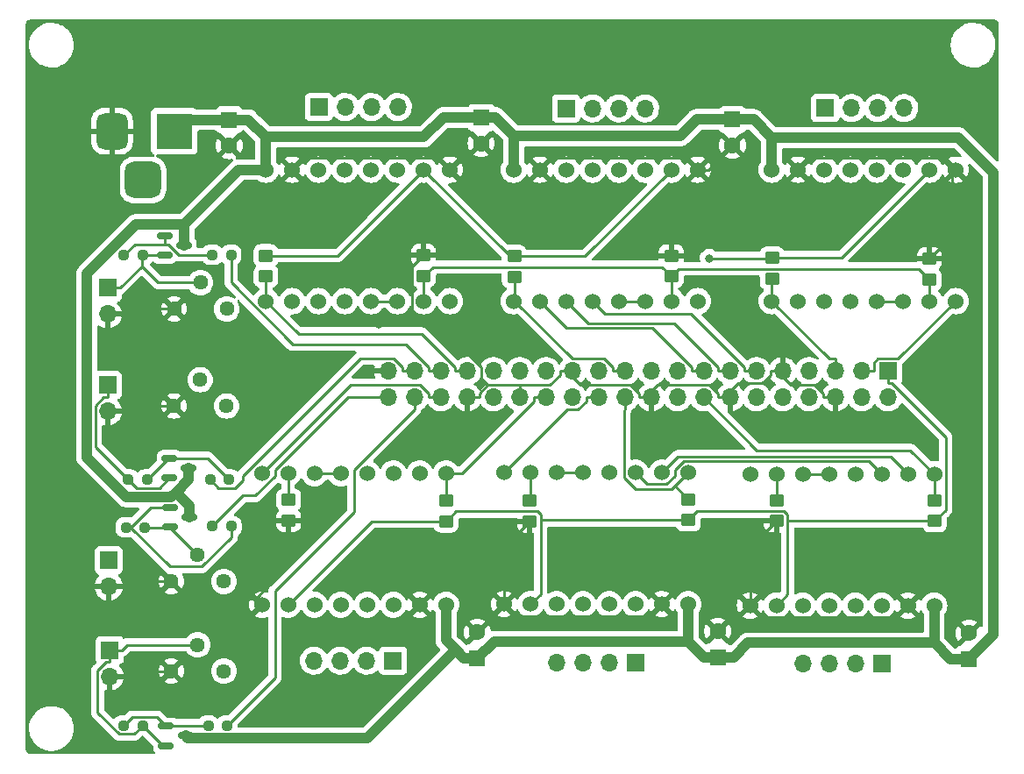
<source format=gtl>
G04 #@! TF.GenerationSoftware,KiCad,Pcbnew,(6.0.7)*
G04 #@! TF.CreationDate,2023-03-01T16:32:28+09:00*
G04 #@! TF.ProjectId,main,6d61696e-2e6b-4696-9361-645f70636258,rev?*
G04 #@! TF.SameCoordinates,Original*
G04 #@! TF.FileFunction,Copper,L1,Top*
G04 #@! TF.FilePolarity,Positive*
%FSLAX46Y46*%
G04 Gerber Fmt 4.6, Leading zero omitted, Abs format (unit mm)*
G04 Created by KiCad (PCBNEW (6.0.7)) date 2023-03-01 16:32:28*
%MOMM*%
%LPD*%
G01*
G04 APERTURE LIST*
G04 Aperture macros list*
%AMRoundRect*
0 Rectangle with rounded corners*
0 $1 Rounding radius*
0 $2 $3 $4 $5 $6 $7 $8 $9 X,Y pos of 4 corners*
0 Add a 4 corners polygon primitive as box body*
4,1,4,$2,$3,$4,$5,$6,$7,$8,$9,$2,$3,0*
0 Add four circle primitives for the rounded corners*
1,1,$1+$1,$2,$3*
1,1,$1+$1,$4,$5*
1,1,$1+$1,$6,$7*
1,1,$1+$1,$8,$9*
0 Add four rect primitives between the rounded corners*
20,1,$1+$1,$2,$3,$4,$5,0*
20,1,$1+$1,$4,$5,$6,$7,0*
20,1,$1+$1,$6,$7,$8,$9,0*
20,1,$1+$1,$8,$9,$2,$3,0*%
G04 Aperture macros list end*
G04 #@! TA.AperFunction,ComponentPad*
%ADD10R,3.500000X3.500000*%
G04 #@! TD*
G04 #@! TA.AperFunction,ComponentPad*
%ADD11RoundRect,0.750000X-0.750000X-1.000000X0.750000X-1.000000X0.750000X1.000000X-0.750000X1.000000X0*%
G04 #@! TD*
G04 #@! TA.AperFunction,ComponentPad*
%ADD12RoundRect,0.875000X-0.875000X-0.875000X0.875000X-0.875000X0.875000X0.875000X-0.875000X0.875000X0*%
G04 #@! TD*
G04 #@! TA.AperFunction,SMDPad,CuDef*
%ADD13RoundRect,0.250000X0.450000X-0.350000X0.450000X0.350000X-0.450000X0.350000X-0.450000X-0.350000X0*%
G04 #@! TD*
G04 #@! TA.AperFunction,SMDPad,CuDef*
%ADD14RoundRect,0.237500X0.250000X0.237500X-0.250000X0.237500X-0.250000X-0.237500X0.250000X-0.237500X0*%
G04 #@! TD*
G04 #@! TA.AperFunction,SMDPad,CuDef*
%ADD15RoundRect,0.150000X-0.587500X-0.150000X0.587500X-0.150000X0.587500X0.150000X-0.587500X0.150000X0*%
G04 #@! TD*
G04 #@! TA.AperFunction,SMDPad,CuDef*
%ADD16RoundRect,0.237500X-0.250000X-0.237500X0.250000X-0.237500X0.250000X0.237500X-0.250000X0.237500X0*%
G04 #@! TD*
G04 #@! TA.AperFunction,ComponentPad*
%ADD17R,1.700000X1.700000*%
G04 #@! TD*
G04 #@! TA.AperFunction,ComponentPad*
%ADD18O,1.700000X1.700000*%
G04 #@! TD*
G04 #@! TA.AperFunction,SMDPad,CuDef*
%ADD19RoundRect,0.250000X-0.450000X0.350000X-0.450000X-0.350000X0.450000X-0.350000X0.450000X0.350000X0*%
G04 #@! TD*
G04 #@! TA.AperFunction,ComponentPad*
%ADD20C,1.440000*%
G04 #@! TD*
G04 #@! TA.AperFunction,ComponentPad*
%ADD21R,1.600000X1.600000*%
G04 #@! TD*
G04 #@! TA.AperFunction,ComponentPad*
%ADD22C,1.600000*%
G04 #@! TD*
G04 #@! TA.AperFunction,ComponentPad*
%ADD23C,1.524000*%
G04 #@! TD*
G04 #@! TA.AperFunction,ViaPad*
%ADD24C,0.800000*%
G04 #@! TD*
G04 #@! TA.AperFunction,Conductor*
%ADD25C,1.000000*%
G04 #@! TD*
G04 #@! TA.AperFunction,Conductor*
%ADD26C,0.250000*%
G04 #@! TD*
G04 APERTURE END LIST*
D10*
X108775000Y-74867500D03*
D11*
X102775000Y-74867500D03*
D12*
X105775000Y-79567500D03*
D13*
X158425000Y-112425000D03*
X158425000Y-110425000D03*
D14*
X106162500Y-108500000D03*
X104337500Y-108500000D03*
D15*
X107987500Y-132300000D03*
X107987500Y-134200000D03*
X109862500Y-133250000D03*
X108362500Y-111175000D03*
X108362500Y-113075000D03*
X110237500Y-112125000D03*
D16*
X112462500Y-113025000D03*
X114287500Y-113025000D03*
X103912500Y-86850000D03*
X105737500Y-86850000D03*
X112250000Y-108500000D03*
X114075000Y-108500000D03*
D14*
X114262500Y-86800000D03*
X112437500Y-86800000D03*
D17*
X102350000Y-90000000D03*
D18*
X102350000Y-92540000D03*
D19*
X141625000Y-86950000D03*
X141625000Y-88950000D03*
D13*
X156775000Y-88875000D03*
X156775000Y-86875000D03*
D14*
X113887500Y-132275000D03*
X112062500Y-132275000D03*
D13*
X181700000Y-89200000D03*
X181700000Y-87200000D03*
D20*
X113575000Y-118350000D03*
X111035000Y-115810000D03*
X108495000Y-118350000D03*
D19*
X119825000Y-110450000D03*
X119825000Y-112450000D03*
D21*
X162675000Y-73725000D03*
D22*
X162675000Y-76225000D03*
D23*
X141560000Y-91275000D03*
X144100000Y-91275000D03*
X146640000Y-91275000D03*
X149180000Y-91275000D03*
X151720000Y-91275000D03*
X154260000Y-91275000D03*
X156800000Y-91275000D03*
X159340000Y-91275000D03*
X141560000Y-78575000D03*
X144100000Y-78575000D03*
X146640000Y-78575000D03*
X149180000Y-78575000D03*
X151720000Y-78575000D03*
X154260000Y-78575000D03*
X156800000Y-78575000D03*
X159340000Y-78575000D03*
D13*
X132850000Y-88850000D03*
X132850000Y-86850000D03*
D21*
X161275000Y-125655100D03*
D22*
X161275000Y-123155100D03*
D16*
X103912500Y-132275000D03*
X105737500Y-132275000D03*
D20*
X113575000Y-127000000D03*
X111035000Y-124460000D03*
X108495000Y-127000000D03*
D23*
X117630000Y-91275000D03*
X120170000Y-91275000D03*
X122710000Y-91275000D03*
X125250000Y-91275000D03*
X127790000Y-91275000D03*
X130330000Y-91275000D03*
X132870000Y-91275000D03*
X135410000Y-91275000D03*
X117630000Y-78575000D03*
X120170000Y-78575000D03*
X122710000Y-78575000D03*
X125250000Y-78575000D03*
X127790000Y-78575000D03*
X130330000Y-78575000D03*
X132870000Y-78575000D03*
X135410000Y-78575000D03*
D15*
X107837500Y-84925000D03*
X107837500Y-86825000D03*
X109712500Y-85875000D03*
D17*
X102450000Y-116300000D03*
D18*
X102450000Y-118840000D03*
D19*
X166925000Y-110500000D03*
X166925000Y-112500000D03*
D23*
X135025000Y-107900000D03*
X132485000Y-107900000D03*
X129945000Y-107900000D03*
X127405000Y-107900000D03*
X124865000Y-107900000D03*
X122325000Y-107900000D03*
X119785000Y-107900000D03*
X117245000Y-107900000D03*
X135025000Y-120600000D03*
X132485000Y-120600000D03*
X129945000Y-120600000D03*
X127405000Y-120600000D03*
X124865000Y-120600000D03*
X122325000Y-120600000D03*
X119785000Y-120600000D03*
X117245000Y-120600000D03*
D15*
X108312500Y-106450000D03*
X108312500Y-108350000D03*
X110187500Y-107400000D03*
D23*
X166475000Y-91275000D03*
X169015000Y-91275000D03*
X171555000Y-91275000D03*
X174095000Y-91275000D03*
X176635000Y-91275000D03*
X179175000Y-91275000D03*
X181715000Y-91275000D03*
X184255000Y-91275000D03*
X166475000Y-78575000D03*
X169015000Y-78575000D03*
X171555000Y-78575000D03*
X174095000Y-78575000D03*
X176635000Y-78575000D03*
X179175000Y-78575000D03*
X181715000Y-78575000D03*
X184255000Y-78575000D03*
D13*
X135025000Y-112525000D03*
X135025000Y-110525000D03*
D21*
X185550000Y-125855100D03*
D22*
X185550000Y-123355100D03*
D19*
X143125000Y-110525000D03*
X143125000Y-112525000D03*
D23*
X158410000Y-107850000D03*
X155870000Y-107850000D03*
X153330000Y-107850000D03*
X150790000Y-107850000D03*
X148250000Y-107850000D03*
X145710000Y-107850000D03*
X143170000Y-107850000D03*
X140630000Y-107850000D03*
X158410000Y-120550000D03*
X155870000Y-120550000D03*
X153330000Y-120550000D03*
X150790000Y-120550000D03*
X148250000Y-120550000D03*
X145710000Y-120550000D03*
X143170000Y-120550000D03*
X140630000Y-120550000D03*
D17*
X102350000Y-99375000D03*
D18*
X102350000Y-101915000D03*
D13*
X182200000Y-112500000D03*
X182200000Y-110500000D03*
D16*
X104112500Y-113125000D03*
X105937500Y-113125000D03*
D20*
X113825000Y-101400000D03*
X111285000Y-98860000D03*
X108745000Y-101400000D03*
D17*
X102550000Y-124975000D03*
D18*
X102550000Y-127515000D03*
D19*
X117625000Y-86875000D03*
X117625000Y-88875000D03*
D20*
X113850000Y-92025000D03*
X111310000Y-89485000D03*
X108770000Y-92025000D03*
D21*
X138425000Y-73544900D03*
D22*
X138425000Y-76044900D03*
D17*
X177700000Y-98025000D03*
D18*
X177700000Y-100565000D03*
X175160000Y-98025000D03*
X175160000Y-100565000D03*
X172620000Y-98025000D03*
X172620000Y-100565000D03*
X170080000Y-98025000D03*
X170080000Y-100565000D03*
X167540000Y-98025000D03*
X167540000Y-100565000D03*
X165000000Y-98025000D03*
X165000000Y-100565000D03*
X162460000Y-98025000D03*
X162460000Y-100565000D03*
X159920000Y-98025000D03*
X159920000Y-100565000D03*
X157380000Y-98025000D03*
X157380000Y-100565000D03*
X154840000Y-98025000D03*
X154840000Y-100565000D03*
X152300000Y-98025000D03*
X152300000Y-100565000D03*
X149760000Y-98025000D03*
X149760000Y-100565000D03*
X147220000Y-98025000D03*
X147220000Y-100565000D03*
X144680000Y-98025000D03*
X144680000Y-100565000D03*
X142140000Y-98025000D03*
X142140000Y-100565000D03*
X139600000Y-98025000D03*
X139600000Y-100565000D03*
X137060000Y-98025000D03*
X137060000Y-100565000D03*
X134520000Y-98025000D03*
X134520000Y-100565000D03*
X131980000Y-98025000D03*
X131980000Y-100565000D03*
X129440000Y-98025000D03*
X129440000Y-100565000D03*
D21*
X114075000Y-73744900D03*
D22*
X114075000Y-76244900D03*
D19*
X166525000Y-87075000D03*
X166525000Y-89075000D03*
D21*
X138050000Y-125755100D03*
D22*
X138050000Y-123255100D03*
D23*
X182165000Y-107975000D03*
X179625000Y-107975000D03*
X177085000Y-107975000D03*
X174545000Y-107975000D03*
X172005000Y-107975000D03*
X169465000Y-107975000D03*
X166925000Y-107975000D03*
X164385000Y-107975000D03*
X182165000Y-120675000D03*
X179625000Y-120675000D03*
X177085000Y-120675000D03*
X174545000Y-120675000D03*
X172005000Y-120675000D03*
X169465000Y-120675000D03*
X166925000Y-120675000D03*
X164385000Y-120675000D03*
D17*
X129900000Y-126000000D03*
D18*
X127360000Y-126000000D03*
X124820000Y-126000000D03*
X122280000Y-126000000D03*
D17*
X122750000Y-72525000D03*
D18*
X125290000Y-72525000D03*
X127830000Y-72525000D03*
X130370000Y-72525000D03*
D17*
X146625000Y-72650000D03*
D18*
X149165000Y-72650000D03*
X151705000Y-72650000D03*
X154245000Y-72650000D03*
D17*
X177100000Y-126300000D03*
D18*
X174560000Y-126300000D03*
X172020000Y-126300000D03*
X169480000Y-126300000D03*
D17*
X153350000Y-126200000D03*
D18*
X150810000Y-126200000D03*
X148270000Y-126200000D03*
X145730000Y-126200000D03*
D17*
X171650000Y-72625000D03*
D18*
X174190000Y-72625000D03*
X176730000Y-72625000D03*
X179270000Y-72625000D03*
D24*
X143133735Y-82132551D03*
X96375000Y-118250000D03*
X126400000Y-66575000D03*
X160275000Y-116250000D03*
X128560000Y-93543500D03*
X185000000Y-71425000D03*
X137150000Y-116500000D03*
X184825000Y-88400000D03*
X162800000Y-66750000D03*
X154425000Y-116375000D03*
X154050000Y-103800000D03*
X133325000Y-66750000D03*
X154600000Y-66750000D03*
X185375000Y-106125000D03*
X96550000Y-126100000D03*
X185000000Y-94550000D03*
X95250000Y-83550000D03*
X95625000Y-92125000D03*
X95800000Y-101650000D03*
X115600000Y-66575000D03*
X107000000Y-66950000D03*
X173250000Y-66575000D03*
X95800000Y-109850000D03*
X185200000Y-99975000D03*
X148350000Y-116250000D03*
X185200000Y-117750000D03*
X95625000Y-74975000D03*
X129050000Y-116500000D03*
X185200000Y-81675000D03*
X185200000Y-112775000D03*
X133300000Y-116500000D03*
X146750000Y-66750000D03*
X134650000Y-104175000D03*
X160446600Y-87132800D03*
D25*
X109058000Y-74867500D02*
X110180000Y-73744900D01*
X110187500Y-108483400D02*
X110187500Y-107400000D01*
X108941700Y-109729200D02*
X110187500Y-108483400D01*
X182165000Y-124290000D02*
X164185000Y-124290000D01*
X115945000Y-73744900D02*
X117630000Y-75430000D01*
X138050000Y-125755000D02*
X136755000Y-125755000D01*
X110180000Y-73744900D02*
X114075000Y-73744900D01*
X114075000Y-73744900D02*
X115945000Y-73744900D01*
X157635000Y-75310000D02*
X159220000Y-73725000D01*
X115007800Y-78575000D02*
X117630000Y-78575000D01*
X166475000Y-75475000D02*
X166475000Y-78575000D01*
X182165000Y-124290000D02*
X182165000Y-120675000D01*
X164725000Y-73725000D02*
X166475000Y-75475000D01*
X139670000Y-124135000D02*
X138050000Y-125755000D01*
X132870000Y-75430000D02*
X134755000Y-73544900D01*
X135955100Y-124955100D02*
X127428700Y-133481500D01*
X184525000Y-75475000D02*
X187900000Y-78850000D01*
X138050000Y-125755000D02*
X138050000Y-125755100D01*
X141560000Y-75310000D02*
X157635000Y-75310000D01*
X159930000Y-125655000D02*
X158410000Y-124135000D01*
X187900000Y-78850000D02*
X187900000Y-123505000D01*
X117630000Y-75430000D02*
X132870000Y-75430000D01*
X136755000Y-125755000D02*
X135955100Y-124955100D01*
X109712500Y-83870300D02*
X115007800Y-78575000D01*
X161275100Y-125655000D02*
X161275000Y-125655100D01*
X183730000Y-125855000D02*
X182165000Y-124290000D01*
X104146000Y-110174000D02*
X108496900Y-110174000D01*
X108496900Y-110174000D02*
X108941700Y-109729200D01*
X110094000Y-133481500D02*
X109862500Y-133250000D01*
X164185000Y-124290000D02*
X162820000Y-125655000D01*
X108775000Y-74867500D02*
X109058000Y-74867500D01*
X108941700Y-109729200D02*
X110237500Y-111025000D01*
X117630000Y-75430000D02*
X117630000Y-78575000D01*
X100315600Y-88626100D02*
X100315600Y-106343600D01*
X134755000Y-73544900D02*
X138425000Y-73544900D01*
X159220000Y-73725000D02*
X162675000Y-73725000D01*
X141560000Y-75310000D02*
X141560000Y-78575000D01*
X139795000Y-73544900D02*
X141560000Y-75310000D01*
X127428700Y-133481500D02*
X110094000Y-133481500D01*
X135025000Y-124025000D02*
X135025000Y-120600000D01*
X110237500Y-111025000D02*
X110237500Y-112125000D01*
X158410000Y-124135000D02*
X158410000Y-120550000D01*
X100315600Y-106343600D02*
X104146000Y-110174000D01*
X105071400Y-83870300D02*
X100315600Y-88626100D01*
X161275100Y-125655000D02*
X159930000Y-125655000D01*
X135955100Y-124955100D02*
X135025000Y-124025000D01*
X162820000Y-125655000D02*
X161275100Y-125655000D01*
X166475000Y-75475000D02*
X184525000Y-75475000D01*
X109712500Y-83870300D02*
X105071400Y-83870300D01*
X185550000Y-125855000D02*
X183730000Y-125855000D01*
X187900000Y-123505000D02*
X185550000Y-125855000D01*
X162675000Y-73725000D02*
X164725000Y-73725000D01*
X158410000Y-124135000D02*
X139670000Y-124135000D01*
X109712500Y-85875000D02*
X109712500Y-83870300D01*
X138425000Y-73544900D02*
X139795000Y-73544900D01*
X185550000Y-125855000D02*
X185550000Y-125855100D01*
D26*
X163237100Y-99200300D02*
X165556800Y-99200300D01*
X108495000Y-118350000D02*
X110152800Y-120007800D01*
X139043300Y-99389700D02*
X138235300Y-100197700D01*
X161872400Y-100565000D02*
X161284700Y-100565000D01*
X138403600Y-97672100D02*
X138403600Y-98750000D01*
X144100000Y-78575000D02*
X145248000Y-77427000D01*
X170636800Y-99389700D02*
X171444700Y-100197600D01*
X143125000Y-112525000D02*
X140630000Y-115020000D01*
X104240300Y-127000000D02*
X103725300Y-127515000D01*
X134275000Y-93543500D02*
X138403600Y-97672100D01*
X160476800Y-99389700D02*
X161284700Y-100197600D01*
X108495000Y-127000000D02*
X104240300Y-127000000D01*
X119825000Y-116835500D02*
X119825000Y-112450000D01*
X132850000Y-86850000D02*
X131756200Y-87943800D01*
X145047400Y-99389700D02*
X142140000Y-99389700D01*
X168317100Y-99389700D02*
X170636800Y-99389700D01*
X154840000Y-100565000D02*
X154252400Y-100565000D01*
X161284700Y-100197600D02*
X161284700Y-100565000D01*
X164385000Y-120675000D02*
X165526300Y-121816300D01*
X152856800Y-99389700D02*
X153664700Y-100197600D01*
X162460000Y-100565000D02*
X161872400Y-100565000D01*
X138235300Y-100197700D02*
X138235300Y-100565000D01*
X108770000Y-92025000D02*
X104040300Y-92025000D01*
X167540000Y-98025000D02*
X166952400Y-98025000D01*
X146632400Y-98025000D02*
X146044700Y-98025000D01*
X102550000Y-127515000D02*
X103725300Y-127515000D01*
X102350000Y-92540000D02*
X103525300Y-92540000D01*
X169015000Y-78575000D02*
X170129000Y-77461000D01*
X164385000Y-115040000D02*
X164385000Y-120675000D01*
X146044700Y-98025000D02*
X146044700Y-98392400D01*
X155427700Y-99389700D02*
X160476800Y-99389700D01*
X121306500Y-77438500D02*
X120170000Y-78575000D01*
X155870000Y-120550000D02*
X154743700Y-121676300D01*
X104115300Y-118350000D02*
X103625300Y-118840000D01*
X183924800Y-78575000D02*
X183924800Y-84975200D01*
X131756200Y-93543500D02*
X128560000Y-93543500D01*
X138403600Y-98750000D02*
X139043300Y-99389700D01*
X102350000Y-101915000D02*
X103525300Y-101915000D01*
X108745000Y-101400000D02*
X104040300Y-101400000D01*
X156775000Y-86875000D02*
X156775000Y-81140000D01*
X117245000Y-120600000D02*
X116652800Y-120007700D01*
X131756200Y-87943800D02*
X131756200Y-93543500D01*
X131756200Y-93543500D02*
X134275000Y-93543500D01*
X165526300Y-121816300D02*
X178483700Y-121816300D01*
X171444700Y-100197600D02*
X171444700Y-100565000D01*
X116652700Y-120007800D02*
X116652800Y-120007700D01*
X161872400Y-100565000D02*
X163237100Y-99200300D01*
X170129000Y-77461000D02*
X182810800Y-77461000D01*
X166952400Y-98025000D02*
X166364700Y-98025000D01*
X147220000Y-98025000D02*
X146632400Y-98025000D01*
X147997100Y-99389700D02*
X152856800Y-99389700D01*
X154252400Y-100565000D02*
X153664700Y-100565000D01*
X165556800Y-99200300D02*
X166364700Y-98392400D01*
X178483700Y-121816300D02*
X179625000Y-120675000D01*
X140630000Y-115020000D02*
X140630000Y-120550000D01*
X166925000Y-112500000D02*
X164385000Y-115040000D01*
X102450000Y-118840000D02*
X103625300Y-118840000D01*
X183924800Y-84975200D02*
X181700000Y-87200000D01*
X153664700Y-100197600D02*
X153664700Y-100565000D01*
X134273500Y-77438500D02*
X121306500Y-77438500D01*
X141756300Y-121676300D02*
X140630000Y-120550000D01*
X146044700Y-98392400D02*
X145047400Y-99389700D01*
X184255000Y-78575000D02*
X183924800Y-78575000D01*
X146632400Y-98025000D02*
X147997100Y-99389700D01*
X182810800Y-77461000D02*
X183924800Y-78575000D01*
X159340000Y-78575000D02*
X160325000Y-78575000D01*
X142140000Y-99389700D02*
X139043300Y-99389700D01*
X158192000Y-77427000D02*
X159340000Y-78575000D01*
X116652800Y-120007700D02*
X119825000Y-116835500D01*
X108495000Y-118350000D02*
X104115300Y-118350000D01*
X135410000Y-78575000D02*
X134273500Y-77438500D01*
X110152800Y-120007800D02*
X116652700Y-120007800D01*
X154743700Y-121676300D02*
X141756300Y-121676300D01*
X166364700Y-98392400D02*
X166364700Y-98025000D01*
X156775000Y-81140000D02*
X159340000Y-78575000D01*
X160325000Y-78575000D02*
X162675000Y-76225000D01*
X137060000Y-100565000D02*
X138235300Y-100565000D01*
X104040300Y-101400000D02*
X103525300Y-101915000D01*
X104040300Y-92025000D02*
X103525300Y-92540000D01*
X166952400Y-98025000D02*
X168317100Y-99389700D01*
X172620000Y-100565000D02*
X171444700Y-100565000D01*
X145248000Y-77427000D02*
X158192000Y-77427000D01*
X142140000Y-100565000D02*
X142140000Y-99389700D01*
X154252400Y-100565000D02*
X155427700Y-99389700D01*
X104541900Y-113125000D02*
X104550300Y-113116600D01*
X104112500Y-113125000D02*
X104541900Y-113125000D01*
X104550300Y-113116600D02*
X106491900Y-111175000D01*
X114287500Y-114073400D02*
X111458700Y-116902200D01*
X111458700Y-116902200D02*
X108335800Y-116902200D01*
X114287500Y-113025000D02*
X114287500Y-114073400D01*
X106491900Y-111175000D02*
X108362500Y-111175000D01*
X108335800Y-116902200D02*
X104550300Y-113116600D01*
X111035000Y-115810000D02*
X108350000Y-113125000D01*
X108350000Y-113125000D02*
X105937500Y-113125000D01*
X108350000Y-113125000D02*
X108350000Y-113087500D01*
X108350000Y-113087500D02*
X108362500Y-113075000D01*
X107837500Y-85799100D02*
X108224100Y-85799100D01*
X107837500Y-85799100D02*
X107837500Y-84925000D01*
X104963400Y-85799100D02*
X107837500Y-85799100D01*
X108224100Y-85799100D02*
X109225000Y-86800000D01*
X109225000Y-86800000D02*
X112437500Y-86800000D01*
X103912500Y-86850000D02*
X104963400Y-85799100D01*
X105762500Y-86825000D02*
X105737500Y-86850000D01*
X107837500Y-86825000D02*
X105762500Y-86825000D01*
X105630400Y-86957100D02*
X105737500Y-86850000D01*
X103525300Y-90000000D02*
X105630400Y-87894900D01*
X107220500Y-89485000D02*
X105630400Y-87894900D01*
X105630400Y-87894900D02*
X105630400Y-86957100D01*
X102350000Y-90000000D02*
X103525300Y-90000000D01*
X111310000Y-89485000D02*
X107220500Y-89485000D01*
X108012500Y-132275000D02*
X107987500Y-132300000D01*
X104736100Y-131451400D02*
X107138900Y-131451400D01*
X103912500Y-132275000D02*
X104736100Y-131451400D01*
X112062500Y-132275000D02*
X108012500Y-132275000D01*
X107138900Y-131451400D02*
X107987500Y-132300000D01*
X111035000Y-124460000D02*
X104240300Y-124460000D01*
X105737500Y-132275000D02*
X104936200Y-133076300D01*
X103428800Y-133076300D02*
X101374700Y-131022200D01*
X102182600Y-126150300D02*
X102550000Y-126150300D01*
X102550000Y-124975000D02*
X102550000Y-126150300D01*
X102550000Y-124975000D02*
X103725300Y-124975000D01*
X104936200Y-133076300D02*
X103428800Y-133076300D01*
X104240300Y-124460000D02*
X103725300Y-124975000D01*
X101374700Y-126958200D02*
X102182600Y-126150300D01*
X101374700Y-131022200D02*
X101374700Y-126958200D01*
X107987500Y-134200000D02*
X107662500Y-134200000D01*
X107662500Y-134200000D02*
X105737500Y-132275000D01*
X112025000Y-106450000D02*
X114075000Y-108500000D01*
X108312500Y-106450000D02*
X112025000Y-106450000D01*
X108212500Y-106450000D02*
X108312500Y-106450000D01*
X106162500Y-108500000D02*
X108212500Y-106450000D01*
X101169200Y-105331700D02*
X104337500Y-108500000D01*
X102350000Y-99375000D02*
X102350000Y-100550300D01*
X101169200Y-101363800D02*
X101169200Y-105331700D01*
X104337500Y-108500000D02*
X105144800Y-109307300D01*
X107355200Y-109307300D02*
X108312500Y-108350000D01*
X102350000Y-100550300D02*
X101982700Y-100550300D01*
X105144800Y-109307300D02*
X107355200Y-109307300D01*
X101982700Y-100550300D02*
X101169200Y-101363800D01*
X168005800Y-112500000D02*
X168005800Y-119594200D01*
X173215000Y-87075000D02*
X166525000Y-87075000D01*
X178067300Y-99200300D02*
X183273600Y-104406600D01*
X158425000Y-112425000D02*
X159293700Y-111556300D01*
X181715000Y-78575000D02*
X173215000Y-87075000D01*
X183273600Y-104406600D02*
X183273600Y-111426400D01*
X168005800Y-111910100D02*
X168005800Y-112500000D01*
X135968800Y-111581200D02*
X135025000Y-112525000D01*
X177700000Y-98025000D02*
X177700000Y-99200300D01*
X166525000Y-87075000D02*
X166467200Y-87132800D01*
X177700000Y-99200300D02*
X178067300Y-99200300D01*
X132870000Y-78575000D02*
X124570000Y-86875000D01*
X182200000Y-112500000D02*
X168005800Y-112500000D01*
X159293700Y-111556300D02*
X167652000Y-111556300D01*
X156800000Y-78575000D02*
X148425000Y-86950000D01*
X167652000Y-111556300D02*
X168005800Y-111910100D01*
X148425000Y-86950000D02*
X141625000Y-86950000D01*
X168005800Y-119594200D02*
X166925000Y-120675000D01*
X119785000Y-120600000D02*
X127860000Y-112525000D01*
X141625000Y-86950000D02*
X141245000Y-86950000D01*
X144168600Y-112425000D02*
X144168600Y-111897600D01*
X127860000Y-112525000D02*
X135025000Y-112525000D01*
X144168600Y-111897600D02*
X143852200Y-111581200D01*
X183273600Y-111426400D02*
X182200000Y-112500000D01*
X141245000Y-86950000D02*
X132870000Y-78575000D01*
X143852200Y-111581200D02*
X135968800Y-111581200D01*
X144168600Y-112425000D02*
X158425000Y-112425000D01*
X124570000Y-86875000D02*
X117625000Y-86875000D01*
X143170000Y-120550000D02*
X144168600Y-119551400D01*
X144168600Y-119551400D02*
X144168600Y-112425000D01*
X166467200Y-87132800D02*
X160446600Y-87132800D01*
X141625000Y-91275000D02*
X141625000Y-88950000D01*
X152300000Y-98025000D02*
X151124700Y-98025000D01*
X147199700Y-96849700D02*
X141625000Y-91275000D01*
X141625000Y-91275000D02*
X141560000Y-91275000D01*
X151124700Y-98025000D02*
X151124700Y-97657600D01*
X151124700Y-97657600D02*
X150316800Y-96849700D01*
X150316800Y-96849700D02*
X147199700Y-96849700D01*
X155889300Y-87989300D02*
X156775000Y-88875000D01*
X157509300Y-88140700D02*
X156775000Y-88875000D01*
X132850000Y-88850000D02*
X132870000Y-88870000D01*
X181700000Y-89200000D02*
X180640700Y-88140700D01*
X180640700Y-88140700D02*
X157509300Y-88140700D01*
X119785000Y-110410000D02*
X119825000Y-110450000D01*
X181700000Y-91260000D02*
X181700000Y-89200000D01*
X143125000Y-110525000D02*
X143170000Y-110480000D01*
X156775000Y-89887500D02*
X156775000Y-88875000D01*
X156800000Y-89912500D02*
X156775000Y-89887500D01*
X119785000Y-107900000D02*
X119785000Y-110410000D01*
X132870000Y-88870000D02*
X133750700Y-87989300D01*
X143170000Y-110480000D02*
X143170000Y-107850000D01*
X132870000Y-88870000D02*
X132870000Y-91275000D01*
X181715000Y-91275000D02*
X181700000Y-91260000D01*
X166925000Y-110500000D02*
X166925000Y-107975000D01*
X133750700Y-87989300D02*
X155889300Y-87989300D01*
X156800000Y-91275000D02*
X156800000Y-89912500D01*
X166475000Y-91275000D02*
X172049700Y-96849700D01*
X172049700Y-96849700D02*
X172620000Y-96849700D01*
X172620000Y-98025000D02*
X172620000Y-96849700D01*
X166525000Y-89075000D02*
X166475000Y-89125000D01*
X166475000Y-89125000D02*
X166475000Y-91275000D01*
X135884700Y-97657700D02*
X132662600Y-94435600D01*
X120790600Y-94435600D02*
X117630000Y-91275000D01*
X137060000Y-98025000D02*
X135884700Y-98025000D01*
X117625000Y-88875000D02*
X117630000Y-88880000D01*
X132662600Y-94435600D02*
X120790600Y-94435600D01*
X135884700Y-98025000D02*
X135884700Y-97657700D01*
X117630000Y-88880000D02*
X117630000Y-91275000D01*
X157130000Y-109130000D02*
X158425000Y-110425000D01*
X156819000Y-109441000D02*
X157130000Y-109130000D01*
X152300000Y-100565000D02*
X152300000Y-101740300D01*
X152228700Y-108353400D02*
X153316300Y-109441000D01*
X152300000Y-101740300D02*
X152228700Y-101811600D01*
X152228700Y-101811600D02*
X152228700Y-108353400D01*
X157130000Y-109130000D02*
X158410000Y-107850000D01*
X153316300Y-109441000D02*
X156819000Y-109441000D01*
X179877500Y-105687500D02*
X182165000Y-107975000D01*
X159920000Y-100565000D02*
X165042500Y-105687500D01*
X182200000Y-108010000D02*
X182165000Y-107975000D01*
X165042500Y-105687500D02*
X179877500Y-105687500D01*
X182200000Y-110500000D02*
X182200000Y-108010000D01*
X125527700Y-100565000D02*
X129440000Y-100565000D01*
X118515000Y-107577700D02*
X125527700Y-100565000D01*
X116629600Y-110058400D02*
X118515000Y-108173000D01*
X118515000Y-108173000D02*
X118515000Y-107577700D01*
X115429100Y-110058400D02*
X116629600Y-110058400D01*
X112462500Y-113025000D02*
X115429100Y-110058400D01*
X134520000Y-98025000D02*
X133344700Y-98025000D01*
X131147200Y-95460200D02*
X120237300Y-95460200D01*
X114262500Y-89485400D02*
X114262500Y-86800000D01*
X120237300Y-95460200D02*
X114262500Y-89485400D01*
X133344700Y-97657700D02*
X131147200Y-95460200D01*
X133344700Y-98025000D02*
X133344700Y-97657700D01*
X143504700Y-100565000D02*
X143504700Y-100932300D01*
X144680000Y-100565000D02*
X143504700Y-100565000D01*
X135025000Y-107900000D02*
X135025000Y-110525000D01*
X143504700Y-100932300D02*
X136537000Y-107900000D01*
X136537000Y-107900000D02*
X135025000Y-107900000D01*
X126135000Y-107585300D02*
X126135000Y-111671600D01*
X126135000Y-111671600D02*
X118515000Y-119291600D01*
X118515000Y-119291600D02*
X118515000Y-127647500D01*
X131980000Y-101740300D02*
X126135000Y-107585300D01*
X118515000Y-127647500D02*
X113887500Y-132275000D01*
X131980000Y-100565000D02*
X131980000Y-101740300D01*
X130804700Y-97657700D02*
X129950500Y-96803500D01*
X126737800Y-96803500D02*
X115392000Y-108149300D01*
X113066800Y-109316800D02*
X112250000Y-108500000D01*
X130804700Y-98025000D02*
X130804700Y-97657700D01*
X131980000Y-98025000D02*
X130804700Y-98025000D01*
X114622600Y-109316800D02*
X113066800Y-109316800D01*
X129950500Y-96803500D02*
X126737800Y-96803500D01*
X115392000Y-108547400D02*
X114622600Y-109316800D01*
X115392000Y-108149300D02*
X115392000Y-108547400D01*
X133344700Y-100565000D02*
X133344700Y-100197700D01*
X125784700Y-99360300D02*
X117245000Y-107900000D01*
X132507300Y-99360300D02*
X125784700Y-99360300D01*
X133344700Y-100197700D02*
X132507300Y-99360300D01*
X134520000Y-100565000D02*
X133344700Y-100565000D01*
X179625000Y-107975000D02*
X177943400Y-106293400D01*
X159920000Y-98025000D02*
X158744700Y-98025000D01*
X177943400Y-106293400D02*
X157426600Y-106293400D01*
X154940600Y-93853600D02*
X158744700Y-97657700D01*
X146678600Y-93853600D02*
X154940600Y-93853600D01*
X144100000Y-91275000D02*
X146678600Y-93853600D01*
X158744700Y-97657700D02*
X158744700Y-98025000D01*
X157426600Y-106293400D02*
X155870000Y-107850000D01*
X157030200Y-93403200D02*
X161284700Y-97657700D01*
X156320300Y-108952600D02*
X157140000Y-108132900D01*
X153330000Y-107850000D02*
X154432600Y-108952600D01*
X157140000Y-107568600D02*
X157964900Y-106743700D01*
X161284700Y-97657700D02*
X161284700Y-98025000D01*
X146640000Y-91275000D02*
X148768200Y-93403200D01*
X157140000Y-108132900D02*
X157140000Y-107568600D01*
X162460000Y-98025000D02*
X161284700Y-98025000D01*
X148768200Y-93403200D02*
X157030200Y-93403200D01*
X175853700Y-106743700D02*
X177085000Y-107975000D01*
X154432600Y-108952600D02*
X156320300Y-108952600D01*
X157964900Y-106743700D02*
X175853700Y-106743700D01*
X149760000Y-100565000D02*
X148584700Y-100565000D01*
X147776800Y-101740300D02*
X146739700Y-101740300D01*
X148584700Y-100565000D02*
X148584700Y-100932400D01*
X146739700Y-101740300D02*
X140630000Y-107850000D01*
X148584700Y-100932400D02*
X147776800Y-101740300D01*
X163824700Y-97657700D02*
X158669500Y-92502500D01*
X150407500Y-92502500D02*
X149180000Y-91275000D01*
X163824700Y-98025000D02*
X163824700Y-97657700D01*
X158669500Y-92502500D02*
X150407500Y-92502500D01*
X165000000Y-98025000D02*
X163824700Y-98025000D01*
X178680300Y-96849700D02*
X184255000Y-91275000D01*
X176702500Y-96849700D02*
X178680300Y-96849700D01*
X175160000Y-98025000D02*
X176335300Y-98025000D01*
X176335300Y-97216900D02*
X176702500Y-96849700D01*
X176335300Y-98025000D02*
X176335300Y-97216900D01*
X154260000Y-91275000D02*
X151720000Y-91275000D01*
X179175000Y-91275000D02*
X176635000Y-91275000D01*
X130330000Y-91275000D02*
X127790000Y-91275000D01*
X145710000Y-107850000D02*
X148250000Y-107850000D01*
X169465000Y-107975000D02*
X172005000Y-107975000D01*
X122325000Y-107900000D02*
X124865000Y-107900000D01*
G04 #@! TA.AperFunction,Conductor*
G36*
X187895018Y-64060000D02*
G01*
X187909852Y-64062310D01*
X187909855Y-64062310D01*
X187918724Y-64063691D01*
X187927626Y-64062527D01*
X187927750Y-64062511D01*
X187958192Y-64062240D01*
X187965621Y-64063077D01*
X188020264Y-64069234D01*
X188047771Y-64075513D01*
X188124853Y-64102485D01*
X188150274Y-64114727D01*
X188219426Y-64158178D01*
X188241485Y-64175770D01*
X188299230Y-64233515D01*
X188316822Y-64255574D01*
X188360273Y-64324726D01*
X188372515Y-64350147D01*
X188399487Y-64427228D01*
X188405766Y-64454736D01*
X188412018Y-64510226D01*
X188411923Y-64525868D01*
X188412800Y-64525879D01*
X188412690Y-64534851D01*
X188411309Y-64543724D01*
X188412473Y-64552626D01*
X188412473Y-64552628D01*
X188415436Y-64575283D01*
X188416500Y-64591621D01*
X188416500Y-77636076D01*
X188396498Y-77704197D01*
X188342842Y-77750690D01*
X188272568Y-77760794D01*
X188207988Y-77731300D01*
X188201405Y-77725171D01*
X185281855Y-74805621D01*
X185272753Y-74795478D01*
X185252897Y-74770782D01*
X185249032Y-74765975D01*
X185210578Y-74733708D01*
X185206931Y-74730528D01*
X185205119Y-74728885D01*
X185202925Y-74726691D01*
X185169651Y-74699358D01*
X185168853Y-74698696D01*
X185097526Y-74638846D01*
X185092856Y-74636278D01*
X185088739Y-74632897D01*
X185011729Y-74591605D01*
X185006914Y-74589023D01*
X185005755Y-74588394D01*
X184929619Y-74546538D01*
X184929611Y-74546535D01*
X184924213Y-74543567D01*
X184919131Y-74541955D01*
X184914437Y-74539438D01*
X184825469Y-74512238D01*
X184824441Y-74511918D01*
X184735694Y-74483765D01*
X184730398Y-74483171D01*
X184725302Y-74481613D01*
X184632743Y-74472210D01*
X184631607Y-74472089D01*
X184597992Y-74468319D01*
X184585270Y-74466892D01*
X184585266Y-74466892D01*
X184581773Y-74466500D01*
X184578246Y-74466500D01*
X184577261Y-74466445D01*
X184571581Y-74465998D01*
X184542175Y-74463011D01*
X184534663Y-74462248D01*
X184534661Y-74462248D01*
X184528538Y-74461626D01*
X184486259Y-74465623D01*
X184482891Y-74465941D01*
X184471033Y-74466500D01*
X166944924Y-74466500D01*
X166876803Y-74446498D01*
X166855829Y-74429595D01*
X165949368Y-73523134D01*
X170291500Y-73523134D01*
X170298255Y-73585316D01*
X170349385Y-73721705D01*
X170436739Y-73838261D01*
X170553295Y-73925615D01*
X170689684Y-73976745D01*
X170751866Y-73983500D01*
X172548134Y-73983500D01*
X172610316Y-73976745D01*
X172746705Y-73925615D01*
X172863261Y-73838261D01*
X172950615Y-73721705D01*
X172970473Y-73668734D01*
X172994598Y-73604382D01*
X173037240Y-73547618D01*
X173103802Y-73522918D01*
X173173150Y-73538126D01*
X173207817Y-73566114D01*
X173236250Y-73598938D01*
X173408126Y-73741632D01*
X173601000Y-73854338D01*
X173605825Y-73856180D01*
X173605826Y-73856181D01*
X173659641Y-73876731D01*
X173809692Y-73934030D01*
X173814760Y-73935061D01*
X173814763Y-73935062D01*
X173891209Y-73950615D01*
X174028597Y-73978567D01*
X174033772Y-73978757D01*
X174033774Y-73978757D01*
X174246673Y-73986564D01*
X174246677Y-73986564D01*
X174251837Y-73986753D01*
X174256957Y-73986097D01*
X174256959Y-73986097D01*
X174468288Y-73959025D01*
X174468289Y-73959025D01*
X174473416Y-73958368D01*
X174499258Y-73950615D01*
X174682429Y-73895661D01*
X174682434Y-73895659D01*
X174687384Y-73894174D01*
X174887994Y-73795896D01*
X175069860Y-73666173D01*
X175097804Y-73638327D01*
X175158884Y-73577460D01*
X175228096Y-73508489D01*
X175232587Y-73502240D01*
X175358453Y-73327077D01*
X175359776Y-73328028D01*
X175406645Y-73284857D01*
X175476580Y-73272625D01*
X175542026Y-73300144D01*
X175569875Y-73331994D01*
X175629987Y-73430088D01*
X175776250Y-73598938D01*
X175948126Y-73741632D01*
X176141000Y-73854338D01*
X176145825Y-73856180D01*
X176145826Y-73856181D01*
X176199641Y-73876731D01*
X176349692Y-73934030D01*
X176354760Y-73935061D01*
X176354763Y-73935062D01*
X176431209Y-73950615D01*
X176568597Y-73978567D01*
X176573772Y-73978757D01*
X176573774Y-73978757D01*
X176786673Y-73986564D01*
X176786677Y-73986564D01*
X176791837Y-73986753D01*
X176796957Y-73986097D01*
X176796959Y-73986097D01*
X177008288Y-73959025D01*
X177008289Y-73959025D01*
X177013416Y-73958368D01*
X177039258Y-73950615D01*
X177222429Y-73895661D01*
X177222434Y-73895659D01*
X177227384Y-73894174D01*
X177427994Y-73795896D01*
X177609860Y-73666173D01*
X177637804Y-73638327D01*
X177698884Y-73577460D01*
X177768096Y-73508489D01*
X177772587Y-73502240D01*
X177898453Y-73327077D01*
X177899776Y-73328028D01*
X177946645Y-73284857D01*
X178016580Y-73272625D01*
X178082026Y-73300144D01*
X178109875Y-73331994D01*
X178169987Y-73430088D01*
X178316250Y-73598938D01*
X178488126Y-73741632D01*
X178681000Y-73854338D01*
X178685825Y-73856180D01*
X178685826Y-73856181D01*
X178739641Y-73876731D01*
X178889692Y-73934030D01*
X178894760Y-73935061D01*
X178894763Y-73935062D01*
X178971209Y-73950615D01*
X179108597Y-73978567D01*
X179113772Y-73978757D01*
X179113774Y-73978757D01*
X179326673Y-73986564D01*
X179326677Y-73986564D01*
X179331837Y-73986753D01*
X179336957Y-73986097D01*
X179336959Y-73986097D01*
X179548288Y-73959025D01*
X179548289Y-73959025D01*
X179553416Y-73958368D01*
X179579258Y-73950615D01*
X179762429Y-73895661D01*
X179762434Y-73895659D01*
X179767384Y-73894174D01*
X179967994Y-73795896D01*
X180149860Y-73666173D01*
X180177804Y-73638327D01*
X180238884Y-73577460D01*
X180308096Y-73508489D01*
X180312587Y-73502240D01*
X180435435Y-73331277D01*
X180438453Y-73327077D01*
X180440907Y-73322113D01*
X180535136Y-73131453D01*
X180535137Y-73131451D01*
X180537430Y-73126811D01*
X180594268Y-72939737D01*
X180600865Y-72918023D01*
X180600865Y-72918021D01*
X180602370Y-72913069D01*
X180631529Y-72691590D01*
X180631611Y-72688240D01*
X180633074Y-72628365D01*
X180633074Y-72628361D01*
X180633156Y-72625000D01*
X180614852Y-72402361D01*
X180560431Y-72185702D01*
X180471354Y-71980840D01*
X180384470Y-71846538D01*
X180352822Y-71797617D01*
X180352820Y-71797614D01*
X180350014Y-71793277D01*
X180199670Y-71628051D01*
X180195619Y-71624852D01*
X180195615Y-71624848D01*
X180028414Y-71492800D01*
X180028410Y-71492798D01*
X180024359Y-71489598D01*
X179828789Y-71381638D01*
X179823920Y-71379914D01*
X179823916Y-71379912D01*
X179623087Y-71308795D01*
X179623083Y-71308794D01*
X179618212Y-71307069D01*
X179613119Y-71306162D01*
X179613116Y-71306161D01*
X179403373Y-71268800D01*
X179403367Y-71268799D01*
X179398284Y-71267894D01*
X179324452Y-71266992D01*
X179180081Y-71265228D01*
X179180079Y-71265228D01*
X179174911Y-71265165D01*
X178954091Y-71298955D01*
X178741756Y-71368357D01*
X178696819Y-71391750D01*
X178640421Y-71421109D01*
X178543607Y-71471507D01*
X178539474Y-71474610D01*
X178539471Y-71474612D01*
X178369100Y-71602530D01*
X178364965Y-71605635D01*
X178339894Y-71631870D01*
X178228470Y-71748469D01*
X178210629Y-71767138D01*
X178103201Y-71924621D01*
X178048293Y-71969621D01*
X177977768Y-71977792D01*
X177914021Y-71946538D01*
X177893324Y-71922054D01*
X177812822Y-71797617D01*
X177812820Y-71797614D01*
X177810014Y-71793277D01*
X177659670Y-71628051D01*
X177655619Y-71624852D01*
X177655615Y-71624848D01*
X177488414Y-71492800D01*
X177488410Y-71492798D01*
X177484359Y-71489598D01*
X177288789Y-71381638D01*
X177283920Y-71379914D01*
X177283916Y-71379912D01*
X177083087Y-71308795D01*
X177083083Y-71308794D01*
X177078212Y-71307069D01*
X177073119Y-71306162D01*
X177073116Y-71306161D01*
X176863373Y-71268800D01*
X176863367Y-71268799D01*
X176858284Y-71267894D01*
X176784452Y-71266992D01*
X176640081Y-71265228D01*
X176640079Y-71265228D01*
X176634911Y-71265165D01*
X176414091Y-71298955D01*
X176201756Y-71368357D01*
X176156819Y-71391750D01*
X176100421Y-71421109D01*
X176003607Y-71471507D01*
X175999474Y-71474610D01*
X175999471Y-71474612D01*
X175829100Y-71602530D01*
X175824965Y-71605635D01*
X175799894Y-71631870D01*
X175688470Y-71748469D01*
X175670629Y-71767138D01*
X175563201Y-71924621D01*
X175508293Y-71969621D01*
X175437768Y-71977792D01*
X175374021Y-71946538D01*
X175353324Y-71922054D01*
X175272822Y-71797617D01*
X175272820Y-71797614D01*
X175270014Y-71793277D01*
X175119670Y-71628051D01*
X175115619Y-71624852D01*
X175115615Y-71624848D01*
X174948414Y-71492800D01*
X174948410Y-71492798D01*
X174944359Y-71489598D01*
X174748789Y-71381638D01*
X174743920Y-71379914D01*
X174743916Y-71379912D01*
X174543087Y-71308795D01*
X174543083Y-71308794D01*
X174538212Y-71307069D01*
X174533119Y-71306162D01*
X174533116Y-71306161D01*
X174323373Y-71268800D01*
X174323367Y-71268799D01*
X174318284Y-71267894D01*
X174244452Y-71266992D01*
X174100081Y-71265228D01*
X174100079Y-71265228D01*
X174094911Y-71265165D01*
X173874091Y-71298955D01*
X173661756Y-71368357D01*
X173616819Y-71391750D01*
X173560421Y-71421109D01*
X173463607Y-71471507D01*
X173459474Y-71474610D01*
X173459471Y-71474612D01*
X173289100Y-71602530D01*
X173284965Y-71605635D01*
X173211717Y-71682285D01*
X173204283Y-71690064D01*
X173142759Y-71725494D01*
X173071846Y-71722037D01*
X173014060Y-71680791D01*
X172995207Y-71647243D01*
X172953767Y-71536703D01*
X172950615Y-71528295D01*
X172863261Y-71411739D01*
X172746705Y-71324385D01*
X172610316Y-71273255D01*
X172548134Y-71266500D01*
X170751866Y-71266500D01*
X170689684Y-71273255D01*
X170553295Y-71324385D01*
X170436739Y-71411739D01*
X170349385Y-71528295D01*
X170298255Y-71664684D01*
X170291500Y-71726866D01*
X170291500Y-73523134D01*
X165949368Y-73523134D01*
X165481855Y-73055621D01*
X165472753Y-73045478D01*
X165452897Y-73020782D01*
X165449032Y-73015975D01*
X165410578Y-72983708D01*
X165406931Y-72980528D01*
X165405119Y-72978885D01*
X165402925Y-72976691D01*
X165369651Y-72949358D01*
X165368853Y-72948696D01*
X165297526Y-72888846D01*
X165292856Y-72886278D01*
X165288739Y-72882897D01*
X165230855Y-72851860D01*
X165206914Y-72839023D01*
X165205755Y-72838394D01*
X165129619Y-72796538D01*
X165129611Y-72796535D01*
X165124213Y-72793567D01*
X165119131Y-72791955D01*
X165114437Y-72789438D01*
X165025469Y-72762238D01*
X165024441Y-72761918D01*
X164935694Y-72733765D01*
X164930398Y-72733171D01*
X164925302Y-72731613D01*
X164832743Y-72722210D01*
X164831607Y-72722089D01*
X164797992Y-72718319D01*
X164785270Y-72716892D01*
X164785266Y-72716892D01*
X164781773Y-72716500D01*
X164778246Y-72716500D01*
X164777261Y-72716445D01*
X164771581Y-72715998D01*
X164742175Y-72713011D01*
X164734663Y-72712248D01*
X164734661Y-72712248D01*
X164728538Y-72711626D01*
X164686259Y-72715623D01*
X164682891Y-72715941D01*
X164671033Y-72716500D01*
X164017275Y-72716500D01*
X163949154Y-72696498D01*
X163916449Y-72666065D01*
X163887633Y-72627616D01*
X163838261Y-72561739D01*
X163721705Y-72474385D01*
X163585316Y-72423255D01*
X163523134Y-72416500D01*
X161826866Y-72416500D01*
X161764684Y-72423255D01*
X161628295Y-72474385D01*
X161511739Y-72561739D01*
X161462367Y-72627616D01*
X161433551Y-72666065D01*
X161376692Y-72708580D01*
X161332725Y-72716500D01*
X159281840Y-72716500D01*
X159268232Y-72715763D01*
X159236736Y-72712341D01*
X159236732Y-72712341D01*
X159230611Y-72711676D01*
X159212734Y-72713240D01*
X159180609Y-72716050D01*
X159175784Y-72716379D01*
X159173313Y-72716500D01*
X159170231Y-72716500D01*
X159147763Y-72718703D01*
X159127489Y-72720691D01*
X159126174Y-72720813D01*
X159093913Y-72723636D01*
X159033587Y-72728913D01*
X159028468Y-72730400D01*
X159023167Y-72730920D01*
X158934133Y-72757801D01*
X158933000Y-72758136D01*
X158849578Y-72782373D01*
X158849574Y-72782375D01*
X158843663Y-72784092D01*
X158838934Y-72786543D01*
X158833831Y-72788084D01*
X158751669Y-72831770D01*
X158750627Y-72832317D01*
X158673545Y-72872272D01*
X158668074Y-72875108D01*
X158663911Y-72878431D01*
X158659204Y-72880934D01*
X158654430Y-72884828D01*
X158654428Y-72884829D01*
X158587105Y-72939737D01*
X158586160Y-72940500D01*
X158547027Y-72971739D01*
X158544536Y-72974230D01*
X158543809Y-72974880D01*
X158539463Y-72978592D01*
X158520588Y-72993987D01*
X158505938Y-73005935D01*
X158502015Y-73010677D01*
X158502013Y-73010679D01*
X158476703Y-73041273D01*
X158468713Y-73050053D01*
X157254171Y-74264595D01*
X157191859Y-74298621D01*
X157165076Y-74301500D01*
X142029944Y-74301500D01*
X141961823Y-74281498D01*
X141940846Y-74264593D01*
X141224428Y-73548134D01*
X145266500Y-73548134D01*
X145273255Y-73610316D01*
X145324385Y-73746705D01*
X145411739Y-73863261D01*
X145528295Y-73950615D01*
X145664684Y-74001745D01*
X145726866Y-74008500D01*
X147523134Y-74008500D01*
X147585316Y-74001745D01*
X147721705Y-73950615D01*
X147838261Y-73863261D01*
X147925615Y-73746705D01*
X147943809Y-73698173D01*
X147969598Y-73629382D01*
X148012240Y-73572618D01*
X148078802Y-73547918D01*
X148148150Y-73563126D01*
X148182817Y-73591114D01*
X148211250Y-73623938D01*
X148383126Y-73766632D01*
X148576000Y-73879338D01*
X148580825Y-73881180D01*
X148580826Y-73881181D01*
X148653612Y-73908975D01*
X148784692Y-73959030D01*
X148789760Y-73960061D01*
X148789763Y-73960062D01*
X148897017Y-73981883D01*
X149003597Y-74003567D01*
X149008772Y-74003757D01*
X149008774Y-74003757D01*
X149221673Y-74011564D01*
X149221677Y-74011564D01*
X149226837Y-74011753D01*
X149231957Y-74011097D01*
X149231959Y-74011097D01*
X149443288Y-73984025D01*
X149443289Y-73984025D01*
X149448416Y-73983368D01*
X149463785Y-73978757D01*
X149657429Y-73920661D01*
X149657434Y-73920659D01*
X149662384Y-73919174D01*
X149862994Y-73820896D01*
X150044860Y-73691173D01*
X150077969Y-73658180D01*
X150145268Y-73591115D01*
X150203096Y-73533489D01*
X150224012Y-73504382D01*
X150333453Y-73352077D01*
X150334776Y-73353028D01*
X150381645Y-73309857D01*
X150451580Y-73297625D01*
X150517026Y-73325144D01*
X150544875Y-73356994D01*
X150604987Y-73455088D01*
X150751250Y-73623938D01*
X150923126Y-73766632D01*
X151116000Y-73879338D01*
X151120825Y-73881180D01*
X151120826Y-73881181D01*
X151193612Y-73908975D01*
X151324692Y-73959030D01*
X151329760Y-73960061D01*
X151329763Y-73960062D01*
X151437017Y-73981883D01*
X151543597Y-74003567D01*
X151548772Y-74003757D01*
X151548774Y-74003757D01*
X151761673Y-74011564D01*
X151761677Y-74011564D01*
X151766837Y-74011753D01*
X151771957Y-74011097D01*
X151771959Y-74011097D01*
X151983288Y-73984025D01*
X151983289Y-73984025D01*
X151988416Y-73983368D01*
X152003785Y-73978757D01*
X152197429Y-73920661D01*
X152197434Y-73920659D01*
X152202384Y-73919174D01*
X152402994Y-73820896D01*
X152584860Y-73691173D01*
X152617969Y-73658180D01*
X152685268Y-73591115D01*
X152743096Y-73533489D01*
X152764012Y-73504382D01*
X152873453Y-73352077D01*
X152874776Y-73353028D01*
X152921645Y-73309857D01*
X152991580Y-73297625D01*
X153057026Y-73325144D01*
X153084875Y-73356994D01*
X153144987Y-73455088D01*
X153291250Y-73623938D01*
X153463126Y-73766632D01*
X153656000Y-73879338D01*
X153660825Y-73881180D01*
X153660826Y-73881181D01*
X153733612Y-73908975D01*
X153864692Y-73959030D01*
X153869760Y-73960061D01*
X153869763Y-73960062D01*
X153977017Y-73981883D01*
X154083597Y-74003567D01*
X154088772Y-74003757D01*
X154088774Y-74003757D01*
X154301673Y-74011564D01*
X154301677Y-74011564D01*
X154306837Y-74011753D01*
X154311957Y-74011097D01*
X154311959Y-74011097D01*
X154523288Y-73984025D01*
X154523289Y-73984025D01*
X154528416Y-73983368D01*
X154543785Y-73978757D01*
X154737429Y-73920661D01*
X154737434Y-73920659D01*
X154742384Y-73919174D01*
X154942994Y-73820896D01*
X155124860Y-73691173D01*
X155157969Y-73658180D01*
X155225268Y-73591115D01*
X155283096Y-73533489D01*
X155304012Y-73504382D01*
X155410435Y-73356277D01*
X155413453Y-73352077D01*
X155428102Y-73322438D01*
X155510136Y-73156453D01*
X155510137Y-73156451D01*
X155512430Y-73151811D01*
X155560175Y-72994664D01*
X155575865Y-72943023D01*
X155575865Y-72943021D01*
X155577370Y-72938069D01*
X155606529Y-72716590D01*
X155606660Y-72711226D01*
X155608074Y-72653365D01*
X155608074Y-72653361D01*
X155608156Y-72650000D01*
X155589852Y-72427361D01*
X155535431Y-72210702D01*
X155446354Y-72005840D01*
X155358230Y-71869621D01*
X155327822Y-71822617D01*
X155327820Y-71822614D01*
X155325014Y-71818277D01*
X155174670Y-71653051D01*
X155170619Y-71649852D01*
X155170615Y-71649848D01*
X155003414Y-71517800D01*
X155003410Y-71517798D01*
X154999359Y-71514598D01*
X154983123Y-71505635D01*
X154916972Y-71469118D01*
X154803789Y-71406638D01*
X154798920Y-71404914D01*
X154798916Y-71404912D01*
X154598087Y-71333795D01*
X154598083Y-71333794D01*
X154593212Y-71332069D01*
X154588119Y-71331162D01*
X154588116Y-71331161D01*
X154378373Y-71293800D01*
X154378367Y-71293799D01*
X154373284Y-71292894D01*
X154299452Y-71291992D01*
X154155081Y-71290228D01*
X154155079Y-71290228D01*
X154149911Y-71290165D01*
X153929091Y-71323955D01*
X153716756Y-71393357D01*
X153518607Y-71496507D01*
X153514474Y-71499610D01*
X153514471Y-71499612D01*
X153344100Y-71627530D01*
X153339965Y-71630635D01*
X153336393Y-71634373D01*
X153209520Y-71767138D01*
X153185629Y-71792138D01*
X153078201Y-71949621D01*
X153023293Y-71994621D01*
X152952768Y-72002792D01*
X152889021Y-71971538D01*
X152868324Y-71947054D01*
X152787822Y-71822617D01*
X152787820Y-71822614D01*
X152785014Y-71818277D01*
X152634670Y-71653051D01*
X152630619Y-71649852D01*
X152630615Y-71649848D01*
X152463414Y-71517800D01*
X152463410Y-71517798D01*
X152459359Y-71514598D01*
X152443123Y-71505635D01*
X152376972Y-71469118D01*
X152263789Y-71406638D01*
X152258920Y-71404914D01*
X152258916Y-71404912D01*
X152058087Y-71333795D01*
X152058083Y-71333794D01*
X152053212Y-71332069D01*
X152048119Y-71331162D01*
X152048116Y-71331161D01*
X151838373Y-71293800D01*
X151838367Y-71293799D01*
X151833284Y-71292894D01*
X151759452Y-71291992D01*
X151615081Y-71290228D01*
X151615079Y-71290228D01*
X151609911Y-71290165D01*
X151389091Y-71323955D01*
X151176756Y-71393357D01*
X150978607Y-71496507D01*
X150974474Y-71499610D01*
X150974471Y-71499612D01*
X150804100Y-71627530D01*
X150799965Y-71630635D01*
X150796393Y-71634373D01*
X150669520Y-71767138D01*
X150645629Y-71792138D01*
X150538201Y-71949621D01*
X150483293Y-71994621D01*
X150412768Y-72002792D01*
X150349021Y-71971538D01*
X150328324Y-71947054D01*
X150247822Y-71822617D01*
X150247820Y-71822614D01*
X150245014Y-71818277D01*
X150094670Y-71653051D01*
X150090619Y-71649852D01*
X150090615Y-71649848D01*
X149923414Y-71517800D01*
X149923410Y-71517798D01*
X149919359Y-71514598D01*
X149903123Y-71505635D01*
X149836972Y-71469118D01*
X149723789Y-71406638D01*
X149718920Y-71404914D01*
X149718916Y-71404912D01*
X149518087Y-71333795D01*
X149518083Y-71333794D01*
X149513212Y-71332069D01*
X149508119Y-71331162D01*
X149508116Y-71331161D01*
X149298373Y-71293800D01*
X149298367Y-71293799D01*
X149293284Y-71292894D01*
X149219452Y-71291992D01*
X149075081Y-71290228D01*
X149075079Y-71290228D01*
X149069911Y-71290165D01*
X148849091Y-71323955D01*
X148636756Y-71393357D01*
X148438607Y-71496507D01*
X148434474Y-71499610D01*
X148434471Y-71499612D01*
X148264100Y-71627530D01*
X148259965Y-71630635D01*
X148195956Y-71697617D01*
X148179283Y-71715064D01*
X148117759Y-71750494D01*
X148046846Y-71747037D01*
X147989060Y-71705791D01*
X147970207Y-71672243D01*
X147928767Y-71561703D01*
X147925615Y-71553295D01*
X147838261Y-71436739D01*
X147721705Y-71349385D01*
X147585316Y-71298255D01*
X147523134Y-71291500D01*
X145726866Y-71291500D01*
X145664684Y-71298255D01*
X145528295Y-71349385D01*
X145411739Y-71436739D01*
X145324385Y-71553295D01*
X145273255Y-71689684D01*
X145266500Y-71751866D01*
X145266500Y-73548134D01*
X141224428Y-73548134D01*
X140551853Y-72875521D01*
X140542761Y-72865387D01*
X140519032Y-72835875D01*
X140480572Y-72803604D01*
X140476936Y-72800431D01*
X140475116Y-72798781D01*
X140472946Y-72796610D01*
X140439730Y-72769324D01*
X140438783Y-72768537D01*
X140372254Y-72712712D01*
X140372246Y-72712706D01*
X140367526Y-72708746D01*
X140362869Y-72706186D01*
X140358763Y-72702813D01*
X140346987Y-72696498D01*
X140301806Y-72672271D01*
X140276786Y-72658855D01*
X140275825Y-72658333D01*
X140194213Y-72613467D01*
X140189144Y-72611859D01*
X140184463Y-72609349D01*
X140095542Y-72582159D01*
X140094380Y-72581798D01*
X140005694Y-72553665D01*
X140000415Y-72553073D01*
X139995330Y-72551518D01*
X139902722Y-72542108D01*
X139901537Y-72541982D01*
X139851773Y-72536400D01*
X139848248Y-72536400D01*
X139847301Y-72536347D01*
X139841597Y-72535898D01*
X139804692Y-72532148D01*
X139804688Y-72532148D01*
X139798566Y-72531526D01*
X139777395Y-72533527D01*
X139707697Y-72520024D01*
X139664715Y-72483651D01*
X139593643Y-72388820D01*
X139593642Y-72388819D01*
X139588261Y-72381639D01*
X139471705Y-72294285D01*
X139335316Y-72243155D01*
X139273134Y-72236400D01*
X137576866Y-72236400D01*
X137514684Y-72243155D01*
X137378295Y-72294285D01*
X137261739Y-72381639D01*
X137227472Y-72427361D01*
X137183551Y-72485965D01*
X137126692Y-72528480D01*
X137082725Y-72536400D01*
X134816820Y-72536400D01*
X134803216Y-72535663D01*
X134802448Y-72535580D01*
X134765584Y-72531576D01*
X134759447Y-72532113D01*
X134759442Y-72532113D01*
X134715601Y-72535950D01*
X134710768Y-72536280D01*
X134708311Y-72536400D01*
X134705231Y-72536400D01*
X134702173Y-72536700D01*
X134702170Y-72536700D01*
X134692794Y-72537619D01*
X134662337Y-72540606D01*
X134661153Y-72540715D01*
X134628064Y-72543611D01*
X134574703Y-72548280D01*
X134574699Y-72548281D01*
X134568560Y-72548818D01*
X134563454Y-72550302D01*
X134558167Y-72550820D01*
X134469111Y-72577708D01*
X134468053Y-72578021D01*
X134378638Y-72604001D01*
X134373916Y-72606449D01*
X134368831Y-72607984D01*
X134340499Y-72623048D01*
X134286782Y-72651609D01*
X134285619Y-72652220D01*
X134263410Y-72663733D01*
X134203051Y-72695023D01*
X134198899Y-72698338D01*
X134194204Y-72700834D01*
X134189432Y-72704726D01*
X134122150Y-72759600D01*
X134121125Y-72760427D01*
X134084762Y-72789456D01*
X134084756Y-72789462D01*
X134082007Y-72791656D01*
X134079512Y-72794151D01*
X134078803Y-72794785D01*
X134074453Y-72798500D01*
X134054870Y-72814472D01*
X134040938Y-72825835D01*
X134037011Y-72830582D01*
X134037008Y-72830585D01*
X134011706Y-72861170D01*
X134003720Y-72869947D01*
X132489155Y-74384593D01*
X132426844Y-74418620D01*
X132400057Y-74421500D01*
X118099945Y-74421500D01*
X118031824Y-74401498D01*
X118010847Y-74384593D01*
X117600250Y-73973971D01*
X117367924Y-73741632D01*
X117049445Y-73423134D01*
X121391500Y-73423134D01*
X121398255Y-73485316D01*
X121449385Y-73621705D01*
X121536739Y-73738261D01*
X121653295Y-73825615D01*
X121789684Y-73876745D01*
X121851866Y-73883500D01*
X123648134Y-73883500D01*
X123710316Y-73876745D01*
X123846705Y-73825615D01*
X123963261Y-73738261D01*
X124050615Y-73621705D01*
X124071455Y-73566115D01*
X124094598Y-73504382D01*
X124137240Y-73447618D01*
X124203802Y-73422918D01*
X124273150Y-73438126D01*
X124307817Y-73466114D01*
X124336250Y-73498938D01*
X124508126Y-73641632D01*
X124701000Y-73754338D01*
X124705825Y-73756180D01*
X124705826Y-73756181D01*
X124778612Y-73783975D01*
X124909692Y-73834030D01*
X124914760Y-73835061D01*
X124914763Y-73835062D01*
X125009508Y-73854338D01*
X125128597Y-73878567D01*
X125133772Y-73878757D01*
X125133774Y-73878757D01*
X125346673Y-73886564D01*
X125346677Y-73886564D01*
X125351837Y-73886753D01*
X125356957Y-73886097D01*
X125356959Y-73886097D01*
X125568288Y-73859025D01*
X125568289Y-73859025D01*
X125573416Y-73858368D01*
X125640436Y-73838261D01*
X125782429Y-73795661D01*
X125782434Y-73795659D01*
X125787384Y-73794174D01*
X125987994Y-73695896D01*
X126169860Y-73566173D01*
X126202659Y-73533489D01*
X126313616Y-73422918D01*
X126328096Y-73408489D01*
X126458453Y-73227077D01*
X126459776Y-73228028D01*
X126506645Y-73184857D01*
X126576580Y-73172625D01*
X126642026Y-73200144D01*
X126669875Y-73231994D01*
X126729987Y-73330088D01*
X126876250Y-73498938D01*
X127048126Y-73641632D01*
X127241000Y-73754338D01*
X127245825Y-73756180D01*
X127245826Y-73756181D01*
X127318612Y-73783975D01*
X127449692Y-73834030D01*
X127454760Y-73835061D01*
X127454763Y-73835062D01*
X127549508Y-73854338D01*
X127668597Y-73878567D01*
X127673772Y-73878757D01*
X127673774Y-73878757D01*
X127886673Y-73886564D01*
X127886677Y-73886564D01*
X127891837Y-73886753D01*
X127896957Y-73886097D01*
X127896959Y-73886097D01*
X128108288Y-73859025D01*
X128108289Y-73859025D01*
X128113416Y-73858368D01*
X128180436Y-73838261D01*
X128322429Y-73795661D01*
X128322434Y-73795659D01*
X128327384Y-73794174D01*
X128527994Y-73695896D01*
X128709860Y-73566173D01*
X128742659Y-73533489D01*
X128853616Y-73422918D01*
X128868096Y-73408489D01*
X128998453Y-73227077D01*
X128999776Y-73228028D01*
X129046645Y-73184857D01*
X129116580Y-73172625D01*
X129182026Y-73200144D01*
X129209875Y-73231994D01*
X129269987Y-73330088D01*
X129416250Y-73498938D01*
X129588126Y-73641632D01*
X129781000Y-73754338D01*
X129785825Y-73756180D01*
X129785826Y-73756181D01*
X129858612Y-73783975D01*
X129989692Y-73834030D01*
X129994760Y-73835061D01*
X129994763Y-73835062D01*
X130089508Y-73854338D01*
X130208597Y-73878567D01*
X130213772Y-73878757D01*
X130213774Y-73878757D01*
X130426673Y-73886564D01*
X130426677Y-73886564D01*
X130431837Y-73886753D01*
X130436957Y-73886097D01*
X130436959Y-73886097D01*
X130648288Y-73859025D01*
X130648289Y-73859025D01*
X130653416Y-73858368D01*
X130720436Y-73838261D01*
X130862429Y-73795661D01*
X130862434Y-73795659D01*
X130867384Y-73794174D01*
X131067994Y-73695896D01*
X131249860Y-73566173D01*
X131282659Y-73533489D01*
X131393616Y-73422918D01*
X131408096Y-73408489D01*
X131538453Y-73227077D01*
X131559320Y-73184857D01*
X131635136Y-73031453D01*
X131635137Y-73031451D01*
X131637430Y-73026811D01*
X131684383Y-72872272D01*
X131700865Y-72818023D01*
X131700865Y-72818021D01*
X131702370Y-72813069D01*
X131731529Y-72591590D01*
X131731860Y-72578044D01*
X131733074Y-72528365D01*
X131733074Y-72528361D01*
X131733156Y-72525000D01*
X131714852Y-72302361D01*
X131660431Y-72085702D01*
X131571354Y-71880840D01*
X131495379Y-71763401D01*
X131452822Y-71697617D01*
X131452820Y-71697614D01*
X131450014Y-71693277D01*
X131299670Y-71528051D01*
X131295619Y-71524852D01*
X131295615Y-71524848D01*
X131128414Y-71392800D01*
X131128410Y-71392798D01*
X131124359Y-71389598D01*
X131114467Y-71384137D01*
X131045803Y-71346233D01*
X130928789Y-71281638D01*
X130923920Y-71279914D01*
X130923916Y-71279912D01*
X130723087Y-71208795D01*
X130723083Y-71208794D01*
X130718212Y-71207069D01*
X130713119Y-71206162D01*
X130713116Y-71206161D01*
X130503373Y-71168800D01*
X130503367Y-71168799D01*
X130498284Y-71167894D01*
X130424452Y-71166992D01*
X130280081Y-71165228D01*
X130280079Y-71165228D01*
X130274911Y-71165165D01*
X130054091Y-71198955D01*
X129841756Y-71268357D01*
X129811443Y-71284137D01*
X129675757Y-71354771D01*
X129643607Y-71371507D01*
X129639474Y-71374610D01*
X129639471Y-71374612D01*
X129469100Y-71502530D01*
X129464965Y-71505635D01*
X129461393Y-71509373D01*
X129353729Y-71622037D01*
X129310629Y-71667138D01*
X129203201Y-71824621D01*
X129148293Y-71869621D01*
X129077768Y-71877792D01*
X129014021Y-71846538D01*
X128993324Y-71822054D01*
X128912822Y-71697617D01*
X128912820Y-71697614D01*
X128910014Y-71693277D01*
X128759670Y-71528051D01*
X128755619Y-71524852D01*
X128755615Y-71524848D01*
X128588414Y-71392800D01*
X128588410Y-71392798D01*
X128584359Y-71389598D01*
X128574467Y-71384137D01*
X128505803Y-71346233D01*
X128388789Y-71281638D01*
X128383920Y-71279914D01*
X128383916Y-71279912D01*
X128183087Y-71208795D01*
X128183083Y-71208794D01*
X128178212Y-71207069D01*
X128173119Y-71206162D01*
X128173116Y-71206161D01*
X127963373Y-71168800D01*
X127963367Y-71168799D01*
X127958284Y-71167894D01*
X127884452Y-71166992D01*
X127740081Y-71165228D01*
X127740079Y-71165228D01*
X127734911Y-71165165D01*
X127514091Y-71198955D01*
X127301756Y-71268357D01*
X127271443Y-71284137D01*
X127135757Y-71354771D01*
X127103607Y-71371507D01*
X127099474Y-71374610D01*
X127099471Y-71374612D01*
X126929100Y-71502530D01*
X126924965Y-71505635D01*
X126921393Y-71509373D01*
X126813729Y-71622037D01*
X126770629Y-71667138D01*
X126663201Y-71824621D01*
X126608293Y-71869621D01*
X126537768Y-71877792D01*
X126474021Y-71846538D01*
X126453324Y-71822054D01*
X126372822Y-71697617D01*
X126372820Y-71697614D01*
X126370014Y-71693277D01*
X126219670Y-71528051D01*
X126215619Y-71524852D01*
X126215615Y-71524848D01*
X126048414Y-71392800D01*
X126048410Y-71392798D01*
X126044359Y-71389598D01*
X126034467Y-71384137D01*
X125965803Y-71346233D01*
X125848789Y-71281638D01*
X125843920Y-71279914D01*
X125843916Y-71279912D01*
X125643087Y-71208795D01*
X125643083Y-71208794D01*
X125638212Y-71207069D01*
X125633119Y-71206162D01*
X125633116Y-71206161D01*
X125423373Y-71168800D01*
X125423367Y-71168799D01*
X125418284Y-71167894D01*
X125344452Y-71166992D01*
X125200081Y-71165228D01*
X125200079Y-71165228D01*
X125194911Y-71165165D01*
X124974091Y-71198955D01*
X124761756Y-71268357D01*
X124731443Y-71284137D01*
X124595757Y-71354771D01*
X124563607Y-71371507D01*
X124559474Y-71374610D01*
X124559471Y-71374612D01*
X124389100Y-71502530D01*
X124384965Y-71505635D01*
X124328537Y-71564684D01*
X124304283Y-71590064D01*
X124242759Y-71625494D01*
X124171846Y-71622037D01*
X124114060Y-71580791D01*
X124095207Y-71547243D01*
X124056182Y-71443146D01*
X124050615Y-71428295D01*
X123963261Y-71311739D01*
X123846705Y-71224385D01*
X123710316Y-71173255D01*
X123648134Y-71166500D01*
X121851866Y-71166500D01*
X121789684Y-71173255D01*
X121653295Y-71224385D01*
X121536739Y-71311739D01*
X121449385Y-71428295D01*
X121398255Y-71564684D01*
X121391500Y-71626866D01*
X121391500Y-73423134D01*
X117049445Y-73423134D01*
X116701858Y-73075526D01*
X116692760Y-73065386D01*
X116672897Y-73040682D01*
X116669032Y-73035875D01*
X116630546Y-73003582D01*
X116626929Y-73000426D01*
X116625130Y-72998795D01*
X116622947Y-72996611D01*
X116589651Y-72969259D01*
X116588847Y-72968591D01*
X116517526Y-72908746D01*
X116512868Y-72906185D01*
X116508764Y-72902814D01*
X116490099Y-72892805D01*
X116467960Y-72880934D01*
X116426808Y-72858867D01*
X116425709Y-72858270D01*
X116349612Y-72816435D01*
X116349611Y-72816435D01*
X116344213Y-72813467D01*
X116339148Y-72811860D01*
X116334465Y-72809349D01*
X116274372Y-72790974D01*
X116245482Y-72782140D01*
X116244228Y-72781749D01*
X116161568Y-72755528D01*
X116161565Y-72755527D01*
X116155694Y-72753665D01*
X116150418Y-72753073D01*
X116145332Y-72751518D01*
X116139206Y-72750896D01*
X116139203Y-72750895D01*
X116097110Y-72746618D01*
X116052702Y-72742106D01*
X116051537Y-72741982D01*
X116001773Y-72736400D01*
X115998267Y-72736400D01*
X115997302Y-72736346D01*
X115991601Y-72735898D01*
X115954694Y-72732148D01*
X115954690Y-72732148D01*
X115948568Y-72731526D01*
X115905894Y-72735559D01*
X115902906Y-72735841D01*
X115891052Y-72736400D01*
X115417275Y-72736400D01*
X115349154Y-72716398D01*
X115316449Y-72685965D01*
X115295932Y-72658589D01*
X115238261Y-72581639D01*
X115121705Y-72494285D01*
X114985316Y-72443155D01*
X114923134Y-72436400D01*
X113226866Y-72436400D01*
X113164684Y-72443155D01*
X113028295Y-72494285D01*
X112911739Y-72581639D01*
X112854068Y-72658589D01*
X112833551Y-72685965D01*
X112776692Y-72728480D01*
X112732725Y-72736400D01*
X110906434Y-72736400D01*
X110838313Y-72716398D01*
X110830869Y-72711226D01*
X110771705Y-72666885D01*
X110635316Y-72615755D01*
X110573134Y-72609000D01*
X106976866Y-72609000D01*
X106914684Y-72615755D01*
X106778295Y-72666885D01*
X106661739Y-72754239D01*
X106574385Y-72870795D01*
X106523255Y-73007184D01*
X106516500Y-73069366D01*
X106516500Y-76665634D01*
X106523255Y-76727816D01*
X106574385Y-76864205D01*
X106661739Y-76980761D01*
X106778295Y-77068115D01*
X106786696Y-77071264D01*
X106788918Y-77072481D01*
X106839064Y-77122740D01*
X106854077Y-77192131D01*
X106829191Y-77258623D01*
X106772307Y-77301105D01*
X106728408Y-77309000D01*
X104807636Y-77309000D01*
X104805963Y-77309091D01*
X104805948Y-77309091D01*
X104755773Y-77311809D01*
X104750043Y-77312119D01*
X104745757Y-77312956D01*
X104575008Y-77346301D01*
X104519607Y-77357120D01*
X104300048Y-77440304D01*
X104191345Y-77504207D01*
X104124390Y-77543568D01*
X104097644Y-77559291D01*
X103918181Y-77710681D01*
X103766791Y-77890144D01*
X103647804Y-78092548D01*
X103564620Y-78312107D01*
X103519619Y-78542543D01*
X103519383Y-78546901D01*
X103517565Y-78580475D01*
X103516500Y-78600136D01*
X103516500Y-80534864D01*
X103519619Y-80592457D01*
X103564620Y-80822893D01*
X103647804Y-81042452D01*
X103766791Y-81244856D01*
X103918181Y-81424319D01*
X104097644Y-81575709D01*
X104300048Y-81694696D01*
X104519607Y-81777880D01*
X104750043Y-81822881D01*
X104754401Y-81823117D01*
X104805948Y-81825909D01*
X104805963Y-81825909D01*
X104807636Y-81826000D01*
X106742364Y-81826000D01*
X106744037Y-81825909D01*
X106744052Y-81825909D01*
X106795599Y-81823117D01*
X106799957Y-81822881D01*
X107030393Y-81777880D01*
X107249952Y-81694696D01*
X107452356Y-81575709D01*
X107631819Y-81424319D01*
X107783209Y-81244856D01*
X107902196Y-81042452D01*
X107985380Y-80822893D01*
X108030381Y-80592457D01*
X108033500Y-80534864D01*
X108033500Y-78600136D01*
X108032436Y-78580475D01*
X108030617Y-78546901D01*
X108030381Y-78542543D01*
X107985380Y-78312107D01*
X107902196Y-78092548D01*
X107783209Y-77890144D01*
X107631819Y-77710681D01*
X107452356Y-77559291D01*
X107425611Y-77543568D01*
X107358655Y-77504207D01*
X107249952Y-77440304D01*
X107063932Y-77369827D01*
X107007317Y-77326988D01*
X106982849Y-77260340D01*
X106998298Y-77191045D01*
X107048759Y-77141102D01*
X107108573Y-77126000D01*
X110573134Y-77126000D01*
X110635316Y-77119245D01*
X110771705Y-77068115D01*
X110888261Y-76980761D01*
X110975615Y-76864205D01*
X111026745Y-76727816D01*
X111033500Y-76665634D01*
X111033500Y-76250375D01*
X112762483Y-76250375D01*
X112781472Y-76467419D01*
X112783375Y-76478212D01*
X112839764Y-76688661D01*
X112843510Y-76698953D01*
X112935586Y-76896411D01*
X112941069Y-76905906D01*
X112977509Y-76957948D01*
X112987988Y-76966324D01*
X113001434Y-76959256D01*
X113702978Y-76257712D01*
X113709356Y-76246032D01*
X114439408Y-76246032D01*
X114439539Y-76247865D01*
X114443790Y-76254480D01*
X115149287Y-76959977D01*
X115161062Y-76966407D01*
X115173077Y-76957111D01*
X115208931Y-76905906D01*
X115214414Y-76896411D01*
X115306490Y-76698953D01*
X115310236Y-76688661D01*
X115366625Y-76478212D01*
X115368528Y-76467419D01*
X115387517Y-76250375D01*
X115387517Y-76239425D01*
X115368528Y-76022381D01*
X115366625Y-76011588D01*
X115310236Y-75801139D01*
X115306490Y-75790847D01*
X115214414Y-75593389D01*
X115208931Y-75583894D01*
X115172491Y-75531852D01*
X115162012Y-75523476D01*
X115148566Y-75530544D01*
X114447022Y-76232088D01*
X114439408Y-76246032D01*
X113709356Y-76246032D01*
X113710592Y-76243768D01*
X113710461Y-76241935D01*
X113706210Y-76235320D01*
X113000713Y-75529823D01*
X112988938Y-75523393D01*
X112976923Y-75532689D01*
X112941069Y-75583894D01*
X112935586Y-75593389D01*
X112843510Y-75790847D01*
X112839764Y-75801139D01*
X112783375Y-76011588D01*
X112781472Y-76022381D01*
X112762483Y-76239425D01*
X112762483Y-76250375D01*
X111033500Y-76250375D01*
X111033500Y-74879400D01*
X111053502Y-74811279D01*
X111107158Y-74764786D01*
X111159500Y-74753400D01*
X112732725Y-74753400D01*
X112800846Y-74773402D01*
X112833551Y-74803835D01*
X112911739Y-74908161D01*
X113028295Y-74995515D01*
X113164684Y-75046645D01*
X113208252Y-75051378D01*
X113223486Y-75053033D01*
X113223489Y-75053033D01*
X113226866Y-75053400D01*
X113230185Y-75053400D01*
X113297110Y-75077053D01*
X113332804Y-75123056D01*
X113334734Y-75122041D01*
X113340442Y-75132900D01*
X113340632Y-75133145D01*
X113340653Y-75133303D01*
X113360644Y-75171334D01*
X114062188Y-75872878D01*
X114076132Y-75880492D01*
X114077965Y-75880361D01*
X114084580Y-75876110D01*
X114790077Y-75170613D01*
X114812871Y-75128871D01*
X114815047Y-75118871D01*
X114865253Y-75068673D01*
X114918814Y-75053449D01*
X114919719Y-75053400D01*
X114923134Y-75053400D01*
X114926530Y-75053031D01*
X114926532Y-75053031D01*
X114938879Y-75051690D01*
X114985316Y-75046645D01*
X115121705Y-74995515D01*
X115238261Y-74908161D01*
X115316449Y-74803835D01*
X115373308Y-74761320D01*
X115417275Y-74753400D01*
X115475055Y-74753400D01*
X115543176Y-74773402D01*
X115564152Y-74790306D01*
X115895867Y-75122041D01*
X116584598Y-75810812D01*
X116618621Y-75873125D01*
X116621500Y-75899905D01*
X116621500Y-77440500D01*
X116601498Y-77508621D01*
X116547842Y-77555114D01*
X116495500Y-77566500D01*
X115069642Y-77566500D01*
X115056035Y-77565763D01*
X115024537Y-77562341D01*
X115024532Y-77562341D01*
X115018411Y-77561676D01*
X115000411Y-77563251D01*
X114968409Y-77566050D01*
X114963584Y-77566379D01*
X114961113Y-77566500D01*
X114958031Y-77566500D01*
X114935563Y-77568703D01*
X114915289Y-77570691D01*
X114913975Y-77570813D01*
X114882826Y-77573538D01*
X114865717Y-77575035D01*
X114796112Y-77561046D01*
X114745119Y-77511646D01*
X114728929Y-77442520D01*
X114752682Y-77375615D01*
X114782463Y-77346301D01*
X114788049Y-77342389D01*
X114796424Y-77331912D01*
X114789356Y-77318466D01*
X114087812Y-76616922D01*
X114073868Y-76609308D01*
X114072035Y-76609439D01*
X114065420Y-76613690D01*
X113359923Y-77319187D01*
X113353493Y-77330962D01*
X113362789Y-77342977D01*
X113413994Y-77378831D01*
X113423489Y-77384314D01*
X113620947Y-77476390D01*
X113631239Y-77480136D01*
X113841688Y-77536525D01*
X113852481Y-77538428D01*
X114069525Y-77557417D01*
X114080475Y-77557417D01*
X114297522Y-77538428D01*
X114313006Y-77535698D01*
X114383565Y-77543568D01*
X114438669Y-77588335D01*
X114460822Y-77655787D01*
X114442991Y-77724508D01*
X114414522Y-77757425D01*
X114374882Y-77789755D01*
X114374026Y-77790446D01*
X114334827Y-77821738D01*
X114332323Y-77824242D01*
X114331605Y-77824884D01*
X114327272Y-77828585D01*
X114293738Y-77855935D01*
X114289811Y-77860682D01*
X114289809Y-77860684D01*
X114264513Y-77891262D01*
X114256523Y-77900042D01*
X109331671Y-82824895D01*
X109269359Y-82858921D01*
X109242576Y-82861800D01*
X105133243Y-82861800D01*
X105119636Y-82861063D01*
X105088138Y-82857641D01*
X105088133Y-82857641D01*
X105082012Y-82856976D01*
X105055762Y-82859273D01*
X105032012Y-82861350D01*
X105027186Y-82861679D01*
X105024714Y-82861800D01*
X105021631Y-82861800D01*
X105009662Y-82862974D01*
X104978894Y-82865990D01*
X104977581Y-82866112D01*
X104933316Y-82869985D01*
X104884987Y-82874213D01*
X104879868Y-82875700D01*
X104874567Y-82876220D01*
X104785566Y-82903091D01*
X104784433Y-82903426D01*
X104700986Y-82927670D01*
X104700982Y-82927672D01*
X104695064Y-82929391D01*
X104690332Y-82931844D01*
X104685231Y-82933384D01*
X104679788Y-82936278D01*
X104603140Y-82977031D01*
X104601974Y-82977643D01*
X104524947Y-83017571D01*
X104519474Y-83020408D01*
X104515311Y-83023731D01*
X104510604Y-83026234D01*
X104438482Y-83085055D01*
X104437626Y-83085746D01*
X104398427Y-83117038D01*
X104395923Y-83119542D01*
X104395205Y-83120184D01*
X104390872Y-83123885D01*
X104357338Y-83151235D01*
X104353411Y-83155982D01*
X104353409Y-83155984D01*
X104328113Y-83186562D01*
X104320123Y-83195342D01*
X99646221Y-87869245D01*
X99636078Y-87878347D01*
X99606575Y-87902068D01*
X99602608Y-87906796D01*
X99574309Y-87940521D01*
X99571128Y-87944169D01*
X99569485Y-87945981D01*
X99567291Y-87948175D01*
X99539958Y-87981449D01*
X99539296Y-87982247D01*
X99479446Y-88053574D01*
X99476878Y-88058244D01*
X99473497Y-88062361D01*
X99457873Y-88091500D01*
X99429623Y-88144186D01*
X99428994Y-88145345D01*
X99387138Y-88221481D01*
X99387135Y-88221489D01*
X99384167Y-88226887D01*
X99382555Y-88231969D01*
X99380038Y-88236663D01*
X99352838Y-88325631D01*
X99352518Y-88326659D01*
X99324365Y-88415406D01*
X99323771Y-88420702D01*
X99322213Y-88425798D01*
X99314923Y-88497568D01*
X99312818Y-88518287D01*
X99312689Y-88519493D01*
X99307100Y-88569327D01*
X99307100Y-88572854D01*
X99307045Y-88573839D01*
X99306598Y-88579519D01*
X99302226Y-88622562D01*
X99304574Y-88647402D01*
X99306541Y-88668209D01*
X99307100Y-88680067D01*
X99307100Y-106281757D01*
X99306363Y-106295364D01*
X99302276Y-106332988D01*
X99302813Y-106339123D01*
X99306650Y-106382988D01*
X99306979Y-106387814D01*
X99307100Y-106390286D01*
X99307100Y-106393369D01*
X99307401Y-106396437D01*
X99311290Y-106436106D01*
X99311412Y-106437419D01*
X99319513Y-106530013D01*
X99321000Y-106535132D01*
X99321520Y-106540433D01*
X99348391Y-106629434D01*
X99348726Y-106630567D01*
X99370348Y-106704987D01*
X99374691Y-106719936D01*
X99377144Y-106724668D01*
X99378684Y-106729769D01*
X99381578Y-106735212D01*
X99422331Y-106811860D01*
X99422943Y-106813026D01*
X99465708Y-106895526D01*
X99469031Y-106899689D01*
X99471534Y-106904396D01*
X99530355Y-106976518D01*
X99531046Y-106977374D01*
X99562338Y-107016573D01*
X99564842Y-107019077D01*
X99565484Y-107019795D01*
X99569185Y-107024128D01*
X99596535Y-107057662D01*
X99601282Y-107061589D01*
X99601284Y-107061591D01*
X99631862Y-107086887D01*
X99640642Y-107094877D01*
X103389145Y-110843379D01*
X103398247Y-110853522D01*
X103421968Y-110883025D01*
X103446486Y-110903598D01*
X103460421Y-110915291D01*
X103464070Y-110918473D01*
X103465883Y-110920117D01*
X103468075Y-110922309D01*
X103501276Y-110949580D01*
X103502164Y-110950318D01*
X103515359Y-110961389D01*
X103568753Y-111006193D01*
X103568756Y-111006195D01*
X103573474Y-111010154D01*
X103578147Y-111012723D01*
X103582262Y-111016103D01*
X103587691Y-111019014D01*
X103587694Y-111019016D01*
X103664180Y-111060028D01*
X103665338Y-111060657D01*
X103739296Y-111101315D01*
X103746787Y-111105433D01*
X103751865Y-111107044D01*
X103756563Y-111109563D01*
X103845498Y-111136753D01*
X103846702Y-111137128D01*
X103935306Y-111165235D01*
X103940597Y-111165828D01*
X103945698Y-111167388D01*
X104038311Y-111176795D01*
X104039431Y-111176915D01*
X104089227Y-111182500D01*
X104092756Y-111182500D01*
X104093739Y-111182555D01*
X104099426Y-111183003D01*
X104119683Y-111185060D01*
X104136336Y-111186752D01*
X104136339Y-111186752D01*
X104142463Y-111187374D01*
X104188112Y-111183059D01*
X104199969Y-111182500D01*
X105284306Y-111182500D01*
X105352427Y-111202502D01*
X105398920Y-111256158D01*
X105409024Y-111326432D01*
X105379530Y-111391012D01*
X105373404Y-111397592D01*
X104647997Y-112122998D01*
X104585687Y-112157023D01*
X104528417Y-112153981D01*
X104528063Y-112155633D01*
X104521335Y-112154190D01*
X104514809Y-112152026D01*
X104507973Y-112151326D01*
X104507970Y-112151325D01*
X104456474Y-112146049D01*
X104412072Y-112141500D01*
X103812928Y-112141500D01*
X103809682Y-112141837D01*
X103809678Y-112141837D01*
X103715765Y-112151581D01*
X103715761Y-112151582D01*
X103708907Y-112152293D01*
X103702371Y-112154474D01*
X103702369Y-112154474D01*
X103577901Y-112196000D01*
X103543893Y-112207346D01*
X103395969Y-112298884D01*
X103390796Y-112304066D01*
X103278242Y-112416816D01*
X103278238Y-112416821D01*
X103273071Y-112421997D01*
X103269231Y-112428227D01*
X103269230Y-112428228D01*
X103230229Y-112491500D01*
X103181791Y-112570080D01*
X103127026Y-112735191D01*
X103126326Y-112742027D01*
X103126325Y-112742030D01*
X103122450Y-112779855D01*
X103116500Y-112837928D01*
X103116500Y-113412072D01*
X103116837Y-113415318D01*
X103116837Y-113415322D01*
X103125859Y-113502268D01*
X103127293Y-113516093D01*
X103129474Y-113522629D01*
X103129474Y-113522631D01*
X103164628Y-113628001D01*
X103182346Y-113681107D01*
X103273884Y-113829031D01*
X103279066Y-113834204D01*
X103391816Y-113946758D01*
X103391821Y-113946762D01*
X103396997Y-113951929D01*
X103403227Y-113955769D01*
X103403228Y-113955770D01*
X103535950Y-114037581D01*
X103545080Y-114043209D01*
X103710191Y-114097974D01*
X103717027Y-114098674D01*
X103717030Y-114098675D01*
X103768526Y-114103951D01*
X103812928Y-114108500D01*
X104412072Y-114108500D01*
X104415318Y-114108163D01*
X104415322Y-114108163D01*
X104509235Y-114098419D01*
X104509239Y-114098418D01*
X104516093Y-114097707D01*
X104531727Y-114092491D01*
X104602675Y-114089905D01*
X104660701Y-114122919D01*
X106133600Y-115595858D01*
X107789934Y-117252236D01*
X107808616Y-117286451D01*
X107812175Y-117284580D01*
X107838083Y-117333872D01*
X108495000Y-117990790D01*
X109511848Y-119007637D01*
X109523621Y-119014066D01*
X109535637Y-119004769D01*
X109559387Y-118970850D01*
X109564865Y-118961364D01*
X109651028Y-118776587D01*
X109654774Y-118766295D01*
X109707540Y-118569368D01*
X109709443Y-118558575D01*
X109727212Y-118355475D01*
X109727212Y-118350000D01*
X112341807Y-118350000D01*
X112360542Y-118564142D01*
X112416178Y-118771777D01*
X112418500Y-118776757D01*
X112418501Y-118776759D01*
X112504088Y-118960299D01*
X112507024Y-118966596D01*
X112630319Y-119142681D01*
X112782319Y-119294681D01*
X112958403Y-119417976D01*
X112963381Y-119420297D01*
X112963384Y-119420299D01*
X113140731Y-119502997D01*
X113153223Y-119508822D01*
X113158531Y-119510244D01*
X113158533Y-119510245D01*
X113355543Y-119563034D01*
X113355545Y-119563034D01*
X113360858Y-119564458D01*
X113575000Y-119583193D01*
X113789142Y-119564458D01*
X113794455Y-119563034D01*
X113794457Y-119563034D01*
X113991467Y-119510245D01*
X113991469Y-119510244D01*
X113996777Y-119508822D01*
X114009269Y-119502997D01*
X114186616Y-119420299D01*
X114186619Y-119420297D01*
X114191597Y-119417976D01*
X114367681Y-119294681D01*
X114519681Y-119142681D01*
X114642976Y-118966596D01*
X114645913Y-118960299D01*
X114731499Y-118776759D01*
X114731500Y-118776757D01*
X114733822Y-118771777D01*
X114789458Y-118564142D01*
X114808193Y-118350000D01*
X114789458Y-118135858D01*
X114756518Y-118012926D01*
X114735245Y-117933533D01*
X114735244Y-117933531D01*
X114733822Y-117928223D01*
X114731499Y-117923241D01*
X114645299Y-117738385D01*
X114645297Y-117738382D01*
X114642976Y-117733404D01*
X114519681Y-117557319D01*
X114367681Y-117405319D01*
X114191597Y-117282024D01*
X114186619Y-117279703D01*
X114186616Y-117279701D01*
X114001759Y-117193501D01*
X114001758Y-117193500D01*
X113996777Y-117191178D01*
X113991469Y-117189756D01*
X113991467Y-117189755D01*
X113794457Y-117136966D01*
X113794455Y-117136966D01*
X113789142Y-117135542D01*
X113575000Y-117116807D01*
X113360858Y-117135542D01*
X113355545Y-117136966D01*
X113355543Y-117136966D01*
X113158533Y-117189755D01*
X113158531Y-117189756D01*
X113153223Y-117191178D01*
X113148243Y-117193500D01*
X113148241Y-117193501D01*
X112963385Y-117279701D01*
X112963382Y-117279703D01*
X112958404Y-117282024D01*
X112782319Y-117405319D01*
X112630319Y-117557319D01*
X112507024Y-117733404D01*
X112504703Y-117738382D01*
X112504701Y-117738385D01*
X112418501Y-117923241D01*
X112416178Y-117928223D01*
X112414756Y-117933531D01*
X112414755Y-117933533D01*
X112393482Y-118012926D01*
X112360542Y-118135858D01*
X112341807Y-118350000D01*
X109727212Y-118350000D01*
X109727212Y-118344525D01*
X109709443Y-118141425D01*
X109707540Y-118130632D01*
X109654774Y-117933705D01*
X109651028Y-117923413D01*
X109564869Y-117738645D01*
X109556819Y-117724703D01*
X109540080Y-117655708D01*
X109563298Y-117588616D01*
X109619104Y-117544727D01*
X109665937Y-117535700D01*
X111379933Y-117535700D01*
X111391116Y-117536227D01*
X111398609Y-117537902D01*
X111406535Y-117537653D01*
X111406536Y-117537653D01*
X111466686Y-117535762D01*
X111470645Y-117535700D01*
X111498556Y-117535700D01*
X111502491Y-117535203D01*
X111502556Y-117535195D01*
X111514393Y-117534262D01*
X111546651Y-117533248D01*
X111550670Y-117533122D01*
X111558589Y-117532873D01*
X111578043Y-117527221D01*
X111597400Y-117523213D01*
X111609630Y-117521668D01*
X111609631Y-117521668D01*
X111617497Y-117520674D01*
X111624868Y-117517755D01*
X111624870Y-117517755D01*
X111658612Y-117504396D01*
X111669842Y-117500551D01*
X111704683Y-117490429D01*
X111704684Y-117490429D01*
X111712293Y-117488218D01*
X111719112Y-117484185D01*
X111719117Y-117484183D01*
X111729728Y-117477907D01*
X111747476Y-117469212D01*
X111766317Y-117461752D01*
X111802087Y-117435764D01*
X111812007Y-117429248D01*
X111843235Y-117410780D01*
X111843238Y-117410778D01*
X111850062Y-117406742D01*
X111864383Y-117392421D01*
X111879417Y-117379580D01*
X111889394Y-117372331D01*
X111895807Y-117367672D01*
X111923998Y-117333595D01*
X111931988Y-117324816D01*
X114679747Y-114577057D01*
X114688037Y-114569513D01*
X114694518Y-114565400D01*
X114741159Y-114515732D01*
X114743913Y-114512891D01*
X114763634Y-114493170D01*
X114766112Y-114489975D01*
X114773818Y-114480953D01*
X114798658Y-114454501D01*
X114804086Y-114448721D01*
X114813846Y-114430968D01*
X114824699Y-114414445D01*
X114832253Y-114404706D01*
X114837113Y-114398441D01*
X114854676Y-114357857D01*
X114859883Y-114347227D01*
X114881195Y-114308460D01*
X114883166Y-114300783D01*
X114883168Y-114300778D01*
X114886232Y-114288842D01*
X114892638Y-114270130D01*
X114897533Y-114258819D01*
X114900681Y-114251545D01*
X114901921Y-114243717D01*
X114901923Y-114243710D01*
X114907599Y-114207876D01*
X114910005Y-114196256D01*
X114919028Y-114161111D01*
X114919028Y-114161110D01*
X114921000Y-114153430D01*
X114921000Y-114133176D01*
X114922551Y-114113465D01*
X114924480Y-114101286D01*
X114925720Y-114093457D01*
X114921559Y-114049438D01*
X114921000Y-114037581D01*
X114921000Y-113972699D01*
X114941002Y-113904578D01*
X114980699Y-113865554D01*
X115004031Y-113851116D01*
X115018764Y-113836357D01*
X115121758Y-113733184D01*
X115121762Y-113733179D01*
X115126929Y-113728003D01*
X115140087Y-113706657D01*
X115214369Y-113586150D01*
X115214370Y-113586148D01*
X115218209Y-113579920D01*
X115272974Y-113414809D01*
X115274210Y-113402751D01*
X115281783Y-113328831D01*
X115283500Y-113312072D01*
X115283500Y-112847095D01*
X118617001Y-112847095D01*
X118617338Y-112853614D01*
X118627257Y-112949206D01*
X118630149Y-112962600D01*
X118681588Y-113116784D01*
X118687761Y-113129962D01*
X118773063Y-113267807D01*
X118782099Y-113279208D01*
X118896829Y-113393739D01*
X118908240Y-113402751D01*
X119046243Y-113487816D01*
X119059424Y-113493963D01*
X119213710Y-113545138D01*
X119227086Y-113548005D01*
X119321438Y-113557672D01*
X119327854Y-113558000D01*
X119552885Y-113558000D01*
X119568124Y-113553525D01*
X119569329Y-113552135D01*
X119571000Y-113544452D01*
X119571000Y-113539884D01*
X120079000Y-113539884D01*
X120083475Y-113555123D01*
X120084865Y-113556328D01*
X120092548Y-113557999D01*
X120322095Y-113557999D01*
X120328614Y-113557662D01*
X120424206Y-113547743D01*
X120437600Y-113544851D01*
X120591784Y-113493412D01*
X120604962Y-113487239D01*
X120742807Y-113401937D01*
X120754208Y-113392901D01*
X120868739Y-113278171D01*
X120877751Y-113266760D01*
X120962816Y-113128757D01*
X120968963Y-113115576D01*
X121020138Y-112961290D01*
X121023005Y-112947914D01*
X121032672Y-112853562D01*
X121033000Y-112847146D01*
X121033000Y-112722115D01*
X121028525Y-112706876D01*
X121027135Y-112705671D01*
X121019452Y-112704000D01*
X120097115Y-112704000D01*
X120081876Y-112708475D01*
X120080671Y-112709865D01*
X120079000Y-112717548D01*
X120079000Y-113539884D01*
X119571000Y-113539884D01*
X119571000Y-112722115D01*
X119566525Y-112706876D01*
X119565135Y-112705671D01*
X119557452Y-112704000D01*
X118635116Y-112704000D01*
X118619877Y-112708475D01*
X118618672Y-112709865D01*
X118617001Y-112717548D01*
X118617001Y-112847095D01*
X115283500Y-112847095D01*
X115283500Y-112737928D01*
X115282539Y-112728665D01*
X115273419Y-112640765D01*
X115273418Y-112640761D01*
X115272707Y-112633907D01*
X115240911Y-112538601D01*
X115219972Y-112475841D01*
X115217654Y-112468893D01*
X115126116Y-112320969D01*
X115118777Y-112313643D01*
X115008184Y-112203242D01*
X115008179Y-112203238D01*
X115003003Y-112198071D01*
X114994978Y-112193124D01*
X114861150Y-112110631D01*
X114861148Y-112110630D01*
X114854920Y-112106791D01*
X114689809Y-112052026D01*
X114682975Y-112051326D01*
X114682971Y-112051325D01*
X114646805Y-112047620D01*
X114628364Y-112045731D01*
X114562638Y-112018890D01*
X114521856Y-111960776D01*
X114518966Y-111889838D01*
X114552112Y-111831292D01*
X115022025Y-111361380D01*
X115654600Y-110728805D01*
X115716912Y-110694779D01*
X115743695Y-110691900D01*
X116550833Y-110691900D01*
X116562016Y-110692427D01*
X116569509Y-110694102D01*
X116577435Y-110693853D01*
X116577436Y-110693853D01*
X116637586Y-110691962D01*
X116641545Y-110691900D01*
X116669456Y-110691900D01*
X116673391Y-110691403D01*
X116673456Y-110691395D01*
X116685293Y-110690462D01*
X116717551Y-110689448D01*
X116721570Y-110689322D01*
X116729489Y-110689073D01*
X116748943Y-110683421D01*
X116768300Y-110679413D01*
X116780530Y-110677868D01*
X116780531Y-110677868D01*
X116788397Y-110676874D01*
X116795768Y-110673955D01*
X116795770Y-110673955D01*
X116829512Y-110660596D01*
X116840742Y-110656751D01*
X116875583Y-110646629D01*
X116875584Y-110646629D01*
X116883193Y-110644418D01*
X116890012Y-110640385D01*
X116890017Y-110640383D01*
X116900628Y-110634107D01*
X116918376Y-110625412D01*
X116937217Y-110617952D01*
X116972987Y-110591964D01*
X116982907Y-110585448D01*
X117014135Y-110566980D01*
X117014138Y-110566978D01*
X117020962Y-110562942D01*
X117035283Y-110548621D01*
X117050317Y-110535780D01*
X117060294Y-110528531D01*
X117066707Y-110523872D01*
X117094898Y-110489795D01*
X117102888Y-110481016D01*
X118746978Y-108836926D01*
X118809290Y-108802900D01*
X118880105Y-108807965D01*
X118925168Y-108836926D01*
X118965219Y-108876977D01*
X118969727Y-108880134D01*
X118969730Y-108880136D01*
X119030548Y-108922721D01*
X119090515Y-108964710D01*
X119097771Y-108969791D01*
X119142099Y-109025248D01*
X119151500Y-109073004D01*
X119151500Y-109284148D01*
X119131498Y-109352269D01*
X119077842Y-109398762D01*
X119065380Y-109403670D01*
X119061782Y-109404871D01*
X119051054Y-109408450D01*
X119044830Y-109412301D01*
X119044829Y-109412302D01*
X118934032Y-109480866D01*
X118900652Y-109501522D01*
X118775695Y-109626697D01*
X118771855Y-109632927D01*
X118771854Y-109632928D01*
X118724934Y-109709047D01*
X118682885Y-109777262D01*
X118680581Y-109784209D01*
X118631819Y-109931223D01*
X118627203Y-109945139D01*
X118626503Y-109951975D01*
X118626502Y-109951978D01*
X118625536Y-109961407D01*
X118616500Y-110049600D01*
X118616500Y-110850400D01*
X118616837Y-110853646D01*
X118616837Y-110853650D01*
X118626596Y-110947700D01*
X118627474Y-110956166D01*
X118629655Y-110962702D01*
X118629655Y-110962704D01*
X118652061Y-111029861D01*
X118683450Y-111123946D01*
X118776522Y-111274348D01*
X118781704Y-111279521D01*
X118863463Y-111361138D01*
X118897542Y-111423421D01*
X118892539Y-111494241D01*
X118863618Y-111539329D01*
X118781261Y-111621829D01*
X118772249Y-111633240D01*
X118687184Y-111771243D01*
X118681037Y-111784424D01*
X118629862Y-111938710D01*
X118626995Y-111952086D01*
X118617328Y-112046438D01*
X118617000Y-112052855D01*
X118617000Y-112177885D01*
X118621475Y-112193124D01*
X118622865Y-112194329D01*
X118630548Y-112196000D01*
X121014884Y-112196000D01*
X121030123Y-112191525D01*
X121031328Y-112190135D01*
X121032999Y-112182452D01*
X121032999Y-112052905D01*
X121032662Y-112046386D01*
X121022743Y-111950794D01*
X121019851Y-111937400D01*
X120968412Y-111783216D01*
X120962239Y-111770038D01*
X120876937Y-111632193D01*
X120867901Y-111620792D01*
X120786538Y-111539570D01*
X120752459Y-111477287D01*
X120757462Y-111406467D01*
X120786383Y-111361380D01*
X120869130Y-111278488D01*
X120869134Y-111278483D01*
X120874305Y-111273303D01*
X120878146Y-111267072D01*
X120963275Y-111128968D01*
X120963276Y-111128966D01*
X120967115Y-111122738D01*
X120999763Y-111024308D01*
X121020632Y-110961389D01*
X121020632Y-110961387D01*
X121022797Y-110954861D01*
X121024698Y-110936314D01*
X121030650Y-110878218D01*
X121033500Y-110850400D01*
X121033500Y-110049600D01*
X121031968Y-110034833D01*
X121023238Y-109950692D01*
X121023237Y-109950688D01*
X121022526Y-109943834D01*
X121020213Y-109936899D01*
X120968868Y-109783002D01*
X120966550Y-109776054D01*
X120873478Y-109625652D01*
X120748303Y-109500695D01*
X120715674Y-109480582D01*
X120603968Y-109411725D01*
X120603966Y-109411724D01*
X120597738Y-109407885D01*
X120504833Y-109377070D01*
X120446473Y-109336640D01*
X120419236Y-109271075D01*
X120418500Y-109257477D01*
X120418500Y-109073004D01*
X120438502Y-109004883D01*
X120472229Y-108969791D01*
X120479486Y-108964710D01*
X120539452Y-108922721D01*
X120600270Y-108880136D01*
X120600273Y-108880134D01*
X120604781Y-108876977D01*
X120761977Y-108719781D01*
X120768222Y-108710863D01*
X120886331Y-108542185D01*
X120886332Y-108542183D01*
X120889488Y-108537676D01*
X120891811Y-108532694D01*
X120891814Y-108532689D01*
X120940805Y-108427627D01*
X120987723Y-108374342D01*
X121056000Y-108354881D01*
X121123960Y-108375423D01*
X121169195Y-108427627D01*
X121218186Y-108532689D01*
X121218189Y-108532694D01*
X121220512Y-108537676D01*
X121223668Y-108542183D01*
X121223669Y-108542185D01*
X121341779Y-108710863D01*
X121348023Y-108719781D01*
X121505219Y-108876977D01*
X121509727Y-108880134D01*
X121509730Y-108880136D01*
X121570548Y-108922721D01*
X121687323Y-109004488D01*
X121692305Y-109006811D01*
X121692310Y-109006814D01*
X121867751Y-109088623D01*
X121888804Y-109098440D01*
X121894112Y-109099862D01*
X121894114Y-109099863D01*
X121920526Y-109106940D01*
X122103537Y-109155978D01*
X122325000Y-109175353D01*
X122546463Y-109155978D01*
X122729474Y-109106940D01*
X122755886Y-109099863D01*
X122755888Y-109099862D01*
X122761196Y-109098440D01*
X122782249Y-109088623D01*
X122957690Y-109006814D01*
X122957695Y-109006811D01*
X122962677Y-109004488D01*
X123079452Y-108922721D01*
X123140270Y-108880136D01*
X123140273Y-108880134D01*
X123144781Y-108876977D01*
X123301977Y-108719781D01*
X123308222Y-108710863D01*
X123394791Y-108587229D01*
X123450248Y-108542901D01*
X123498004Y-108533500D01*
X123691996Y-108533500D01*
X123760117Y-108553502D01*
X123795209Y-108587229D01*
X123881779Y-108710863D01*
X123888023Y-108719781D01*
X124045219Y-108876977D01*
X124049727Y-108880134D01*
X124049730Y-108880136D01*
X124110548Y-108922721D01*
X124227323Y-109004488D01*
X124232305Y-109006811D01*
X124232310Y-109006814D01*
X124407751Y-109088623D01*
X124428804Y-109098440D01*
X124434112Y-109099862D01*
X124434114Y-109099863D01*
X124460526Y-109106940D01*
X124643537Y-109155978D01*
X124865000Y-109175353D01*
X125086463Y-109155978D01*
X125269474Y-109106940D01*
X125295886Y-109099863D01*
X125295888Y-109099862D01*
X125301196Y-109098440D01*
X125306178Y-109096117D01*
X125306183Y-109096115D01*
X125322249Y-109088623D01*
X125392440Y-109077961D01*
X125457253Y-109106940D01*
X125496110Y-109166359D01*
X125501500Y-109202817D01*
X125501500Y-111357005D01*
X125481498Y-111425126D01*
X125464595Y-111446100D01*
X118122747Y-118787948D01*
X118114461Y-118795488D01*
X118107982Y-118799600D01*
X118102557Y-118805377D01*
X118061357Y-118849251D01*
X118058602Y-118852093D01*
X118038865Y-118871830D01*
X118036385Y-118875027D01*
X118028682Y-118884047D01*
X117998414Y-118916279D01*
X117994595Y-118923225D01*
X117994593Y-118923228D01*
X117988652Y-118934034D01*
X117977801Y-118950553D01*
X117965386Y-118966559D01*
X117962241Y-118973828D01*
X117962238Y-118973832D01*
X117947826Y-119007137D01*
X117942609Y-119017787D01*
X117921305Y-119056540D01*
X117919334Y-119064215D01*
X117919334Y-119064216D01*
X117916267Y-119076162D01*
X117909863Y-119094866D01*
X117908519Y-119097973D01*
X117901819Y-119113455D01*
X117900580Y-119121278D01*
X117900577Y-119121288D01*
X117894901Y-119157124D01*
X117892495Y-119168744D01*
X117883472Y-119203889D01*
X117881500Y-119211570D01*
X117881500Y-119231824D01*
X117879949Y-119251534D01*
X117876780Y-119271543D01*
X117877526Y-119279435D01*
X117877526Y-119279437D01*
X117878005Y-119284504D01*
X117864505Y-119354205D01*
X117815465Y-119405543D01*
X117746454Y-119422218D01*
X117699314Y-119410560D01*
X117686012Y-119404357D01*
X117675715Y-119400609D01*
X117471691Y-119345941D01*
X117460896Y-119344038D01*
X117250475Y-119325628D01*
X117239525Y-119325628D01*
X117029104Y-119344038D01*
X117018309Y-119345941D01*
X116814285Y-119400609D01*
X116803993Y-119404355D01*
X116612559Y-119493623D01*
X116603068Y-119499103D01*
X116559235Y-119529794D01*
X116550860Y-119540271D01*
X116557928Y-119553718D01*
X117515115Y-120510905D01*
X117549141Y-120573217D01*
X117544076Y-120644032D01*
X117515115Y-120689095D01*
X116557207Y-121647003D01*
X116550777Y-121658777D01*
X116560074Y-121670793D01*
X116603069Y-121700898D01*
X116612555Y-121706376D01*
X116803993Y-121795645D01*
X116814285Y-121799391D01*
X117018309Y-121854059D01*
X117029104Y-121855962D01*
X117239525Y-121874372D01*
X117250475Y-121874372D01*
X117460896Y-121855962D01*
X117471691Y-121854059D01*
X117675715Y-121799391D01*
X117686008Y-121795645D01*
X117702252Y-121788070D01*
X117772444Y-121777410D01*
X117837256Y-121806391D01*
X117876111Y-121865811D01*
X117881500Y-121902266D01*
X117881500Y-127332905D01*
X117861498Y-127401026D01*
X117844595Y-127422000D01*
X114012000Y-131254595D01*
X113949688Y-131288621D01*
X113922905Y-131291500D01*
X113587928Y-131291500D01*
X113584682Y-131291837D01*
X113584678Y-131291837D01*
X113490765Y-131301581D01*
X113490761Y-131301582D01*
X113483907Y-131302293D01*
X113477371Y-131304474D01*
X113477369Y-131304474D01*
X113423501Y-131322446D01*
X113318893Y-131357346D01*
X113170969Y-131448884D01*
X113165796Y-131454066D01*
X113064253Y-131555786D01*
X113001970Y-131589865D01*
X112931150Y-131584862D01*
X112886063Y-131555941D01*
X112783188Y-131453246D01*
X112783183Y-131453242D01*
X112778003Y-131448071D01*
X112731122Y-131419173D01*
X112636150Y-131360631D01*
X112636148Y-131360630D01*
X112629920Y-131356791D01*
X112464809Y-131302026D01*
X112457973Y-131301326D01*
X112457970Y-131301325D01*
X112406474Y-131296049D01*
X112362072Y-131291500D01*
X111762928Y-131291500D01*
X111759682Y-131291837D01*
X111759678Y-131291837D01*
X111665765Y-131301581D01*
X111665761Y-131301582D01*
X111658907Y-131302293D01*
X111652371Y-131304474D01*
X111652369Y-131304474D01*
X111598501Y-131322446D01*
X111493893Y-131357346D01*
X111345969Y-131448884D01*
X111340796Y-131454066D01*
X111228242Y-131566816D01*
X111228238Y-131566821D01*
X111223071Y-131571997D01*
X111219231Y-131578227D01*
X111219230Y-131578228D01*
X111217143Y-131581614D01*
X111215114Y-131583441D01*
X111214693Y-131583973D01*
X111214602Y-131583901D01*
X111164372Y-131629108D01*
X111109882Y-131641500D01*
X109043251Y-131641500D01*
X108979112Y-131623953D01*
X108845427Y-131544892D01*
X108845428Y-131544892D01*
X108838601Y-131540855D01*
X108830990Y-131538644D01*
X108830988Y-131538643D01*
X108765781Y-131519699D01*
X108678831Y-131494438D01*
X108672426Y-131493934D01*
X108672421Y-131493933D01*
X108643958Y-131491693D01*
X108643950Y-131491693D01*
X108641502Y-131491500D01*
X108127095Y-131491500D01*
X108058974Y-131471498D01*
X108037999Y-131454595D01*
X107851588Y-131268183D01*
X107642547Y-131059142D01*
X107635013Y-131050863D01*
X107630900Y-131044382D01*
X107581248Y-130997756D01*
X107578407Y-130995002D01*
X107558670Y-130975265D01*
X107555473Y-130972785D01*
X107546451Y-130965080D01*
X107532797Y-130952258D01*
X107514221Y-130934814D01*
X107507275Y-130930995D01*
X107507272Y-130930993D01*
X107496466Y-130925052D01*
X107479947Y-130914201D01*
X107479483Y-130913841D01*
X107463941Y-130901786D01*
X107456672Y-130898641D01*
X107456668Y-130898638D01*
X107423363Y-130884226D01*
X107412713Y-130879009D01*
X107373960Y-130857705D01*
X107354337Y-130852667D01*
X107335634Y-130846263D01*
X107324320Y-130841367D01*
X107324319Y-130841367D01*
X107317045Y-130838219D01*
X107309222Y-130836980D01*
X107309212Y-130836977D01*
X107273376Y-130831301D01*
X107261756Y-130828895D01*
X107226611Y-130819872D01*
X107226610Y-130819872D01*
X107218930Y-130817900D01*
X107198676Y-130817900D01*
X107178965Y-130816349D01*
X107166786Y-130814420D01*
X107158957Y-130813180D01*
X107129686Y-130815947D01*
X107114939Y-130817341D01*
X107103081Y-130817900D01*
X104814867Y-130817900D01*
X104803684Y-130817373D01*
X104796191Y-130815698D01*
X104788265Y-130815947D01*
X104788264Y-130815947D01*
X104728114Y-130817838D01*
X104724155Y-130817900D01*
X104696244Y-130817900D01*
X104692310Y-130818397D01*
X104692309Y-130818397D01*
X104692244Y-130818405D01*
X104680407Y-130819338D01*
X104648590Y-130820338D01*
X104644129Y-130820478D01*
X104636210Y-130820727D01*
X104618554Y-130825856D01*
X104616758Y-130826378D01*
X104597406Y-130830386D01*
X104590335Y-130831280D01*
X104577303Y-130832926D01*
X104569934Y-130835843D01*
X104569932Y-130835844D01*
X104536197Y-130849200D01*
X104524969Y-130853045D01*
X104482507Y-130865382D01*
X104475685Y-130869416D01*
X104475679Y-130869419D01*
X104465068Y-130875694D01*
X104447318Y-130884390D01*
X104435856Y-130888928D01*
X104435851Y-130888931D01*
X104428483Y-130891848D01*
X104411070Y-130904499D01*
X104392725Y-130917827D01*
X104382807Y-130924343D01*
X104371563Y-130930993D01*
X104344737Y-130946858D01*
X104330413Y-130961182D01*
X104315381Y-130974021D01*
X104298993Y-130985928D01*
X104270812Y-131019993D01*
X104262822Y-131028773D01*
X104037000Y-131254595D01*
X103974688Y-131288621D01*
X103947905Y-131291500D01*
X103612928Y-131291500D01*
X103609682Y-131291837D01*
X103609678Y-131291837D01*
X103515765Y-131301581D01*
X103515761Y-131301582D01*
X103508907Y-131302293D01*
X103502371Y-131304474D01*
X103502369Y-131304474D01*
X103448501Y-131322446D01*
X103343893Y-131357346D01*
X103195969Y-131448884D01*
X103190796Y-131454066D01*
X103078242Y-131566816D01*
X103078238Y-131566821D01*
X103073071Y-131571997D01*
X103069230Y-131578228D01*
X103069228Y-131578231D01*
X103060359Y-131592619D01*
X103007588Y-131640113D01*
X102937516Y-131651537D01*
X102872392Y-131623263D01*
X102864004Y-131615599D01*
X102045105Y-130796700D01*
X102011079Y-130734388D01*
X102008200Y-130707605D01*
X102008200Y-128943965D01*
X102028202Y-128875844D01*
X102081858Y-128829351D01*
X102152132Y-128819247D01*
X102169353Y-128822968D01*
X102174895Y-128824578D01*
X102278250Y-128845606D01*
X102292299Y-128844410D01*
X102296000Y-128834065D01*
X102296000Y-128833517D01*
X102804000Y-128833517D01*
X102808064Y-128847359D01*
X102821478Y-128849393D01*
X102828184Y-128848534D01*
X102838262Y-128846392D01*
X103042255Y-128785191D01*
X103051842Y-128781433D01*
X103243095Y-128687739D01*
X103251945Y-128682464D01*
X103425328Y-128558792D01*
X103433200Y-128552139D01*
X103584052Y-128401812D01*
X103590730Y-128393965D01*
X103715003Y-128221020D01*
X103720313Y-128212183D01*
X103811035Y-128028621D01*
X107830933Y-128028621D01*
X107840227Y-128040635D01*
X107874146Y-128064385D01*
X107883641Y-128069868D01*
X108068413Y-128156028D01*
X108078705Y-128159774D01*
X108275632Y-128212540D01*
X108286425Y-128214443D01*
X108489525Y-128232212D01*
X108500475Y-128232212D01*
X108703575Y-128214443D01*
X108714368Y-128212540D01*
X108911295Y-128159774D01*
X108921587Y-128156028D01*
X109106359Y-128069868D01*
X109115854Y-128064385D01*
X109150607Y-128040051D01*
X109158983Y-128029572D01*
X109151916Y-128016127D01*
X108507811Y-127372021D01*
X108493868Y-127364408D01*
X108492034Y-127364539D01*
X108485420Y-127368790D01*
X107837360Y-128016851D01*
X107830933Y-128028621D01*
X103811035Y-128028621D01*
X103814670Y-128021267D01*
X103818469Y-128011672D01*
X103880377Y-127807910D01*
X103882555Y-127797837D01*
X103883986Y-127786962D01*
X103881775Y-127772778D01*
X103868617Y-127769000D01*
X102822115Y-127769000D01*
X102806876Y-127773475D01*
X102805671Y-127774865D01*
X102804000Y-127782548D01*
X102804000Y-128833517D01*
X102296000Y-128833517D01*
X102296000Y-127387000D01*
X102316002Y-127318879D01*
X102369658Y-127272386D01*
X102422000Y-127261000D01*
X103868344Y-127261000D01*
X103881875Y-127257027D01*
X103883180Y-127247947D01*
X103841214Y-127080875D01*
X103837894Y-127071124D01*
X103809349Y-127005475D01*
X107262788Y-127005475D01*
X107280557Y-127208575D01*
X107282460Y-127219368D01*
X107335226Y-127416295D01*
X107338972Y-127426587D01*
X107425135Y-127611364D01*
X107430613Y-127620850D01*
X107454949Y-127655607D01*
X107465428Y-127663983D01*
X107478872Y-127656917D01*
X108122979Y-127012811D01*
X108129356Y-127001132D01*
X108859408Y-127001132D01*
X108859539Y-127002966D01*
X108863790Y-127009580D01*
X109511851Y-127657640D01*
X109523621Y-127664067D01*
X109535635Y-127654772D01*
X109559387Y-127620850D01*
X109564865Y-127611364D01*
X109651028Y-127426587D01*
X109654774Y-127416295D01*
X109707540Y-127219368D01*
X109709443Y-127208575D01*
X109727212Y-127005475D01*
X109727212Y-127000000D01*
X112341807Y-127000000D01*
X112360542Y-127214142D01*
X112361966Y-127219455D01*
X112361966Y-127219457D01*
X112403155Y-127373173D01*
X112416178Y-127421777D01*
X112418500Y-127426757D01*
X112418501Y-127426759D01*
X112502636Y-127607185D01*
X112507024Y-127616596D01*
X112630319Y-127792681D01*
X112782319Y-127944681D01*
X112958403Y-128067976D01*
X112963381Y-128070297D01*
X112963384Y-128070299D01*
X113119653Y-128143168D01*
X113153223Y-128158822D01*
X113158531Y-128160244D01*
X113158533Y-128160245D01*
X113355543Y-128213034D01*
X113355545Y-128213034D01*
X113360858Y-128214458D01*
X113575000Y-128233193D01*
X113789142Y-128214458D01*
X113794455Y-128213034D01*
X113794457Y-128213034D01*
X113991467Y-128160245D01*
X113991469Y-128160244D01*
X113996777Y-128158822D01*
X114030347Y-128143168D01*
X114186616Y-128070299D01*
X114186619Y-128070297D01*
X114191597Y-128067976D01*
X114367681Y-127944681D01*
X114519681Y-127792681D01*
X114642976Y-127616596D01*
X114647365Y-127607185D01*
X114731499Y-127426759D01*
X114731500Y-127426757D01*
X114733822Y-127421777D01*
X114746846Y-127373173D01*
X114788034Y-127219457D01*
X114788034Y-127219455D01*
X114789458Y-127214142D01*
X114808193Y-127000000D01*
X114789458Y-126785858D01*
X114783951Y-126765305D01*
X114735245Y-126583533D01*
X114735244Y-126583531D01*
X114733822Y-126578223D01*
X114705403Y-126517279D01*
X114645299Y-126388385D01*
X114645297Y-126388382D01*
X114642976Y-126383404D01*
X114519681Y-126207319D01*
X114367681Y-126055319D01*
X114191597Y-125932024D01*
X114186619Y-125929703D01*
X114186616Y-125929701D01*
X114001759Y-125843501D01*
X114001758Y-125843500D01*
X113996777Y-125841178D01*
X113991469Y-125839756D01*
X113991467Y-125839755D01*
X113794457Y-125786966D01*
X113794455Y-125786966D01*
X113789142Y-125785542D01*
X113575000Y-125766807D01*
X113360858Y-125785542D01*
X113355545Y-125786966D01*
X113355543Y-125786966D01*
X113158533Y-125839755D01*
X113158531Y-125839756D01*
X113153223Y-125841178D01*
X113148243Y-125843500D01*
X113148241Y-125843501D01*
X112963385Y-125929701D01*
X112963382Y-125929703D01*
X112958404Y-125932024D01*
X112782319Y-126055319D01*
X112630319Y-126207319D01*
X112507024Y-126383404D01*
X112504703Y-126388382D01*
X112504701Y-126388385D01*
X112444597Y-126517279D01*
X112416178Y-126578223D01*
X112414756Y-126583531D01*
X112414755Y-126583533D01*
X112366049Y-126765305D01*
X112360542Y-126785858D01*
X112341807Y-127000000D01*
X109727212Y-127000000D01*
X109727212Y-126994525D01*
X109709443Y-126791425D01*
X109707540Y-126780632D01*
X109654774Y-126583705D01*
X109651028Y-126573413D01*
X109564865Y-126388636D01*
X109559387Y-126379150D01*
X109535051Y-126344393D01*
X109524572Y-126336017D01*
X109511128Y-126343083D01*
X108867021Y-126987189D01*
X108859408Y-127001132D01*
X108129356Y-127001132D01*
X108130592Y-126998868D01*
X108130461Y-126997034D01*
X108126210Y-126990420D01*
X107478149Y-126342360D01*
X107466379Y-126335933D01*
X107454365Y-126345228D01*
X107430613Y-126379150D01*
X107425135Y-126388636D01*
X107338972Y-126573413D01*
X107335226Y-126583705D01*
X107282460Y-126780632D01*
X107280557Y-126791425D01*
X107262788Y-126994525D01*
X107262788Y-127005475D01*
X103809349Y-127005475D01*
X103752972Y-126875814D01*
X103748105Y-126866739D01*
X103632426Y-126687926D01*
X103626136Y-126679757D01*
X103482293Y-126521677D01*
X103451241Y-126457831D01*
X103459635Y-126387333D01*
X103504812Y-126332564D01*
X103531256Y-126318895D01*
X103638297Y-126278767D01*
X103646705Y-126275615D01*
X103763261Y-126188261D01*
X103850615Y-126071705D01*
X103888582Y-125970428D01*
X107831017Y-125970428D01*
X107838083Y-125983872D01*
X108482189Y-126627979D01*
X108496132Y-126635592D01*
X108497966Y-126635461D01*
X108504580Y-126631210D01*
X109152640Y-125983149D01*
X109159067Y-125971379D01*
X109149773Y-125959365D01*
X109115854Y-125935615D01*
X109106359Y-125930132D01*
X108921587Y-125843972D01*
X108911295Y-125840226D01*
X108714368Y-125787460D01*
X108703575Y-125785557D01*
X108500475Y-125767788D01*
X108489525Y-125767788D01*
X108286425Y-125785557D01*
X108275632Y-125787460D01*
X108078705Y-125840226D01*
X108068413Y-125843972D01*
X107883636Y-125930135D01*
X107874150Y-125935613D01*
X107839393Y-125959949D01*
X107831017Y-125970428D01*
X103888582Y-125970428D01*
X103901745Y-125935316D01*
X103908500Y-125873134D01*
X103908500Y-125673163D01*
X103928502Y-125605042D01*
X103979379Y-125561842D01*
X103978892Y-125561019D01*
X103983692Y-125558180D01*
X103983693Y-125558179D01*
X103996328Y-125550707D01*
X104014076Y-125542012D01*
X104032917Y-125534552D01*
X104068687Y-125508564D01*
X104078607Y-125502048D01*
X104109835Y-125483580D01*
X104109838Y-125483578D01*
X104116662Y-125479542D01*
X104130983Y-125465221D01*
X104146017Y-125452380D01*
X104155993Y-125445132D01*
X104162407Y-125440472D01*
X104190588Y-125406407D01*
X104198578Y-125397626D01*
X104465801Y-125130404D01*
X104528113Y-125096379D01*
X104554896Y-125093500D01*
X109913269Y-125093500D01*
X109981390Y-125113502D01*
X110016482Y-125147230D01*
X110090319Y-125252681D01*
X110242319Y-125404681D01*
X110418403Y-125527976D01*
X110423381Y-125530297D01*
X110423384Y-125530299D01*
X110608241Y-125616499D01*
X110613223Y-125618822D01*
X110618531Y-125620244D01*
X110618533Y-125620245D01*
X110815543Y-125673034D01*
X110815545Y-125673034D01*
X110820858Y-125674458D01*
X111035000Y-125693193D01*
X111249142Y-125674458D01*
X111254455Y-125673034D01*
X111254457Y-125673034D01*
X111451467Y-125620245D01*
X111451469Y-125620244D01*
X111456777Y-125618822D01*
X111461759Y-125616499D01*
X111646616Y-125530299D01*
X111646619Y-125530297D01*
X111651597Y-125527976D01*
X111827681Y-125404681D01*
X111979681Y-125252681D01*
X112102976Y-125076596D01*
X112109561Y-125062476D01*
X112191499Y-124886759D01*
X112191500Y-124886757D01*
X112193822Y-124881777D01*
X112220730Y-124781358D01*
X112248034Y-124679457D01*
X112248034Y-124679455D01*
X112249458Y-124674142D01*
X112268193Y-124460000D01*
X112249458Y-124245858D01*
X112245045Y-124229387D01*
X112195245Y-124043533D01*
X112195244Y-124043531D01*
X112193822Y-124038223D01*
X112161755Y-123969456D01*
X112105299Y-123848385D01*
X112105297Y-123848382D01*
X112102976Y-123843404D01*
X111979681Y-123667319D01*
X111827681Y-123515319D01*
X111651597Y-123392024D01*
X111646619Y-123389703D01*
X111646616Y-123389701D01*
X111461759Y-123303501D01*
X111461758Y-123303500D01*
X111456777Y-123301178D01*
X111451469Y-123299756D01*
X111451467Y-123299755D01*
X111254457Y-123246966D01*
X111254455Y-123246966D01*
X111249142Y-123245542D01*
X111035000Y-123226807D01*
X110820858Y-123245542D01*
X110815545Y-123246966D01*
X110815543Y-123246966D01*
X110618533Y-123299755D01*
X110618531Y-123299756D01*
X110613223Y-123301178D01*
X110608243Y-123303500D01*
X110608241Y-123303501D01*
X110423385Y-123389701D01*
X110423382Y-123389703D01*
X110418404Y-123392024D01*
X110242319Y-123515319D01*
X110090319Y-123667319D01*
X110081600Y-123679771D01*
X110016482Y-123772770D01*
X109961025Y-123817099D01*
X109913269Y-123826500D01*
X104319067Y-123826500D01*
X104307884Y-123825973D01*
X104300391Y-123824298D01*
X104292465Y-123824547D01*
X104292464Y-123824547D01*
X104232314Y-123826438D01*
X104228355Y-123826500D01*
X104200444Y-123826500D01*
X104196510Y-123826997D01*
X104196509Y-123826997D01*
X104196444Y-123827005D01*
X104184607Y-123827938D01*
X104152349Y-123828952D01*
X104148330Y-123829078D01*
X104140411Y-123829327D01*
X104120957Y-123834979D01*
X104101600Y-123838987D01*
X104089370Y-123840532D01*
X104089369Y-123840532D01*
X104081503Y-123841526D01*
X104074132Y-123844445D01*
X104074130Y-123844445D01*
X104040388Y-123857804D01*
X104029158Y-123861649D01*
X104010988Y-123866928D01*
X103986707Y-123873982D01*
X103979887Y-123878016D01*
X103973355Y-123880842D01*
X103902893Y-123889538D01*
X103838916Y-123858758D01*
X103822491Y-123840769D01*
X103768643Y-123768920D01*
X103768642Y-123768919D01*
X103763261Y-123761739D01*
X103646705Y-123674385D01*
X103510316Y-123623255D01*
X103448134Y-123616500D01*
X101651866Y-123616500D01*
X101589684Y-123623255D01*
X101453295Y-123674385D01*
X101336739Y-123761739D01*
X101249385Y-123878295D01*
X101198255Y-124014684D01*
X101191500Y-124076866D01*
X101191500Y-125873134D01*
X101198255Y-125935316D01*
X101212283Y-125972735D01*
X101249385Y-126071705D01*
X101248031Y-126072213D01*
X101261149Y-126132192D01*
X101236413Y-126198740D01*
X101224555Y-126212440D01*
X100982447Y-126454548D01*
X100974161Y-126462088D01*
X100967682Y-126466200D01*
X100962257Y-126471977D01*
X100921057Y-126515851D01*
X100918302Y-126518693D01*
X100898565Y-126538430D01*
X100896085Y-126541627D01*
X100888382Y-126550647D01*
X100858114Y-126582879D01*
X100854295Y-126589825D01*
X100854293Y-126589828D01*
X100848352Y-126600634D01*
X100837501Y-126617153D01*
X100825086Y-126633159D01*
X100821941Y-126640428D01*
X100821938Y-126640432D01*
X100807526Y-126673737D01*
X100802309Y-126684387D01*
X100781005Y-126723140D01*
X100779034Y-126730815D01*
X100779034Y-126730816D01*
X100775967Y-126742762D01*
X100769563Y-126761466D01*
X100768853Y-126763108D01*
X100761519Y-126780055D01*
X100760280Y-126787878D01*
X100760277Y-126787888D01*
X100754601Y-126823724D01*
X100752195Y-126835344D01*
X100745902Y-126859857D01*
X100741200Y-126878170D01*
X100741200Y-126898424D01*
X100739649Y-126918134D01*
X100736480Y-126938143D01*
X100737226Y-126946035D01*
X100740641Y-126982161D01*
X100741200Y-126994019D01*
X100741200Y-130943433D01*
X100740673Y-130954616D01*
X100738998Y-130962109D01*
X100739247Y-130970035D01*
X100739247Y-130970036D01*
X100741138Y-131030186D01*
X100741200Y-131034145D01*
X100741200Y-131062056D01*
X100741697Y-131065990D01*
X100741697Y-131065991D01*
X100741705Y-131066056D01*
X100742638Y-131077893D01*
X100744027Y-131122089D01*
X100749678Y-131141539D01*
X100753687Y-131160900D01*
X100756226Y-131180997D01*
X100759145Y-131188368D01*
X100759145Y-131188370D01*
X100772504Y-131222112D01*
X100776349Y-131233342D01*
X100786471Y-131268183D01*
X100788682Y-131275793D01*
X100792715Y-131282612D01*
X100792717Y-131282617D01*
X100798993Y-131293228D01*
X100807688Y-131310976D01*
X100815148Y-131329817D01*
X100819810Y-131336233D01*
X100819810Y-131336234D01*
X100841136Y-131365587D01*
X100847652Y-131375507D01*
X100870158Y-131413562D01*
X100884479Y-131427883D01*
X100897319Y-131442916D01*
X100909228Y-131459307D01*
X100943305Y-131487498D01*
X100952084Y-131495488D01*
X102925148Y-133468553D01*
X102932688Y-133476839D01*
X102936800Y-133483318D01*
X102942577Y-133488743D01*
X102986451Y-133529943D01*
X102989293Y-133532698D01*
X103009030Y-133552435D01*
X103012227Y-133554915D01*
X103021247Y-133562618D01*
X103053479Y-133592886D01*
X103060425Y-133596705D01*
X103060428Y-133596707D01*
X103071234Y-133602648D01*
X103087753Y-133613499D01*
X103103759Y-133625914D01*
X103111028Y-133629059D01*
X103111032Y-133629062D01*
X103144337Y-133643474D01*
X103154987Y-133648691D01*
X103193740Y-133669995D01*
X103201415Y-133671966D01*
X103201416Y-133671966D01*
X103213362Y-133675033D01*
X103232066Y-133681437D01*
X103232753Y-133681734D01*
X103250655Y-133689481D01*
X103258478Y-133690720D01*
X103258488Y-133690723D01*
X103294324Y-133696399D01*
X103305944Y-133698805D01*
X103332088Y-133705517D01*
X103348770Y-133709800D01*
X103369024Y-133709800D01*
X103388734Y-133711351D01*
X103408743Y-133714520D01*
X103416635Y-133713774D01*
X103435380Y-133712002D01*
X103452762Y-133710359D01*
X103464619Y-133709800D01*
X104857433Y-133709800D01*
X104868616Y-133710327D01*
X104876109Y-133712002D01*
X104884035Y-133711753D01*
X104884036Y-133711753D01*
X104944186Y-133709862D01*
X104948145Y-133709800D01*
X104976056Y-133709800D01*
X104979991Y-133709303D01*
X104980056Y-133709295D01*
X104991893Y-133708362D01*
X105024151Y-133707348D01*
X105028170Y-133707222D01*
X105036089Y-133706973D01*
X105055543Y-133701321D01*
X105074900Y-133697313D01*
X105087130Y-133695768D01*
X105087131Y-133695768D01*
X105094997Y-133694774D01*
X105102368Y-133691855D01*
X105102370Y-133691855D01*
X105136112Y-133678496D01*
X105147342Y-133674651D01*
X105182183Y-133664529D01*
X105182184Y-133664529D01*
X105189793Y-133662318D01*
X105196612Y-133658285D01*
X105196617Y-133658283D01*
X105207228Y-133652007D01*
X105224976Y-133643312D01*
X105243817Y-133635852D01*
X105279587Y-133609864D01*
X105289507Y-133603348D01*
X105320735Y-133584880D01*
X105320738Y-133584878D01*
X105327562Y-133580842D01*
X105341883Y-133566521D01*
X105356917Y-133553680D01*
X105366894Y-133546431D01*
X105373307Y-133541772D01*
X105401498Y-133507695D01*
X105409488Y-133498916D01*
X105612999Y-133295405D01*
X105675311Y-133261379D01*
X105702094Y-133258500D01*
X105772905Y-133258500D01*
X105841026Y-133278502D01*
X105862001Y-133295405D01*
X106704596Y-134138001D01*
X106738621Y-134200313D01*
X106741500Y-134227096D01*
X106741500Y-134416502D01*
X106744438Y-134453831D01*
X106790855Y-134613601D01*
X106794892Y-134620427D01*
X106871509Y-134749980D01*
X106871511Y-134749983D01*
X106875547Y-134756807D01*
X106945145Y-134826405D01*
X106979171Y-134888717D01*
X106974106Y-134959532D01*
X106931559Y-135016368D01*
X106865039Y-135041179D01*
X106856050Y-135041500D01*
X94974367Y-135041500D01*
X94954982Y-135040000D01*
X94940148Y-135037690D01*
X94940145Y-135037690D01*
X94931276Y-135036309D01*
X94922374Y-135037473D01*
X94922250Y-135037489D01*
X94891808Y-135037760D01*
X94871130Y-135035430D01*
X94829736Y-135030766D01*
X94802229Y-135024487D01*
X94725147Y-134997515D01*
X94699726Y-134985273D01*
X94630574Y-134941822D01*
X94608515Y-134924230D01*
X94550770Y-134866485D01*
X94533178Y-134844426D01*
X94489727Y-134775274D01*
X94477485Y-134749853D01*
X94450513Y-134672772D01*
X94444234Y-134645266D01*
X94439194Y-134600539D01*
X94438170Y-134591447D01*
X94437888Y-134566640D01*
X94438576Y-134562552D01*
X94438729Y-134550000D01*
X94434773Y-134522376D01*
X94433500Y-134504514D01*
X94433500Y-132527344D01*
X94761575Y-132527344D01*
X94761822Y-132531628D01*
X94761822Y-132531629D01*
X94765351Y-132592835D01*
X94778516Y-132821164D01*
X94779341Y-132825371D01*
X94779342Y-132825376D01*
X94800073Y-132931041D01*
X94835177Y-133109966D01*
X94836564Y-133114016D01*
X94836565Y-133114021D01*
X94929120Y-133384351D01*
X94930509Y-133388407D01*
X94978244Y-133483318D01*
X95060547Y-133646959D01*
X95062747Y-133651334D01*
X95065173Y-133654863D01*
X95065176Y-133654869D01*
X95179150Y-133820701D01*
X95229445Y-133893881D01*
X95427518Y-134111560D01*
X95430807Y-134114310D01*
X95650009Y-134297592D01*
X95650014Y-134297596D01*
X95653301Y-134300344D01*
X95719051Y-134341589D01*
X95898976Y-134454456D01*
X95898980Y-134454458D01*
X95902616Y-134456739D01*
X96008426Y-134504514D01*
X96166937Y-134576085D01*
X96166941Y-134576087D01*
X96170849Y-134577851D01*
X96193225Y-134584479D01*
X96448924Y-134660221D01*
X96448929Y-134660222D01*
X96453037Y-134661439D01*
X96457271Y-134662087D01*
X96457276Y-134662088D01*
X96739717Y-134705307D01*
X96739719Y-134705307D01*
X96743959Y-134705956D01*
X96893772Y-134708310D01*
X97033940Y-134710512D01*
X97033946Y-134710512D01*
X97038231Y-134710579D01*
X97330408Y-134675222D01*
X97615082Y-134600539D01*
X97886988Y-134487912D01*
X98141092Y-134339425D01*
X98372694Y-134157827D01*
X98420605Y-134108387D01*
X98574523Y-133949554D01*
X98577506Y-133946476D01*
X98751741Y-133709285D01*
X98758241Y-133697313D01*
X98890122Y-133454418D01*
X98890123Y-133454416D01*
X98892172Y-133450642D01*
X98996203Y-133175333D01*
X99061907Y-132888453D01*
X99067537Y-132825376D01*
X99087849Y-132597776D01*
X99087849Y-132597774D01*
X99088069Y-132595310D01*
X99088544Y-132550000D01*
X99080779Y-132436095D01*
X99068819Y-132260650D01*
X99068818Y-132260644D01*
X99068527Y-132256373D01*
X99008845Y-131968180D01*
X98910603Y-131690753D01*
X98859952Y-131592619D01*
X98777583Y-131433033D01*
X98777583Y-131433032D01*
X98775618Y-131429226D01*
X98765447Y-131414753D01*
X98608856Y-131191948D01*
X98608855Y-131191947D01*
X98606389Y-131188438D01*
X98406048Y-130972844D01*
X98402618Y-130970036D01*
X98259220Y-130852667D01*
X98178300Y-130786435D01*
X97927361Y-130632660D01*
X97908706Y-130624471D01*
X97661802Y-130516087D01*
X97661798Y-130516086D01*
X97657874Y-130514363D01*
X97374826Y-130433735D01*
X97370584Y-130433131D01*
X97370578Y-130433130D01*
X97087705Y-130392871D01*
X97083454Y-130392266D01*
X96928306Y-130391454D01*
X96793436Y-130390747D01*
X96793430Y-130390747D01*
X96789150Y-130390725D01*
X96784906Y-130391284D01*
X96784902Y-130391284D01*
X96656341Y-130408210D01*
X96497360Y-130429140D01*
X96493220Y-130430273D01*
X96493218Y-130430273D01*
X96476261Y-130434912D01*
X96213483Y-130506800D01*
X96209533Y-130508485D01*
X95946714Y-130620586D01*
X95946707Y-130620590D01*
X95942772Y-130622268D01*
X95800185Y-130707605D01*
X95693918Y-130771204D01*
X95693914Y-130771207D01*
X95690236Y-130773408D01*
X95460549Y-130957422D01*
X95457605Y-130960524D01*
X95457601Y-130960528D01*
X95297066Y-131129697D01*
X95257961Y-131170905D01*
X95086220Y-131409908D01*
X94948504Y-131670007D01*
X94847362Y-131946390D01*
X94784666Y-132233943D01*
X94784330Y-132238213D01*
X94762144Y-132520119D01*
X94762140Y-132520119D01*
X94762143Y-132520133D01*
X94761575Y-132527344D01*
X94433500Y-132527344D01*
X94433500Y-120605475D01*
X115970628Y-120605475D01*
X115989038Y-120815896D01*
X115990941Y-120826691D01*
X116045609Y-121030715D01*
X116049355Y-121041007D01*
X116138623Y-121232441D01*
X116144103Y-121241932D01*
X116174794Y-121285765D01*
X116185271Y-121294140D01*
X116198718Y-121287072D01*
X116872978Y-120612812D01*
X116880592Y-120598868D01*
X116880461Y-120597035D01*
X116876210Y-120590420D01*
X116197997Y-119912207D01*
X116186223Y-119905777D01*
X116174207Y-119915074D01*
X116144103Y-119958068D01*
X116138623Y-119967559D01*
X116049355Y-120158993D01*
X116045609Y-120169285D01*
X115990941Y-120373309D01*
X115989038Y-120384104D01*
X115970628Y-120594525D01*
X115970628Y-120605475D01*
X94433500Y-120605475D01*
X94433500Y-119107966D01*
X101118257Y-119107966D01*
X101148565Y-119242446D01*
X101151645Y-119252275D01*
X101231770Y-119449603D01*
X101236413Y-119458794D01*
X101347694Y-119640388D01*
X101353777Y-119648699D01*
X101493213Y-119809667D01*
X101500580Y-119816883D01*
X101664434Y-119952916D01*
X101672881Y-119958831D01*
X101856756Y-120066279D01*
X101866042Y-120070729D01*
X102065001Y-120146703D01*
X102074899Y-120149579D01*
X102178250Y-120170606D01*
X102192299Y-120169410D01*
X102196000Y-120159065D01*
X102196000Y-120158517D01*
X102704000Y-120158517D01*
X102708064Y-120172359D01*
X102721478Y-120174393D01*
X102728184Y-120173534D01*
X102738262Y-120171392D01*
X102942255Y-120110191D01*
X102951842Y-120106433D01*
X103143095Y-120012739D01*
X103151945Y-120007464D01*
X103325328Y-119883792D01*
X103333200Y-119877139D01*
X103484052Y-119726812D01*
X103490730Y-119718965D01*
X103615003Y-119546020D01*
X103620313Y-119537183D01*
X103698680Y-119378621D01*
X107830933Y-119378621D01*
X107840227Y-119390635D01*
X107874146Y-119414385D01*
X107883641Y-119419868D01*
X108068413Y-119506028D01*
X108078705Y-119509774D01*
X108275632Y-119562540D01*
X108286425Y-119564443D01*
X108489525Y-119582212D01*
X108500475Y-119582212D01*
X108703575Y-119564443D01*
X108714368Y-119562540D01*
X108911295Y-119509774D01*
X108921587Y-119506028D01*
X109106359Y-119419868D01*
X109115854Y-119414385D01*
X109150607Y-119390051D01*
X109158983Y-119379572D01*
X109151916Y-119366127D01*
X108507811Y-118722021D01*
X108493868Y-118714408D01*
X108492034Y-118714539D01*
X108485420Y-118718790D01*
X107837360Y-119366851D01*
X107830933Y-119378621D01*
X103698680Y-119378621D01*
X103714670Y-119346267D01*
X103718469Y-119336672D01*
X103780377Y-119132910D01*
X103782555Y-119122837D01*
X103783986Y-119111962D01*
X103781775Y-119097778D01*
X103768617Y-119094000D01*
X102722115Y-119094000D01*
X102706876Y-119098475D01*
X102705671Y-119099865D01*
X102704000Y-119107548D01*
X102704000Y-120158517D01*
X102196000Y-120158517D01*
X102196000Y-119112115D01*
X102191525Y-119096876D01*
X102190135Y-119095671D01*
X102182452Y-119094000D01*
X101133225Y-119094000D01*
X101119694Y-119097973D01*
X101118257Y-119107966D01*
X94433500Y-119107966D01*
X94433500Y-117198134D01*
X101091500Y-117198134D01*
X101098255Y-117260316D01*
X101149385Y-117396705D01*
X101236739Y-117513261D01*
X101353295Y-117600615D01*
X101361704Y-117603767D01*
X101361705Y-117603768D01*
X101470960Y-117644726D01*
X101527725Y-117687367D01*
X101552425Y-117753929D01*
X101537218Y-117823278D01*
X101517825Y-117849759D01*
X101394590Y-117978717D01*
X101388104Y-117986727D01*
X101268098Y-118162649D01*
X101263000Y-118171623D01*
X101173338Y-118364783D01*
X101169775Y-118374470D01*
X101114389Y-118574183D01*
X101115912Y-118582607D01*
X101128292Y-118586000D01*
X103768344Y-118586000D01*
X103781875Y-118582027D01*
X103783180Y-118572947D01*
X103741214Y-118405875D01*
X103737894Y-118396124D01*
X103720220Y-118355475D01*
X107262788Y-118355475D01*
X107280557Y-118558575D01*
X107282460Y-118569368D01*
X107335226Y-118766295D01*
X107338972Y-118776587D01*
X107425135Y-118961364D01*
X107430613Y-118970850D01*
X107454949Y-119005607D01*
X107465428Y-119013983D01*
X107478872Y-119006917D01*
X108122979Y-118362811D01*
X108130592Y-118348868D01*
X108130461Y-118347034D01*
X108126210Y-118340420D01*
X107478149Y-117692360D01*
X107466379Y-117685933D01*
X107454365Y-117695228D01*
X107430613Y-117729150D01*
X107425135Y-117738636D01*
X107338972Y-117923413D01*
X107335226Y-117933705D01*
X107282460Y-118130632D01*
X107280557Y-118141425D01*
X107262788Y-118344525D01*
X107262788Y-118355475D01*
X103720220Y-118355475D01*
X103652972Y-118200814D01*
X103648105Y-118191739D01*
X103532426Y-118012926D01*
X103526136Y-118004757D01*
X103382293Y-117846677D01*
X103351241Y-117782831D01*
X103359635Y-117712333D01*
X103404812Y-117657564D01*
X103431256Y-117643895D01*
X103538297Y-117603767D01*
X103546705Y-117600615D01*
X103663261Y-117513261D01*
X103750615Y-117396705D01*
X103801745Y-117260316D01*
X103808500Y-117198134D01*
X103808500Y-115401866D01*
X103801745Y-115339684D01*
X103750615Y-115203295D01*
X103663261Y-115086739D01*
X103546705Y-114999385D01*
X103410316Y-114948255D01*
X103348134Y-114941500D01*
X101551866Y-114941500D01*
X101489684Y-114948255D01*
X101353295Y-114999385D01*
X101236739Y-115086739D01*
X101149385Y-115203295D01*
X101098255Y-115339684D01*
X101091500Y-115401866D01*
X101091500Y-117198134D01*
X94433500Y-117198134D01*
X94433500Y-75927461D01*
X100767001Y-75927461D01*
X100767209Y-75932571D01*
X100778082Y-76066267D01*
X100779852Y-76076820D01*
X100832967Y-76283685D01*
X100836701Y-76294231D01*
X100925510Y-76488205D01*
X100931046Y-76497912D01*
X101052803Y-76673097D01*
X101059976Y-76681676D01*
X101210824Y-76832524D01*
X101219403Y-76839697D01*
X101394588Y-76961454D01*
X101404295Y-76966990D01*
X101598269Y-77055799D01*
X101608815Y-77059533D01*
X101815679Y-77112647D01*
X101826234Y-77114418D01*
X101959930Y-77125293D01*
X101965036Y-77125500D01*
X102502885Y-77125500D01*
X102518124Y-77121025D01*
X102519329Y-77119635D01*
X102521000Y-77111952D01*
X102521000Y-77107384D01*
X103029000Y-77107384D01*
X103033475Y-77122623D01*
X103034865Y-77123828D01*
X103042548Y-77125499D01*
X103584961Y-77125499D01*
X103590071Y-77125291D01*
X103723767Y-77114418D01*
X103734320Y-77112648D01*
X103941185Y-77059533D01*
X103951731Y-77055799D01*
X104145705Y-76966990D01*
X104155412Y-76961454D01*
X104330597Y-76839697D01*
X104339176Y-76832524D01*
X104490024Y-76681676D01*
X104497197Y-76673097D01*
X104618954Y-76497912D01*
X104624490Y-76488205D01*
X104713299Y-76294231D01*
X104717033Y-76283685D01*
X104770147Y-76076821D01*
X104771918Y-76066266D01*
X104782793Y-75932570D01*
X104783000Y-75927464D01*
X104783000Y-75139615D01*
X104778525Y-75124376D01*
X104777135Y-75123171D01*
X104769452Y-75121500D01*
X103047115Y-75121500D01*
X103031876Y-75125975D01*
X103030671Y-75127365D01*
X103029000Y-75135048D01*
X103029000Y-77107384D01*
X102521000Y-77107384D01*
X102521000Y-75139615D01*
X102516525Y-75124376D01*
X102515135Y-75123171D01*
X102507452Y-75121500D01*
X100785116Y-75121500D01*
X100769877Y-75125975D01*
X100768672Y-75127365D01*
X100767001Y-75135048D01*
X100767001Y-75927461D01*
X94433500Y-75927461D01*
X94433500Y-74595385D01*
X100767000Y-74595385D01*
X100771475Y-74610624D01*
X100772865Y-74611829D01*
X100780548Y-74613500D01*
X102502885Y-74613500D01*
X102518124Y-74609025D01*
X102519329Y-74607635D01*
X102521000Y-74599952D01*
X102521000Y-74595385D01*
X103029000Y-74595385D01*
X103033475Y-74610624D01*
X103034865Y-74611829D01*
X103042548Y-74613500D01*
X104764884Y-74613500D01*
X104780123Y-74609025D01*
X104781328Y-74607635D01*
X104782999Y-74599952D01*
X104782999Y-73807539D01*
X104782791Y-73802429D01*
X104771918Y-73668733D01*
X104770148Y-73658180D01*
X104717033Y-73451315D01*
X104713299Y-73440769D01*
X104624490Y-73246795D01*
X104618954Y-73237088D01*
X104497197Y-73061903D01*
X104490024Y-73053324D01*
X104339176Y-72902476D01*
X104330597Y-72895303D01*
X104155412Y-72773546D01*
X104145705Y-72768010D01*
X103951731Y-72679201D01*
X103941185Y-72675467D01*
X103734321Y-72622353D01*
X103723766Y-72620582D01*
X103590070Y-72609707D01*
X103584964Y-72609500D01*
X103047115Y-72609500D01*
X103031876Y-72613975D01*
X103030671Y-72615365D01*
X103029000Y-72623048D01*
X103029000Y-74595385D01*
X102521000Y-74595385D01*
X102521000Y-72627616D01*
X102516525Y-72612377D01*
X102515135Y-72611172D01*
X102507452Y-72609501D01*
X101965039Y-72609501D01*
X101959929Y-72609709D01*
X101826233Y-72620582D01*
X101815680Y-72622352D01*
X101608815Y-72675467D01*
X101598269Y-72679201D01*
X101404295Y-72768010D01*
X101394588Y-72773546D01*
X101219403Y-72895303D01*
X101210824Y-72902476D01*
X101059976Y-73053324D01*
X101052803Y-73061903D01*
X100931046Y-73237088D01*
X100925510Y-73246795D01*
X100836701Y-73440769D01*
X100832967Y-73451315D01*
X100779853Y-73658179D01*
X100778082Y-73668734D01*
X100767207Y-73802430D01*
X100767000Y-73807536D01*
X100767000Y-74595385D01*
X94433500Y-74595385D01*
X94433500Y-66527344D01*
X94761575Y-66527344D01*
X94761822Y-66531628D01*
X94761822Y-66531629D01*
X94765351Y-66592835D01*
X94778516Y-66821164D01*
X94779341Y-66825371D01*
X94779342Y-66825376D01*
X94800073Y-66931041D01*
X94835177Y-67109966D01*
X94930509Y-67388407D01*
X94932436Y-67392238D01*
X95033314Y-67592812D01*
X95062747Y-67651334D01*
X95065173Y-67654863D01*
X95065176Y-67654869D01*
X95104950Y-67712740D01*
X95229445Y-67893881D01*
X95427518Y-68111560D01*
X95430807Y-68114310D01*
X95650009Y-68297592D01*
X95650014Y-68297596D01*
X95653301Y-68300344D01*
X95719051Y-68341589D01*
X95898976Y-68454456D01*
X95898980Y-68454458D01*
X95902616Y-68456739D01*
X95975293Y-68489554D01*
X96166937Y-68576085D01*
X96166941Y-68576087D01*
X96170849Y-68577851D01*
X96174968Y-68579071D01*
X96448924Y-68660221D01*
X96448929Y-68660222D01*
X96453037Y-68661439D01*
X96457271Y-68662087D01*
X96457276Y-68662088D01*
X96739717Y-68705307D01*
X96739719Y-68705307D01*
X96743959Y-68705956D01*
X96893772Y-68708310D01*
X97033940Y-68710512D01*
X97033946Y-68710512D01*
X97038231Y-68710579D01*
X97330408Y-68675222D01*
X97615082Y-68600539D01*
X97886988Y-68487912D01*
X98141092Y-68339425D01*
X98372694Y-68157827D01*
X98420605Y-68108387D01*
X98574523Y-67949554D01*
X98577506Y-67946476D01*
X98751741Y-67709285D01*
X98791732Y-67635631D01*
X98890122Y-67454418D01*
X98890123Y-67454416D01*
X98892172Y-67450642D01*
X98996203Y-67175333D01*
X99061907Y-66888453D01*
X99067537Y-66825376D01*
X99087849Y-66597776D01*
X99087849Y-66597774D01*
X99088069Y-66595310D01*
X99088544Y-66550000D01*
X99087000Y-66527344D01*
X183761575Y-66527344D01*
X183761822Y-66531628D01*
X183761822Y-66531629D01*
X183765351Y-66592835D01*
X183778516Y-66821164D01*
X183779341Y-66825371D01*
X183779342Y-66825376D01*
X183800073Y-66931041D01*
X183835177Y-67109966D01*
X183930509Y-67388407D01*
X183932436Y-67392238D01*
X184033314Y-67592812D01*
X184062747Y-67651334D01*
X184065173Y-67654863D01*
X184065176Y-67654869D01*
X184104950Y-67712740D01*
X184229445Y-67893881D01*
X184427518Y-68111560D01*
X184430807Y-68114310D01*
X184650009Y-68297592D01*
X184650014Y-68297596D01*
X184653301Y-68300344D01*
X184719051Y-68341589D01*
X184898976Y-68454456D01*
X184898980Y-68454458D01*
X184902616Y-68456739D01*
X184975293Y-68489554D01*
X185166937Y-68576085D01*
X185166941Y-68576087D01*
X185170849Y-68577851D01*
X185174968Y-68579071D01*
X185448924Y-68660221D01*
X185448929Y-68660222D01*
X185453037Y-68661439D01*
X185457271Y-68662087D01*
X185457276Y-68662088D01*
X185739717Y-68705307D01*
X185739719Y-68705307D01*
X185743959Y-68705956D01*
X185893772Y-68708310D01*
X186033940Y-68710512D01*
X186033946Y-68710512D01*
X186038231Y-68710579D01*
X186330408Y-68675222D01*
X186615082Y-68600539D01*
X186886988Y-68487912D01*
X187141092Y-68339425D01*
X187372694Y-68157827D01*
X187420605Y-68108387D01*
X187574523Y-67949554D01*
X187577506Y-67946476D01*
X187751741Y-67709285D01*
X187791732Y-67635631D01*
X187890122Y-67454418D01*
X187890123Y-67454416D01*
X187892172Y-67450642D01*
X187996203Y-67175333D01*
X188061907Y-66888453D01*
X188067537Y-66825376D01*
X188087849Y-66597776D01*
X188087849Y-66597774D01*
X188088069Y-66595310D01*
X188088544Y-66550000D01*
X188068527Y-66256373D01*
X188008845Y-65968180D01*
X187910603Y-65690753D01*
X187775618Y-65429226D01*
X187765447Y-65414753D01*
X187608856Y-65191948D01*
X187608855Y-65191947D01*
X187606389Y-65188438D01*
X187406048Y-64972844D01*
X187383936Y-64954745D01*
X187181618Y-64789151D01*
X187178300Y-64786435D01*
X186927361Y-64632660D01*
X186908706Y-64624471D01*
X186661802Y-64516087D01*
X186661798Y-64516086D01*
X186657874Y-64514363D01*
X186374826Y-64433735D01*
X186370584Y-64433131D01*
X186370578Y-64433130D01*
X186087705Y-64392871D01*
X186083454Y-64392266D01*
X185928306Y-64391454D01*
X185793436Y-64390747D01*
X185793430Y-64390747D01*
X185789150Y-64390725D01*
X185784906Y-64391284D01*
X185784902Y-64391284D01*
X185656341Y-64408210D01*
X185497360Y-64429140D01*
X185493220Y-64430273D01*
X185493218Y-64430273D01*
X185217628Y-64505666D01*
X185213483Y-64506800D01*
X185195752Y-64514363D01*
X184946714Y-64620586D01*
X184946707Y-64620590D01*
X184942772Y-64622268D01*
X184790386Y-64713469D01*
X184693918Y-64771204D01*
X184693914Y-64771207D01*
X184690236Y-64773408D01*
X184460549Y-64957422D01*
X184457605Y-64960524D01*
X184457601Y-64960528D01*
X184448491Y-64970128D01*
X184257961Y-65170905D01*
X184086220Y-65409908D01*
X183948504Y-65670007D01*
X183847362Y-65946390D01*
X183784666Y-66233943D01*
X183784330Y-66238213D01*
X183762144Y-66520119D01*
X183762140Y-66520119D01*
X183762143Y-66520133D01*
X183761575Y-66527344D01*
X99087000Y-66527344D01*
X99068527Y-66256373D01*
X99008845Y-65968180D01*
X98910603Y-65690753D01*
X98775618Y-65429226D01*
X98765447Y-65414753D01*
X98608856Y-65191948D01*
X98608855Y-65191947D01*
X98606389Y-65188438D01*
X98406048Y-64972844D01*
X98383936Y-64954745D01*
X98181618Y-64789151D01*
X98178300Y-64786435D01*
X97927361Y-64632660D01*
X97908706Y-64624471D01*
X97661802Y-64516087D01*
X97661798Y-64516086D01*
X97657874Y-64514363D01*
X97374826Y-64433735D01*
X97370584Y-64433131D01*
X97370578Y-64433130D01*
X97087705Y-64392871D01*
X97083454Y-64392266D01*
X96928306Y-64391454D01*
X96793436Y-64390747D01*
X96793430Y-64390747D01*
X96789150Y-64390725D01*
X96784906Y-64391284D01*
X96784902Y-64391284D01*
X96656341Y-64408210D01*
X96497360Y-64429140D01*
X96493220Y-64430273D01*
X96493218Y-64430273D01*
X96217628Y-64505666D01*
X96213483Y-64506800D01*
X96195752Y-64514363D01*
X95946714Y-64620586D01*
X95946707Y-64620590D01*
X95942772Y-64622268D01*
X95790386Y-64713469D01*
X95693918Y-64771204D01*
X95693914Y-64771207D01*
X95690236Y-64773408D01*
X95460549Y-64957422D01*
X95457605Y-64960524D01*
X95457601Y-64960528D01*
X95448491Y-64970128D01*
X95257961Y-65170905D01*
X95086220Y-65409908D01*
X94948504Y-65670007D01*
X94847362Y-65946390D01*
X94784666Y-66233943D01*
X94784330Y-66238213D01*
X94762144Y-66520119D01*
X94762140Y-66520119D01*
X94762143Y-66520133D01*
X94761575Y-66527344D01*
X94433500Y-66527344D01*
X94433500Y-64603250D01*
X94435246Y-64582345D01*
X94437770Y-64567344D01*
X94437770Y-64567341D01*
X94438576Y-64562552D01*
X94438729Y-64550000D01*
X94438040Y-64545188D01*
X94437723Y-64540327D01*
X94438008Y-64540308D01*
X94437607Y-64513549D01*
X94444234Y-64454736D01*
X94450513Y-64427229D01*
X94477485Y-64350147D01*
X94489727Y-64324726D01*
X94533178Y-64255574D01*
X94550770Y-64233515D01*
X94608515Y-64175770D01*
X94630574Y-64158178D01*
X94699726Y-64114727D01*
X94725147Y-64102485D01*
X94802228Y-64075513D01*
X94829736Y-64069234D01*
X94885226Y-64062982D01*
X94900868Y-64063077D01*
X94900879Y-64062200D01*
X94909851Y-64062310D01*
X94918724Y-64063691D01*
X94927626Y-64062527D01*
X94927628Y-64062527D01*
X94942951Y-64060523D01*
X94950286Y-64059564D01*
X94966621Y-64058500D01*
X187875633Y-64058500D01*
X187895018Y-64060000D01*
G37*
G04 #@! TD.AperFunction*
G04 #@! TA.AperFunction,Conductor*
G36*
X137150846Y-74573402D02*
G01*
X137183551Y-74603835D01*
X137261739Y-74708161D01*
X137378295Y-74795515D01*
X137514684Y-74846645D01*
X137558252Y-74851378D01*
X137573486Y-74853033D01*
X137573489Y-74853033D01*
X137576866Y-74853400D01*
X137580185Y-74853400D01*
X137647110Y-74877053D01*
X137682804Y-74923056D01*
X137684734Y-74922041D01*
X137690442Y-74932900D01*
X137690632Y-74933145D01*
X137690653Y-74933303D01*
X137710644Y-74971334D01*
X138412188Y-75672878D01*
X138426132Y-75680492D01*
X138427965Y-75680361D01*
X138434580Y-75676110D01*
X139140077Y-74970613D01*
X139162871Y-74928871D01*
X139165047Y-74918871D01*
X139215253Y-74868673D01*
X139268814Y-74853449D01*
X139269719Y-74853400D01*
X139273134Y-74853400D01*
X139276530Y-74853031D01*
X139276532Y-74853031D01*
X139288879Y-74851690D01*
X139335316Y-74846645D01*
X139429655Y-74811279D01*
X139463301Y-74798666D01*
X139463304Y-74798664D01*
X139471705Y-74795515D01*
X139478887Y-74790132D01*
X139483346Y-74787691D01*
X139552703Y-74772522D01*
X139619251Y-74797258D01*
X139632951Y-74809116D01*
X139994427Y-75170613D01*
X140514598Y-75690813D01*
X140548621Y-75753126D01*
X140551500Y-75779906D01*
X140551500Y-77760511D01*
X140528713Y-77832782D01*
X140485323Y-77894750D01*
X140455512Y-77937324D01*
X140453189Y-77942306D01*
X140453186Y-77942311D01*
X140380095Y-78099056D01*
X140361560Y-78138804D01*
X140304022Y-78353537D01*
X140284647Y-78575000D01*
X140304022Y-78796463D01*
X140361560Y-79011196D01*
X140363882Y-79016177D01*
X140363883Y-79016178D01*
X140453186Y-79207689D01*
X140453189Y-79207694D01*
X140455512Y-79212676D01*
X140458668Y-79217183D01*
X140458669Y-79217185D01*
X140530608Y-79319924D01*
X140583023Y-79394781D01*
X140740219Y-79551977D01*
X140744727Y-79555134D01*
X140744730Y-79555136D01*
X140785238Y-79583500D01*
X140922323Y-79679488D01*
X140927305Y-79681811D01*
X140927310Y-79681814D01*
X141117810Y-79770645D01*
X141123804Y-79773440D01*
X141129112Y-79774862D01*
X141129114Y-79774863D01*
X141194949Y-79792503D01*
X141338537Y-79830978D01*
X141560000Y-79850353D01*
X141781463Y-79830978D01*
X141925051Y-79792503D01*
X141990886Y-79774863D01*
X141990888Y-79774862D01*
X141996196Y-79773440D01*
X142002190Y-79770645D01*
X142192690Y-79681814D01*
X142192695Y-79681811D01*
X142197677Y-79679488D01*
X142262959Y-79633777D01*
X143405777Y-79633777D01*
X143415074Y-79645793D01*
X143458069Y-79675898D01*
X143467555Y-79681376D01*
X143658993Y-79770645D01*
X143669285Y-79774391D01*
X143873309Y-79829059D01*
X143884104Y-79830962D01*
X144094525Y-79849372D01*
X144105475Y-79849372D01*
X144315896Y-79830962D01*
X144326691Y-79829059D01*
X144530715Y-79774391D01*
X144541007Y-79770645D01*
X144732445Y-79681376D01*
X144741931Y-79675898D01*
X144785764Y-79645207D01*
X144794139Y-79634729D01*
X144787071Y-79621281D01*
X144112812Y-78947022D01*
X144098868Y-78939408D01*
X144097035Y-78939539D01*
X144090420Y-78943790D01*
X143412207Y-79622003D01*
X143405777Y-79633777D01*
X142262959Y-79633777D01*
X142334762Y-79583500D01*
X142375270Y-79555136D01*
X142375273Y-79555134D01*
X142379781Y-79551977D01*
X142536977Y-79394781D01*
X142589393Y-79319924D01*
X142661331Y-79217185D01*
X142661332Y-79217183D01*
X142664488Y-79212676D01*
X142666811Y-79207694D01*
X142666814Y-79207689D01*
X142716081Y-79102035D01*
X142762999Y-79048750D01*
X142831276Y-79029289D01*
X142899236Y-79049831D01*
X142944471Y-79102035D01*
X142993623Y-79207441D01*
X142999103Y-79216932D01*
X143029794Y-79260765D01*
X143040271Y-79269140D01*
X143053718Y-79262072D01*
X143727978Y-78587812D01*
X143735592Y-78573868D01*
X143735461Y-78572035D01*
X143731210Y-78565420D01*
X143052997Y-77887207D01*
X143041223Y-77880777D01*
X143029207Y-77890074D01*
X142999103Y-77933068D01*
X142993623Y-77942559D01*
X142944471Y-78047965D01*
X142897553Y-78101250D01*
X142829276Y-78120711D01*
X142761316Y-78100169D01*
X142716081Y-78047965D01*
X142666814Y-77942311D01*
X142666811Y-77942306D01*
X142664488Y-77937324D01*
X142634678Y-77894750D01*
X142591287Y-77832782D01*
X142568500Y-77760511D01*
X142568500Y-77515271D01*
X143405860Y-77515271D01*
X143412928Y-77528718D01*
X144087188Y-78202978D01*
X144101132Y-78210592D01*
X144102965Y-78210461D01*
X144109580Y-78206210D01*
X144787793Y-77527997D01*
X144794223Y-77516223D01*
X144784926Y-77504207D01*
X144741931Y-77474102D01*
X144732445Y-77468624D01*
X144541007Y-77379355D01*
X144530715Y-77375609D01*
X144326691Y-77320941D01*
X144315896Y-77319038D01*
X144105475Y-77300628D01*
X144094525Y-77300628D01*
X143884104Y-77319038D01*
X143873309Y-77320941D01*
X143669285Y-77375609D01*
X143658993Y-77379355D01*
X143467559Y-77468623D01*
X143458068Y-77474103D01*
X143414235Y-77504794D01*
X143405860Y-77515271D01*
X142568500Y-77515271D01*
X142568500Y-76444500D01*
X142588502Y-76376379D01*
X142642158Y-76329886D01*
X142694500Y-76318500D01*
X157573157Y-76318500D01*
X157586764Y-76319237D01*
X157618262Y-76322659D01*
X157618267Y-76322659D01*
X157624388Y-76323324D01*
X157650638Y-76321027D01*
X157674388Y-76318950D01*
X157679214Y-76318621D01*
X157681686Y-76318500D01*
X157684769Y-76318500D01*
X157696738Y-76317326D01*
X157727506Y-76314310D01*
X157728819Y-76314188D01*
X157773084Y-76310315D01*
X157821413Y-76306087D01*
X157826532Y-76304600D01*
X157831833Y-76304080D01*
X157920834Y-76277209D01*
X157921967Y-76276874D01*
X158005414Y-76252630D01*
X158005418Y-76252628D01*
X158011336Y-76250909D01*
X158016068Y-76248456D01*
X158021169Y-76246916D01*
X158038292Y-76237812D01*
X158052091Y-76230475D01*
X161362483Y-76230475D01*
X161381472Y-76447519D01*
X161383375Y-76458312D01*
X161439764Y-76668761D01*
X161443510Y-76679053D01*
X161535586Y-76876511D01*
X161541069Y-76886006D01*
X161577509Y-76938048D01*
X161587988Y-76946424D01*
X161601434Y-76939356D01*
X162302978Y-76237812D01*
X162309356Y-76226132D01*
X163039408Y-76226132D01*
X163039539Y-76227965D01*
X163043790Y-76234580D01*
X163749287Y-76940077D01*
X163761062Y-76946507D01*
X163773077Y-76937211D01*
X163808931Y-76886006D01*
X163814414Y-76876511D01*
X163906490Y-76679053D01*
X163910236Y-76668761D01*
X163966625Y-76458312D01*
X163968528Y-76447519D01*
X163987517Y-76230475D01*
X163987517Y-76219525D01*
X163968528Y-76002481D01*
X163966625Y-75991688D01*
X163910236Y-75781239D01*
X163906490Y-75770947D01*
X163814414Y-75573489D01*
X163808931Y-75563994D01*
X163772491Y-75511952D01*
X163762012Y-75503576D01*
X163748566Y-75510644D01*
X163047022Y-76212188D01*
X163039408Y-76226132D01*
X162309356Y-76226132D01*
X162310592Y-76223868D01*
X162310461Y-76222035D01*
X162306210Y-76215420D01*
X161600713Y-75509923D01*
X161588938Y-75503493D01*
X161576923Y-75512789D01*
X161541069Y-75563994D01*
X161535586Y-75573489D01*
X161443510Y-75770947D01*
X161439764Y-75781239D01*
X161383375Y-75991688D01*
X161381472Y-76002481D01*
X161362483Y-76219525D01*
X161362483Y-76230475D01*
X158052091Y-76230475D01*
X158103260Y-76203269D01*
X158104426Y-76202657D01*
X158181453Y-76162729D01*
X158186926Y-76159892D01*
X158191089Y-76156569D01*
X158195796Y-76154066D01*
X158267918Y-76095245D01*
X158268774Y-76094554D01*
X158307973Y-76063262D01*
X158310477Y-76060758D01*
X158311195Y-76060116D01*
X158315528Y-76056415D01*
X158349062Y-76029065D01*
X158354592Y-76022381D01*
X158378287Y-75993738D01*
X158386277Y-75984958D01*
X159600830Y-74770405D01*
X159663142Y-74736379D01*
X159689925Y-74733500D01*
X161332725Y-74733500D01*
X161400846Y-74753502D01*
X161433551Y-74783935D01*
X161511739Y-74888261D01*
X161628295Y-74975615D01*
X161764684Y-75026745D01*
X161808252Y-75031478D01*
X161823486Y-75033133D01*
X161823489Y-75033133D01*
X161826866Y-75033500D01*
X161830185Y-75033500D01*
X161897110Y-75057153D01*
X161932804Y-75103156D01*
X161934734Y-75102141D01*
X161940442Y-75113000D01*
X161940632Y-75113245D01*
X161940653Y-75113403D01*
X161960644Y-75151434D01*
X162662188Y-75852978D01*
X162676132Y-75860592D01*
X162677965Y-75860461D01*
X162684580Y-75856210D01*
X163390077Y-75150713D01*
X163412871Y-75108971D01*
X163415047Y-75098971D01*
X163465253Y-75048773D01*
X163518814Y-75033549D01*
X163519719Y-75033500D01*
X163523134Y-75033500D01*
X163526530Y-75033131D01*
X163526532Y-75033131D01*
X163538879Y-75031790D01*
X163585316Y-75026745D01*
X163721705Y-74975615D01*
X163838261Y-74888261D01*
X163916449Y-74783935D01*
X163973308Y-74741420D01*
X164017275Y-74733500D01*
X164255075Y-74733500D01*
X164323196Y-74753502D01*
X164344170Y-74770405D01*
X165429595Y-75855829D01*
X165463620Y-75918141D01*
X165466500Y-75944924D01*
X165466500Y-77760511D01*
X165443713Y-77832782D01*
X165400323Y-77894750D01*
X165370512Y-77937324D01*
X165368189Y-77942306D01*
X165368186Y-77942311D01*
X165295095Y-78099056D01*
X165276560Y-78138804D01*
X165219022Y-78353537D01*
X165199647Y-78575000D01*
X165219022Y-78796463D01*
X165276560Y-79011196D01*
X165278882Y-79016177D01*
X165278883Y-79016178D01*
X165368186Y-79207689D01*
X165368189Y-79207694D01*
X165370512Y-79212676D01*
X165373668Y-79217183D01*
X165373669Y-79217185D01*
X165445608Y-79319924D01*
X165498023Y-79394781D01*
X165655219Y-79551977D01*
X165659727Y-79555134D01*
X165659730Y-79555136D01*
X165700238Y-79583500D01*
X165837323Y-79679488D01*
X165842305Y-79681811D01*
X165842310Y-79681814D01*
X166032810Y-79770645D01*
X166038804Y-79773440D01*
X166044112Y-79774862D01*
X166044114Y-79774863D01*
X166109949Y-79792503D01*
X166253537Y-79830978D01*
X166475000Y-79850353D01*
X166696463Y-79830978D01*
X166840051Y-79792503D01*
X166905886Y-79774863D01*
X166905888Y-79774862D01*
X166911196Y-79773440D01*
X166917190Y-79770645D01*
X167107690Y-79681814D01*
X167107695Y-79681811D01*
X167112677Y-79679488D01*
X167177959Y-79633777D01*
X168320777Y-79633777D01*
X168330074Y-79645793D01*
X168373069Y-79675898D01*
X168382555Y-79681376D01*
X168573993Y-79770645D01*
X168584285Y-79774391D01*
X168788309Y-79829059D01*
X168799104Y-79830962D01*
X169009525Y-79849372D01*
X169020475Y-79849372D01*
X169230896Y-79830962D01*
X169241691Y-79829059D01*
X169445715Y-79774391D01*
X169456007Y-79770645D01*
X169647445Y-79681376D01*
X169656931Y-79675898D01*
X169700764Y-79645207D01*
X169709139Y-79634729D01*
X169702071Y-79621281D01*
X169027812Y-78947022D01*
X169013868Y-78939408D01*
X169012035Y-78939539D01*
X169005420Y-78943790D01*
X168327207Y-79622003D01*
X168320777Y-79633777D01*
X167177959Y-79633777D01*
X167249762Y-79583500D01*
X167290270Y-79555136D01*
X167290273Y-79555134D01*
X167294781Y-79551977D01*
X167451977Y-79394781D01*
X167504393Y-79319924D01*
X167576331Y-79217185D01*
X167576332Y-79217183D01*
X167579488Y-79212676D01*
X167581811Y-79207694D01*
X167581814Y-79207689D01*
X167631081Y-79102035D01*
X167677999Y-79048750D01*
X167746276Y-79029289D01*
X167814236Y-79049831D01*
X167859471Y-79102035D01*
X167908623Y-79207441D01*
X167914103Y-79216932D01*
X167944794Y-79260765D01*
X167955271Y-79269140D01*
X167968718Y-79262072D01*
X168642978Y-78587812D01*
X168650592Y-78573868D01*
X168650461Y-78572035D01*
X168646210Y-78565420D01*
X167967997Y-77887207D01*
X167956223Y-77880777D01*
X167944207Y-77890074D01*
X167914103Y-77933068D01*
X167908623Y-77942559D01*
X167859471Y-78047965D01*
X167812553Y-78101250D01*
X167744276Y-78120711D01*
X167676316Y-78100169D01*
X167631081Y-78047965D01*
X167581814Y-77942311D01*
X167581811Y-77942306D01*
X167579488Y-77937324D01*
X167549678Y-77894750D01*
X167506287Y-77832782D01*
X167483500Y-77760511D01*
X167483500Y-77515271D01*
X168320860Y-77515271D01*
X168327928Y-77528718D01*
X169002188Y-78202978D01*
X169016132Y-78210592D01*
X169017965Y-78210461D01*
X169024580Y-78206210D01*
X169702793Y-77527997D01*
X169709223Y-77516223D01*
X169699926Y-77504207D01*
X169656931Y-77474102D01*
X169647445Y-77468624D01*
X169456007Y-77379355D01*
X169445715Y-77375609D01*
X169241691Y-77320941D01*
X169230896Y-77319038D01*
X169020475Y-77300628D01*
X169009525Y-77300628D01*
X168799104Y-77319038D01*
X168788309Y-77320941D01*
X168584285Y-77375609D01*
X168573993Y-77379355D01*
X168382559Y-77468623D01*
X168373068Y-77474103D01*
X168329235Y-77504794D01*
X168320860Y-77515271D01*
X167483500Y-77515271D01*
X167483500Y-76609500D01*
X167503502Y-76541379D01*
X167557158Y-76494886D01*
X167609500Y-76483500D01*
X184055075Y-76483500D01*
X184123196Y-76503502D01*
X184144170Y-76520405D01*
X184781673Y-77157908D01*
X184815699Y-77220220D01*
X184810634Y-77291035D01*
X184768087Y-77347871D01*
X184701567Y-77372682D01*
X184659967Y-77368710D01*
X184481691Y-77320941D01*
X184470896Y-77319038D01*
X184260475Y-77300628D01*
X184249525Y-77300628D01*
X184039104Y-77319038D01*
X184028309Y-77320941D01*
X183824285Y-77375609D01*
X183813993Y-77379355D01*
X183622559Y-77468623D01*
X183613068Y-77474103D01*
X183569235Y-77504794D01*
X183560860Y-77515271D01*
X183567928Y-77528718D01*
X185302003Y-79262793D01*
X185313777Y-79269223D01*
X185325793Y-79259926D01*
X185355897Y-79216932D01*
X185361377Y-79207441D01*
X185450645Y-79016007D01*
X185454391Y-79005715D01*
X185509059Y-78801691D01*
X185510962Y-78790896D01*
X185529372Y-78580475D01*
X185529372Y-78569525D01*
X185510962Y-78359104D01*
X185509059Y-78348309D01*
X185461290Y-78170032D01*
X185462980Y-78099056D01*
X185502774Y-78040260D01*
X185568039Y-78012312D01*
X185638052Y-78024086D01*
X185672092Y-78048326D01*
X186854595Y-79230829D01*
X186888621Y-79293141D01*
X186891500Y-79319924D01*
X186891500Y-122590912D01*
X186871498Y-122659033D01*
X186817842Y-122705526D01*
X186747568Y-122715630D01*
X186682988Y-122686136D01*
X186662287Y-122663183D01*
X186647491Y-122642052D01*
X186637012Y-122633676D01*
X186623566Y-122640744D01*
X184834923Y-124429387D01*
X184812129Y-124471129D01*
X184809953Y-124481129D01*
X184759747Y-124531327D01*
X184706186Y-124546551D01*
X184705281Y-124546600D01*
X184701866Y-124546600D01*
X184698470Y-124546969D01*
X184698468Y-124546969D01*
X184686121Y-124548310D01*
X184639684Y-124553355D01*
X184503295Y-124604485D01*
X184386739Y-124691839D01*
X184326609Y-124772071D01*
X184308626Y-124796065D01*
X184251767Y-124838580D01*
X184207800Y-124846500D01*
X184199926Y-124846500D01*
X184131805Y-124826498D01*
X184110831Y-124809596D01*
X183210405Y-123909171D01*
X183176380Y-123846858D01*
X183173500Y-123820075D01*
X183173500Y-123360575D01*
X184237483Y-123360575D01*
X184256472Y-123577619D01*
X184258375Y-123588412D01*
X184314764Y-123798861D01*
X184318510Y-123809153D01*
X184410586Y-124006611D01*
X184416069Y-124016106D01*
X184452509Y-124068148D01*
X184462988Y-124076524D01*
X184476434Y-124069456D01*
X185177978Y-123367912D01*
X185185592Y-123353968D01*
X185185461Y-123352135D01*
X185181210Y-123345520D01*
X184475713Y-122640023D01*
X184463938Y-122633593D01*
X184451923Y-122642889D01*
X184416069Y-122694094D01*
X184410586Y-122703589D01*
X184318510Y-122901047D01*
X184314764Y-122911339D01*
X184258375Y-123121788D01*
X184256472Y-123132581D01*
X184237483Y-123349625D01*
X184237483Y-123360575D01*
X183173500Y-123360575D01*
X183173500Y-122268088D01*
X184828576Y-122268088D01*
X184835644Y-122281534D01*
X185537188Y-122983078D01*
X185551132Y-122990692D01*
X185552965Y-122990561D01*
X185559580Y-122986310D01*
X186265077Y-122280813D01*
X186271507Y-122269038D01*
X186262211Y-122257023D01*
X186211006Y-122221169D01*
X186201511Y-122215686D01*
X186004053Y-122123610D01*
X185993761Y-122119864D01*
X185783312Y-122063475D01*
X185772519Y-122061572D01*
X185555475Y-122042583D01*
X185544525Y-122042583D01*
X185327481Y-122061572D01*
X185316688Y-122063475D01*
X185106239Y-122119864D01*
X185095947Y-122123610D01*
X184898489Y-122215686D01*
X184888994Y-122221169D01*
X184836952Y-122257609D01*
X184828576Y-122268088D01*
X183173500Y-122268088D01*
X183173500Y-121489489D01*
X183196287Y-121417218D01*
X183266331Y-121317185D01*
X183266332Y-121317183D01*
X183269488Y-121312676D01*
X183271811Y-121307694D01*
X183271814Y-121307689D01*
X183361117Y-121116178D01*
X183361118Y-121116177D01*
X183363440Y-121111196D01*
X183372594Y-121077035D01*
X183398357Y-120980886D01*
X183420978Y-120896463D01*
X183440353Y-120675000D01*
X183420978Y-120453537D01*
X183380636Y-120302978D01*
X183364863Y-120244114D01*
X183364862Y-120244112D01*
X183363440Y-120238804D01*
X183338566Y-120185461D01*
X183271814Y-120042311D01*
X183271811Y-120042306D01*
X183269488Y-120037324D01*
X183259019Y-120022373D01*
X183145136Y-119859730D01*
X183145134Y-119859727D01*
X183141977Y-119855219D01*
X182984781Y-119698023D01*
X182980273Y-119694866D01*
X182980270Y-119694864D01*
X182889677Y-119631430D01*
X182802677Y-119570512D01*
X182797695Y-119568189D01*
X182797690Y-119568186D01*
X182606178Y-119478883D01*
X182606177Y-119478882D01*
X182601196Y-119476560D01*
X182595888Y-119475138D01*
X182595886Y-119475137D01*
X182477356Y-119443377D01*
X182386463Y-119419022D01*
X182165000Y-119399647D01*
X181943537Y-119419022D01*
X181852644Y-119443377D01*
X181734114Y-119475137D01*
X181734112Y-119475138D01*
X181728804Y-119476560D01*
X181723823Y-119478882D01*
X181723822Y-119478883D01*
X181532311Y-119568186D01*
X181532306Y-119568189D01*
X181527324Y-119570512D01*
X181522817Y-119573668D01*
X181522815Y-119573669D01*
X181349730Y-119694864D01*
X181349727Y-119694866D01*
X181345219Y-119698023D01*
X181188023Y-119855219D01*
X181184866Y-119859727D01*
X181184864Y-119859730D01*
X181070981Y-120022373D01*
X181060512Y-120037324D01*
X181058189Y-120042306D01*
X181058186Y-120042311D01*
X181008919Y-120147965D01*
X180962001Y-120201250D01*
X180893724Y-120220711D01*
X180825764Y-120200169D01*
X180780529Y-120147965D01*
X180731377Y-120042559D01*
X180725897Y-120033068D01*
X180695206Y-119989235D01*
X180684729Y-119980860D01*
X180671282Y-119987928D01*
X179997022Y-120662188D01*
X179989408Y-120676132D01*
X179989539Y-120677965D01*
X179993790Y-120684580D01*
X180672003Y-121362793D01*
X180683777Y-121369223D01*
X180695793Y-121359926D01*
X180725897Y-121316932D01*
X180731377Y-121307441D01*
X180780529Y-121202035D01*
X180827447Y-121148750D01*
X180895724Y-121129289D01*
X180963684Y-121149831D01*
X181008919Y-121202035D01*
X181058186Y-121307689D01*
X181058189Y-121307694D01*
X181060512Y-121312676D01*
X181063668Y-121317183D01*
X181063669Y-121317185D01*
X181133713Y-121417218D01*
X181156500Y-121489489D01*
X181156500Y-123155500D01*
X181136498Y-123223621D01*
X181082842Y-123270114D01*
X181030500Y-123281500D01*
X164246850Y-123281500D01*
X164233242Y-123280763D01*
X164201737Y-123277340D01*
X164201733Y-123277340D01*
X164195612Y-123276675D01*
X164189473Y-123277212D01*
X164189469Y-123277212D01*
X164145589Y-123281051D01*
X164140752Y-123281381D01*
X164138314Y-123281500D01*
X164135231Y-123281500D01*
X164132174Y-123281800D01*
X164132169Y-123281800D01*
X164092580Y-123285682D01*
X164091265Y-123285804D01*
X164004723Y-123293375D01*
X164004721Y-123293375D01*
X163998587Y-123293912D01*
X163993463Y-123295401D01*
X163988167Y-123295920D01*
X163899172Y-123322789D01*
X163898085Y-123323111D01*
X163808664Y-123349091D01*
X163803932Y-123351544D01*
X163798831Y-123353084D01*
X163793400Y-123355972D01*
X163793392Y-123355975D01*
X163716680Y-123396763D01*
X163715514Y-123397375D01*
X163633075Y-123440108D01*
X163628914Y-123443430D01*
X163624204Y-123445934D01*
X163619430Y-123449828D01*
X163619428Y-123449829D01*
X163552168Y-123504686D01*
X163551142Y-123505515D01*
X163512028Y-123536738D01*
X163509537Y-123539229D01*
X163508810Y-123539879D01*
X163504461Y-123543594D01*
X163470938Y-123570935D01*
X163467015Y-123575677D01*
X163467013Y-123575679D01*
X163441703Y-123606273D01*
X163433713Y-123615053D01*
X162583336Y-124465430D01*
X162521024Y-124499456D01*
X162450209Y-124494391D01*
X162418676Y-124477161D01*
X162404998Y-124466910D01*
X162321705Y-124404485D01*
X162185316Y-124353355D01*
X162141748Y-124348622D01*
X162126514Y-124346967D01*
X162126511Y-124346967D01*
X162123134Y-124346600D01*
X162119815Y-124346600D01*
X162052890Y-124322947D01*
X162017196Y-124276944D01*
X162015266Y-124277959D01*
X162009558Y-124267100D01*
X162009368Y-124266855D01*
X162009347Y-124266697D01*
X161989356Y-124228666D01*
X161287812Y-123527122D01*
X161273868Y-123519508D01*
X161272035Y-123519639D01*
X161265420Y-123523890D01*
X160559923Y-124229387D01*
X160537129Y-124271129D01*
X160534953Y-124281129D01*
X160484747Y-124331327D01*
X160431186Y-124346551D01*
X160430281Y-124346600D01*
X160426866Y-124346600D01*
X160423470Y-124346969D01*
X160423468Y-124346969D01*
X160411121Y-124348310D01*
X160364684Y-124353355D01*
X160228295Y-124404485D01*
X160228279Y-124404441D01*
X160163494Y-124418609D01*
X160096947Y-124393872D01*
X160083249Y-124382015D01*
X159455405Y-123754171D01*
X159421379Y-123691859D01*
X159418500Y-123665076D01*
X159418500Y-123160575D01*
X159962483Y-123160575D01*
X159981472Y-123377619D01*
X159983375Y-123388412D01*
X160039764Y-123598861D01*
X160043510Y-123609153D01*
X160135586Y-123806611D01*
X160141069Y-123816106D01*
X160177509Y-123868148D01*
X160187988Y-123876524D01*
X160201434Y-123869456D01*
X160902978Y-123167912D01*
X160909356Y-123156232D01*
X161639408Y-123156232D01*
X161639539Y-123158065D01*
X161643790Y-123164680D01*
X162349287Y-123870177D01*
X162361062Y-123876607D01*
X162373077Y-123867311D01*
X162408931Y-123816106D01*
X162414414Y-123806611D01*
X162506490Y-123609153D01*
X162510236Y-123598861D01*
X162566625Y-123388412D01*
X162568528Y-123377619D01*
X162587517Y-123160575D01*
X162587517Y-123149625D01*
X162568528Y-122932581D01*
X162566625Y-122921788D01*
X162510236Y-122711339D01*
X162506490Y-122701047D01*
X162414414Y-122503589D01*
X162408931Y-122494094D01*
X162372491Y-122442052D01*
X162362012Y-122433676D01*
X162348566Y-122440744D01*
X161647022Y-123142288D01*
X161639408Y-123156232D01*
X160909356Y-123156232D01*
X160910592Y-123153968D01*
X160910461Y-123152135D01*
X160906210Y-123145520D01*
X160200713Y-122440023D01*
X160188938Y-122433593D01*
X160176923Y-122442889D01*
X160141069Y-122494094D01*
X160135586Y-122503589D01*
X160043510Y-122701047D01*
X160039764Y-122711339D01*
X159983375Y-122921788D01*
X159981472Y-122932581D01*
X159962483Y-123149625D01*
X159962483Y-123160575D01*
X159418500Y-123160575D01*
X159418500Y-122068088D01*
X160553576Y-122068088D01*
X160560644Y-122081534D01*
X161262188Y-122783078D01*
X161276132Y-122790692D01*
X161277965Y-122790561D01*
X161284580Y-122786310D01*
X161990077Y-122080813D01*
X161996507Y-122069038D01*
X161987211Y-122057023D01*
X161936006Y-122021169D01*
X161926511Y-122015686D01*
X161729053Y-121923610D01*
X161718761Y-121919864D01*
X161508312Y-121863475D01*
X161497519Y-121861572D01*
X161280475Y-121842583D01*
X161269525Y-121842583D01*
X161052481Y-121861572D01*
X161041688Y-121863475D01*
X160831239Y-121919864D01*
X160820947Y-121923610D01*
X160623489Y-122015686D01*
X160613994Y-122021169D01*
X160561952Y-122057609D01*
X160553576Y-122068088D01*
X159418500Y-122068088D01*
X159418500Y-121733777D01*
X163690777Y-121733777D01*
X163700074Y-121745793D01*
X163743069Y-121775898D01*
X163752555Y-121781376D01*
X163943993Y-121870645D01*
X163954285Y-121874391D01*
X164158309Y-121929059D01*
X164169104Y-121930962D01*
X164379525Y-121949372D01*
X164390475Y-121949372D01*
X164600896Y-121930962D01*
X164611691Y-121929059D01*
X164815715Y-121874391D01*
X164826007Y-121870645D01*
X165017445Y-121781376D01*
X165026931Y-121775898D01*
X165070764Y-121745207D01*
X165079139Y-121734729D01*
X165072071Y-121721281D01*
X164397812Y-121047022D01*
X164383868Y-121039408D01*
X164382035Y-121039539D01*
X164375420Y-121043790D01*
X163697207Y-121722003D01*
X163690777Y-121733777D01*
X159418500Y-121733777D01*
X159418500Y-121364489D01*
X159441287Y-121292218D01*
X159511331Y-121192185D01*
X159511332Y-121192183D01*
X159514488Y-121187676D01*
X159516811Y-121182694D01*
X159516814Y-121182689D01*
X159606117Y-120991178D01*
X159606118Y-120991177D01*
X159608440Y-120986196D01*
X159665978Y-120771463D01*
X159673938Y-120680475D01*
X163110628Y-120680475D01*
X163129038Y-120890896D01*
X163130941Y-120901691D01*
X163185609Y-121105715D01*
X163189355Y-121116007D01*
X163278623Y-121307441D01*
X163284103Y-121316932D01*
X163314794Y-121360765D01*
X163325271Y-121369140D01*
X163338718Y-121362072D01*
X164012978Y-120687812D01*
X164020592Y-120673868D01*
X164020461Y-120672035D01*
X164016210Y-120665420D01*
X163337997Y-119987207D01*
X163326223Y-119980777D01*
X163314207Y-119990074D01*
X163284103Y-120033068D01*
X163278623Y-120042559D01*
X163189355Y-120233993D01*
X163185609Y-120244285D01*
X163130941Y-120448309D01*
X163129038Y-120459104D01*
X163110628Y-120669525D01*
X163110628Y-120680475D01*
X159673938Y-120680475D01*
X159685353Y-120550000D01*
X159665978Y-120328537D01*
X159620568Y-120159065D01*
X159609863Y-120119114D01*
X159609862Y-120119112D01*
X159608440Y-120113804D01*
X159590148Y-120074577D01*
X159516814Y-119917311D01*
X159516811Y-119917306D01*
X159514488Y-119912324D01*
X159494510Y-119883792D01*
X159390136Y-119734730D01*
X159390134Y-119734727D01*
X159386977Y-119730219D01*
X159272029Y-119615271D01*
X163690860Y-119615271D01*
X163697928Y-119628718D01*
X164372188Y-120302978D01*
X164386132Y-120310592D01*
X164387965Y-120310461D01*
X164394580Y-120306210D01*
X165072793Y-119627997D01*
X165079223Y-119616223D01*
X165069926Y-119604207D01*
X165026931Y-119574102D01*
X165017445Y-119568624D01*
X164826007Y-119479355D01*
X164815715Y-119475609D01*
X164611691Y-119420941D01*
X164600896Y-119419038D01*
X164390475Y-119400628D01*
X164379525Y-119400628D01*
X164169104Y-119419038D01*
X164158309Y-119420941D01*
X163954285Y-119475609D01*
X163943993Y-119479355D01*
X163752559Y-119568623D01*
X163743068Y-119574103D01*
X163699235Y-119604794D01*
X163690860Y-119615271D01*
X159272029Y-119615271D01*
X159229781Y-119573023D01*
X159225273Y-119569866D01*
X159225270Y-119569864D01*
X159134775Y-119506499D01*
X159047677Y-119445512D01*
X159042695Y-119443189D01*
X159042690Y-119443186D01*
X158851178Y-119353883D01*
X158851177Y-119353882D01*
X158846196Y-119351560D01*
X158840888Y-119350138D01*
X158840886Y-119350137D01*
X158749417Y-119325628D01*
X158631463Y-119294022D01*
X158410000Y-119274647D01*
X158188537Y-119294022D01*
X158070583Y-119325628D01*
X157979114Y-119350137D01*
X157979112Y-119350138D01*
X157973804Y-119351560D01*
X157968823Y-119353882D01*
X157968822Y-119353883D01*
X157777311Y-119443186D01*
X157777306Y-119443189D01*
X157772324Y-119445512D01*
X157767817Y-119448668D01*
X157767815Y-119448669D01*
X157594730Y-119569864D01*
X157594727Y-119569866D01*
X157590219Y-119573023D01*
X157433023Y-119730219D01*
X157429866Y-119734727D01*
X157429864Y-119734730D01*
X157325490Y-119883792D01*
X157305512Y-119912324D01*
X157303189Y-119917306D01*
X157303186Y-119917311D01*
X157253919Y-120022965D01*
X157207001Y-120076250D01*
X157138724Y-120095711D01*
X157070764Y-120075169D01*
X157025529Y-120022965D01*
X156976377Y-119917559D01*
X156970897Y-119908068D01*
X156940206Y-119864235D01*
X156929729Y-119855860D01*
X156916282Y-119862928D01*
X156242022Y-120537188D01*
X156234408Y-120551132D01*
X156234539Y-120552965D01*
X156238790Y-120559580D01*
X156917003Y-121237793D01*
X156928777Y-121244223D01*
X156940793Y-121234926D01*
X156970897Y-121191932D01*
X156976377Y-121182441D01*
X157025529Y-121077035D01*
X157072447Y-121023750D01*
X157140724Y-121004289D01*
X157208684Y-121024831D01*
X157253919Y-121077035D01*
X157303186Y-121182689D01*
X157303189Y-121182694D01*
X157305512Y-121187676D01*
X157308668Y-121192183D01*
X157308669Y-121192185D01*
X157378713Y-121292218D01*
X157401500Y-121364489D01*
X157401500Y-123000500D01*
X157381498Y-123068621D01*
X157327842Y-123115114D01*
X157275500Y-123126500D01*
X139731843Y-123126500D01*
X139718236Y-123125763D01*
X139686738Y-123122341D01*
X139686733Y-123122341D01*
X139680612Y-123121676D01*
X139654362Y-123123973D01*
X139630612Y-123126050D01*
X139625786Y-123126379D01*
X139623314Y-123126500D01*
X139620231Y-123126500D01*
X139608262Y-123127674D01*
X139577494Y-123130690D01*
X139576181Y-123130812D01*
X139502504Y-123137258D01*
X139483588Y-123138913D01*
X139483443Y-123137258D01*
X139420763Y-123130926D01*
X139365197Y-123086734D01*
X139344147Y-123036089D01*
X139341626Y-123021789D01*
X139285236Y-122811339D01*
X139281490Y-122801047D01*
X139189414Y-122603589D01*
X139183931Y-122594094D01*
X139147491Y-122542052D01*
X139137012Y-122533676D01*
X139123566Y-122540744D01*
X137334923Y-124329387D01*
X137312129Y-124371129D01*
X137309953Y-124381129D01*
X137259747Y-124431327D01*
X137206186Y-124446551D01*
X137205281Y-124446600D01*
X137201866Y-124446600D01*
X137198470Y-124446969D01*
X137198468Y-124446969D01*
X137186121Y-124448310D01*
X137139684Y-124453355D01*
X137132288Y-124456127D01*
X137132282Y-124456129D01*
X137026468Y-124495797D01*
X136955661Y-124500980D01*
X136893144Y-124466910D01*
X136710557Y-124284323D01*
X136701732Y-124274522D01*
X136695395Y-124266697D01*
X136676653Y-124243552D01*
X136671917Y-124239606D01*
X136671913Y-124239602D01*
X136639896Y-124212927D01*
X136631455Y-124205220D01*
X136356162Y-123929927D01*
X136070405Y-123644171D01*
X136036380Y-123581858D01*
X136033500Y-123555075D01*
X136033500Y-123260575D01*
X136737483Y-123260575D01*
X136756472Y-123477619D01*
X136758375Y-123488412D01*
X136814764Y-123698861D01*
X136818510Y-123709153D01*
X136910586Y-123906611D01*
X136916069Y-123916106D01*
X136952509Y-123968148D01*
X136962988Y-123976524D01*
X136976434Y-123969456D01*
X137677978Y-123267912D01*
X137685592Y-123253968D01*
X137685461Y-123252135D01*
X137681210Y-123245520D01*
X136975713Y-122540023D01*
X136963938Y-122533593D01*
X136951923Y-122542889D01*
X136916069Y-122594094D01*
X136910586Y-122603589D01*
X136818510Y-122801047D01*
X136814764Y-122811339D01*
X136758375Y-123021788D01*
X136756472Y-123032581D01*
X136737483Y-123249625D01*
X136737483Y-123260575D01*
X136033500Y-123260575D01*
X136033500Y-122168088D01*
X137328576Y-122168088D01*
X137335644Y-122181534D01*
X138037188Y-122883078D01*
X138051132Y-122890692D01*
X138052965Y-122890561D01*
X138059580Y-122886310D01*
X138765077Y-122180813D01*
X138771507Y-122169038D01*
X138762211Y-122157023D01*
X138711006Y-122121169D01*
X138701511Y-122115686D01*
X138504053Y-122023610D01*
X138493761Y-122019864D01*
X138283312Y-121963475D01*
X138272519Y-121961572D01*
X138055475Y-121942583D01*
X138044525Y-121942583D01*
X137827481Y-121961572D01*
X137816688Y-121963475D01*
X137606239Y-122019864D01*
X137595947Y-122023610D01*
X137398489Y-122115686D01*
X137388994Y-122121169D01*
X137336952Y-122157609D01*
X137328576Y-122168088D01*
X136033500Y-122168088D01*
X136033500Y-121608777D01*
X139935777Y-121608777D01*
X139945074Y-121620793D01*
X139988069Y-121650898D01*
X139997555Y-121656376D01*
X140188993Y-121745645D01*
X140199285Y-121749391D01*
X140403309Y-121804059D01*
X140414104Y-121805962D01*
X140624525Y-121824372D01*
X140635475Y-121824372D01*
X140845896Y-121805962D01*
X140856691Y-121804059D01*
X141060715Y-121749391D01*
X141071007Y-121745645D01*
X141262445Y-121656376D01*
X141271931Y-121650898D01*
X141315764Y-121620207D01*
X141324139Y-121609729D01*
X141317071Y-121596281D01*
X140642812Y-120922022D01*
X140628868Y-120914408D01*
X140627035Y-120914539D01*
X140620420Y-120918790D01*
X139942207Y-121597003D01*
X139935777Y-121608777D01*
X136033500Y-121608777D01*
X136033500Y-121414489D01*
X136056287Y-121342218D01*
X136126331Y-121242185D01*
X136126332Y-121242183D01*
X136129488Y-121237676D01*
X136131811Y-121232694D01*
X136131814Y-121232689D01*
X136221117Y-121041178D01*
X136221118Y-121041177D01*
X136223440Y-121036196D01*
X136235549Y-120991007D01*
X136259481Y-120901691D01*
X136280978Y-120821463D01*
X136300353Y-120600000D01*
X136296458Y-120555475D01*
X139355628Y-120555475D01*
X139374038Y-120765896D01*
X139375941Y-120776691D01*
X139430609Y-120980715D01*
X139434355Y-120991007D01*
X139523623Y-121182441D01*
X139529103Y-121191932D01*
X139559794Y-121235765D01*
X139570271Y-121244140D01*
X139583718Y-121237072D01*
X140257978Y-120562812D01*
X140265592Y-120548868D01*
X140265461Y-120547035D01*
X140261210Y-120540420D01*
X139582997Y-119862207D01*
X139571223Y-119855777D01*
X139559207Y-119865074D01*
X139529103Y-119908068D01*
X139523623Y-119917559D01*
X139434355Y-120108993D01*
X139430609Y-120119285D01*
X139375941Y-120323309D01*
X139374038Y-120334104D01*
X139355628Y-120544525D01*
X139355628Y-120555475D01*
X136296458Y-120555475D01*
X136280978Y-120378537D01*
X136233184Y-120200169D01*
X136224863Y-120169114D01*
X136224862Y-120169112D01*
X136223440Y-120163804D01*
X136205148Y-120124577D01*
X136131814Y-119967311D01*
X136131811Y-119967306D01*
X136129488Y-119962324D01*
X136126331Y-119957815D01*
X136005136Y-119784730D01*
X136005134Y-119784727D01*
X136001977Y-119780219D01*
X135844781Y-119623023D01*
X135840273Y-119619866D01*
X135840270Y-119619864D01*
X135758403Y-119562540D01*
X135662677Y-119495512D01*
X135657695Y-119493189D01*
X135657690Y-119493186D01*
X135651439Y-119490271D01*
X139935860Y-119490271D01*
X139942928Y-119503718D01*
X140617188Y-120177978D01*
X140631132Y-120185592D01*
X140632965Y-120185461D01*
X140639580Y-120181210D01*
X141317793Y-119502997D01*
X141324223Y-119491223D01*
X141314926Y-119479207D01*
X141271931Y-119449102D01*
X141262445Y-119443624D01*
X141071007Y-119354355D01*
X141060715Y-119350609D01*
X140856691Y-119295941D01*
X140845896Y-119294038D01*
X140635475Y-119275628D01*
X140624525Y-119275628D01*
X140414104Y-119294038D01*
X140403309Y-119295941D01*
X140199285Y-119350609D01*
X140188993Y-119354355D01*
X139997559Y-119443623D01*
X139988068Y-119449103D01*
X139944235Y-119479794D01*
X139935860Y-119490271D01*
X135651439Y-119490271D01*
X135466178Y-119403883D01*
X135466177Y-119403882D01*
X135461196Y-119401560D01*
X135455888Y-119400138D01*
X135455886Y-119400137D01*
X135355781Y-119373314D01*
X135246463Y-119344022D01*
X135025000Y-119324647D01*
X134803537Y-119344022D01*
X134694219Y-119373314D01*
X134594114Y-119400137D01*
X134594112Y-119400138D01*
X134588804Y-119401560D01*
X134583823Y-119403882D01*
X134583822Y-119403883D01*
X134392311Y-119493186D01*
X134392306Y-119493189D01*
X134387324Y-119495512D01*
X134382817Y-119498668D01*
X134382815Y-119498669D01*
X134209730Y-119619864D01*
X134209727Y-119619866D01*
X134205219Y-119623023D01*
X134048023Y-119780219D01*
X134044866Y-119784727D01*
X134044864Y-119784730D01*
X133923669Y-119957815D01*
X133920512Y-119962324D01*
X133918189Y-119967306D01*
X133918186Y-119967311D01*
X133868919Y-120072965D01*
X133822001Y-120126250D01*
X133753724Y-120145711D01*
X133685764Y-120125169D01*
X133640529Y-120072965D01*
X133591377Y-119967559D01*
X133585897Y-119958068D01*
X133555206Y-119914235D01*
X133544729Y-119905860D01*
X133531282Y-119912928D01*
X132857022Y-120587188D01*
X132849408Y-120601132D01*
X132849539Y-120602965D01*
X132853790Y-120609580D01*
X133532003Y-121287793D01*
X133543777Y-121294223D01*
X133555793Y-121284926D01*
X133585897Y-121241932D01*
X133591377Y-121232441D01*
X133640529Y-121127035D01*
X133687447Y-121073750D01*
X133755724Y-121054289D01*
X133823684Y-121074831D01*
X133868919Y-121127035D01*
X133918186Y-121232689D01*
X133918189Y-121232694D01*
X133920512Y-121237676D01*
X133923668Y-121242183D01*
X133923669Y-121242185D01*
X133993713Y-121342218D01*
X134016500Y-121414489D01*
X134016500Y-123963157D01*
X134015763Y-123976764D01*
X134012448Y-124007285D01*
X134011676Y-124014388D01*
X134012213Y-124020523D01*
X134016050Y-124064388D01*
X134016379Y-124069214D01*
X134016500Y-124071686D01*
X134016500Y-124074769D01*
X134016801Y-124077837D01*
X134020690Y-124117506D01*
X134020812Y-124118819D01*
X134028913Y-124211413D01*
X134030400Y-124216532D01*
X134030920Y-124221833D01*
X134057791Y-124310834D01*
X134058126Y-124311967D01*
X134078478Y-124382015D01*
X134084091Y-124401336D01*
X134086544Y-124406068D01*
X134088084Y-124411169D01*
X134090978Y-124416612D01*
X134131731Y-124493260D01*
X134132343Y-124494426D01*
X134162890Y-124553355D01*
X134175108Y-124576926D01*
X134178431Y-124581089D01*
X134180934Y-124585796D01*
X134239755Y-124657918D01*
X134240446Y-124658774D01*
X134271738Y-124697973D01*
X134274242Y-124700477D01*
X134274884Y-124701195D01*
X134278585Y-124705528D01*
X134305935Y-124739062D01*
X134341267Y-124768291D01*
X134350037Y-124776273D01*
X134439770Y-124866006D01*
X134473796Y-124928318D01*
X134468731Y-124999133D01*
X134439770Y-125044196D01*
X127047871Y-132436095D01*
X126985559Y-132470121D01*
X126958776Y-132473000D01*
X115009500Y-132473000D01*
X114941379Y-132452998D01*
X114894886Y-132399342D01*
X114883500Y-132347000D01*
X114883500Y-132227094D01*
X114903502Y-132158973D01*
X114920405Y-132137999D01*
X118907247Y-128151157D01*
X118915537Y-128143613D01*
X118922018Y-128139500D01*
X118968659Y-128089832D01*
X118971413Y-128086991D01*
X118991134Y-128067270D01*
X118993612Y-128064075D01*
X119001318Y-128055053D01*
X119026158Y-128028601D01*
X119031586Y-128022821D01*
X119041346Y-128005068D01*
X119052199Y-127988545D01*
X119059753Y-127978806D01*
X119064613Y-127972541D01*
X119082176Y-127931957D01*
X119087383Y-127921327D01*
X119108695Y-127882560D01*
X119110666Y-127874883D01*
X119110668Y-127874878D01*
X119113732Y-127862942D01*
X119120138Y-127844230D01*
X119125033Y-127832919D01*
X119128181Y-127825645D01*
X119129421Y-127817817D01*
X119129423Y-127817810D01*
X119135099Y-127781976D01*
X119137505Y-127770356D01*
X119146528Y-127735211D01*
X119146528Y-127735210D01*
X119148500Y-127727530D01*
X119148500Y-127707276D01*
X119150051Y-127687565D01*
X119151980Y-127675386D01*
X119153220Y-127667557D01*
X119149059Y-127623538D01*
X119148500Y-127611681D01*
X119148500Y-125966695D01*
X120917251Y-125966695D01*
X120917548Y-125971848D01*
X120917548Y-125971851D01*
X120922821Y-126063297D01*
X120930110Y-126189715D01*
X120931247Y-126194761D01*
X120931248Y-126194767D01*
X120947458Y-126266695D01*
X120979222Y-126407639D01*
X121037292Y-126550649D01*
X121060024Y-126606631D01*
X121063266Y-126614616D01*
X121106992Y-126685971D01*
X121177291Y-126800688D01*
X121179987Y-126805088D01*
X121326250Y-126973938D01*
X121498126Y-127116632D01*
X121691000Y-127229338D01*
X121695825Y-127231180D01*
X121695826Y-127231181D01*
X121737875Y-127247238D01*
X121899692Y-127309030D01*
X121904760Y-127310061D01*
X121904763Y-127310062D01*
X122012017Y-127331883D01*
X122118597Y-127353567D01*
X122123772Y-127353757D01*
X122123774Y-127353757D01*
X122336673Y-127361564D01*
X122336677Y-127361564D01*
X122341837Y-127361753D01*
X122346957Y-127361097D01*
X122346959Y-127361097D01*
X122558288Y-127334025D01*
X122558289Y-127334025D01*
X122563416Y-127333368D01*
X122568366Y-127331883D01*
X122772429Y-127270661D01*
X122772434Y-127270659D01*
X122777384Y-127269174D01*
X122977994Y-127170896D01*
X123159860Y-127041173D01*
X123318096Y-126883489D01*
X123324093Y-126875144D01*
X123448453Y-126702077D01*
X123449776Y-126703028D01*
X123496645Y-126659857D01*
X123566580Y-126647625D01*
X123632026Y-126675144D01*
X123659875Y-126706994D01*
X123665516Y-126716199D01*
X123719987Y-126805088D01*
X123866250Y-126973938D01*
X124038126Y-127116632D01*
X124231000Y-127229338D01*
X124235825Y-127231180D01*
X124235826Y-127231181D01*
X124277875Y-127247238D01*
X124439692Y-127309030D01*
X124444760Y-127310061D01*
X124444763Y-127310062D01*
X124552017Y-127331883D01*
X124658597Y-127353567D01*
X124663772Y-127353757D01*
X124663774Y-127353757D01*
X124876673Y-127361564D01*
X124876677Y-127361564D01*
X124881837Y-127361753D01*
X124886957Y-127361097D01*
X124886959Y-127361097D01*
X125098288Y-127334025D01*
X125098289Y-127334025D01*
X125103416Y-127333368D01*
X125108366Y-127331883D01*
X125312429Y-127270661D01*
X125312434Y-127270659D01*
X125317384Y-127269174D01*
X125517994Y-127170896D01*
X125699860Y-127041173D01*
X125858096Y-126883489D01*
X125864093Y-126875144D01*
X125988453Y-126702077D01*
X125989776Y-126703028D01*
X126036645Y-126659857D01*
X126106580Y-126647625D01*
X126172026Y-126675144D01*
X126199875Y-126706994D01*
X126205516Y-126716199D01*
X126259987Y-126805088D01*
X126406250Y-126973938D01*
X126578126Y-127116632D01*
X126771000Y-127229338D01*
X126775825Y-127231180D01*
X126775826Y-127231181D01*
X126817875Y-127247238D01*
X126979692Y-127309030D01*
X126984760Y-127310061D01*
X126984763Y-127310062D01*
X127092017Y-127331883D01*
X127198597Y-127353567D01*
X127203772Y-127353757D01*
X127203774Y-127353757D01*
X127416673Y-127361564D01*
X127416677Y-127361564D01*
X127421837Y-127361753D01*
X127426957Y-127361097D01*
X127426959Y-127361097D01*
X127638288Y-127334025D01*
X127638289Y-127334025D01*
X127643416Y-127333368D01*
X127648366Y-127331883D01*
X127852429Y-127270661D01*
X127852434Y-127270659D01*
X127857384Y-127269174D01*
X128057994Y-127170896D01*
X128239860Y-127041173D01*
X128348091Y-126933319D01*
X128410462Y-126899404D01*
X128481268Y-126904592D01*
X128538030Y-126947238D01*
X128555012Y-126978341D01*
X128570015Y-127018361D01*
X128599385Y-127096705D01*
X128686739Y-127213261D01*
X128803295Y-127300615D01*
X128939684Y-127351745D01*
X129001866Y-127358500D01*
X130798134Y-127358500D01*
X130860316Y-127351745D01*
X130996705Y-127300615D01*
X131113261Y-127213261D01*
X131200615Y-127096705D01*
X131251745Y-126960316D01*
X131258500Y-126898134D01*
X131258500Y-125101866D01*
X131251745Y-125039684D01*
X131200615Y-124903295D01*
X131113261Y-124786739D01*
X130996705Y-124699385D01*
X130860316Y-124648255D01*
X130798134Y-124641500D01*
X129001866Y-124641500D01*
X128939684Y-124648255D01*
X128803295Y-124699385D01*
X128686739Y-124786739D01*
X128599385Y-124903295D01*
X128596233Y-124911703D01*
X128554919Y-125021907D01*
X128512277Y-125078671D01*
X128445716Y-125103371D01*
X128376367Y-125088163D01*
X128343743Y-125062476D01*
X128293151Y-125006875D01*
X128293142Y-125006866D01*
X128289670Y-125003051D01*
X128285619Y-124999852D01*
X128285615Y-124999848D01*
X128118414Y-124867800D01*
X128118410Y-124867798D01*
X128114359Y-124864598D01*
X128081575Y-124846500D01*
X128045341Y-124826498D01*
X127918789Y-124756638D01*
X127913920Y-124754914D01*
X127913916Y-124754912D01*
X127713087Y-124683795D01*
X127713083Y-124683794D01*
X127708212Y-124682069D01*
X127703119Y-124681162D01*
X127703116Y-124681161D01*
X127493373Y-124643800D01*
X127493367Y-124643799D01*
X127488284Y-124642894D01*
X127414452Y-124641992D01*
X127270081Y-124640228D01*
X127270079Y-124640228D01*
X127264911Y-124640165D01*
X127044091Y-124673955D01*
X126831756Y-124743357D01*
X126801443Y-124759137D01*
X126648835Y-124838580D01*
X126633607Y-124846507D01*
X126629474Y-124849610D01*
X126629471Y-124849612D01*
X126488974Y-124955100D01*
X126454965Y-124980635D01*
X126415525Y-125021907D01*
X126361280Y-125078671D01*
X126300629Y-125142138D01*
X126193201Y-125299621D01*
X126138293Y-125344621D01*
X126067768Y-125352792D01*
X126004021Y-125321538D01*
X125983324Y-125297054D01*
X125902822Y-125172617D01*
X125902820Y-125172614D01*
X125900014Y-125168277D01*
X125749670Y-125003051D01*
X125745619Y-124999852D01*
X125745615Y-124999848D01*
X125578414Y-124867800D01*
X125578410Y-124867798D01*
X125574359Y-124864598D01*
X125541575Y-124846500D01*
X125505341Y-124826498D01*
X125378789Y-124756638D01*
X125373920Y-124754914D01*
X125373916Y-124754912D01*
X125173087Y-124683795D01*
X125173083Y-124683794D01*
X125168212Y-124682069D01*
X125163119Y-124681162D01*
X125163116Y-124681161D01*
X124953373Y-124643800D01*
X124953367Y-124643799D01*
X124948284Y-124642894D01*
X124874452Y-124641992D01*
X124730081Y-124640228D01*
X124730079Y-124640228D01*
X124724911Y-124640165D01*
X124504091Y-124673955D01*
X124291756Y-124743357D01*
X124261443Y-124759137D01*
X124108835Y-124838580D01*
X124093607Y-124846507D01*
X124089474Y-124849610D01*
X124089471Y-124849612D01*
X123948974Y-124955100D01*
X123914965Y-124980635D01*
X123875525Y-125021907D01*
X123821280Y-125078671D01*
X123760629Y-125142138D01*
X123653201Y-125299621D01*
X123598293Y-125344621D01*
X123527768Y-125352792D01*
X123464021Y-125321538D01*
X123443324Y-125297054D01*
X123362822Y-125172617D01*
X123362820Y-125172614D01*
X123360014Y-125168277D01*
X123209670Y-125003051D01*
X123205619Y-124999852D01*
X123205615Y-124999848D01*
X123038414Y-124867800D01*
X123038410Y-124867798D01*
X123034359Y-124864598D01*
X123001575Y-124846500D01*
X122965341Y-124826498D01*
X122838789Y-124756638D01*
X122833920Y-124754914D01*
X122833916Y-124754912D01*
X122633087Y-124683795D01*
X122633083Y-124683794D01*
X122628212Y-124682069D01*
X122623119Y-124681162D01*
X122623116Y-124681161D01*
X122413373Y-124643800D01*
X122413367Y-124643799D01*
X122408284Y-124642894D01*
X122334452Y-124641992D01*
X122190081Y-124640228D01*
X122190079Y-124640228D01*
X122184911Y-124640165D01*
X121964091Y-124673955D01*
X121751756Y-124743357D01*
X121721443Y-124759137D01*
X121568835Y-124838580D01*
X121553607Y-124846507D01*
X121549474Y-124849610D01*
X121549471Y-124849612D01*
X121408974Y-124955100D01*
X121374965Y-124980635D01*
X121335525Y-125021907D01*
X121281280Y-125078671D01*
X121220629Y-125142138D01*
X121094743Y-125326680D01*
X121073633Y-125372158D01*
X121003893Y-125522401D01*
X121000688Y-125529305D01*
X120940989Y-125744570D01*
X120917251Y-125966695D01*
X119148500Y-125966695D01*
X119148500Y-121902817D01*
X119168502Y-121834696D01*
X119222158Y-121788203D01*
X119292432Y-121778099D01*
X119327751Y-121788623D01*
X119343817Y-121796115D01*
X119343822Y-121796117D01*
X119348804Y-121798440D01*
X119354112Y-121799862D01*
X119354114Y-121799863D01*
X119419949Y-121817503D01*
X119563537Y-121855978D01*
X119785000Y-121875353D01*
X120006463Y-121855978D01*
X120150051Y-121817503D01*
X120215886Y-121799863D01*
X120215888Y-121799862D01*
X120221196Y-121798440D01*
X120242249Y-121788623D01*
X120417690Y-121706814D01*
X120417695Y-121706811D01*
X120422677Y-121704488D01*
X120524505Y-121633187D01*
X120600270Y-121580136D01*
X120600273Y-121580134D01*
X120604781Y-121576977D01*
X120761977Y-121419781D01*
X120765683Y-121414489D01*
X120886331Y-121242185D01*
X120886332Y-121242183D01*
X120889488Y-121237676D01*
X120891811Y-121232694D01*
X120891814Y-121232689D01*
X120940805Y-121127627D01*
X120987723Y-121074342D01*
X121056000Y-121054881D01*
X121123960Y-121075423D01*
X121169195Y-121127627D01*
X121218186Y-121232689D01*
X121218189Y-121232694D01*
X121220512Y-121237676D01*
X121223668Y-121242183D01*
X121223669Y-121242185D01*
X121344318Y-121414489D01*
X121348023Y-121419781D01*
X121505219Y-121576977D01*
X121509727Y-121580134D01*
X121509730Y-121580136D01*
X121585495Y-121633187D01*
X121687323Y-121704488D01*
X121692305Y-121706811D01*
X121692310Y-121706814D01*
X121867751Y-121788623D01*
X121888804Y-121798440D01*
X121894112Y-121799862D01*
X121894114Y-121799863D01*
X121959949Y-121817503D01*
X122103537Y-121855978D01*
X122325000Y-121875353D01*
X122546463Y-121855978D01*
X122690051Y-121817503D01*
X122755886Y-121799863D01*
X122755888Y-121799862D01*
X122761196Y-121798440D01*
X122782249Y-121788623D01*
X122957690Y-121706814D01*
X122957695Y-121706811D01*
X122962677Y-121704488D01*
X123064505Y-121633187D01*
X123140270Y-121580136D01*
X123140273Y-121580134D01*
X123144781Y-121576977D01*
X123301977Y-121419781D01*
X123305683Y-121414489D01*
X123426331Y-121242185D01*
X123426332Y-121242183D01*
X123429488Y-121237676D01*
X123431811Y-121232694D01*
X123431814Y-121232689D01*
X123480805Y-121127627D01*
X123527723Y-121074342D01*
X123596000Y-121054881D01*
X123663960Y-121075423D01*
X123709195Y-121127627D01*
X123758186Y-121232689D01*
X123758189Y-121232694D01*
X123760512Y-121237676D01*
X123763668Y-121242183D01*
X123763669Y-121242185D01*
X123884318Y-121414489D01*
X123888023Y-121419781D01*
X124045219Y-121576977D01*
X124049727Y-121580134D01*
X124049730Y-121580136D01*
X124125495Y-121633187D01*
X124227323Y-121704488D01*
X124232305Y-121706811D01*
X124232310Y-121706814D01*
X124407751Y-121788623D01*
X124428804Y-121798440D01*
X124434112Y-121799862D01*
X124434114Y-121799863D01*
X124499949Y-121817503D01*
X124643537Y-121855978D01*
X124865000Y-121875353D01*
X125086463Y-121855978D01*
X125230051Y-121817503D01*
X125295886Y-121799863D01*
X125295888Y-121799862D01*
X125301196Y-121798440D01*
X125322249Y-121788623D01*
X125497690Y-121706814D01*
X125497695Y-121706811D01*
X125502677Y-121704488D01*
X125604505Y-121633187D01*
X125680270Y-121580136D01*
X125680273Y-121580134D01*
X125684781Y-121576977D01*
X125841977Y-121419781D01*
X125845683Y-121414489D01*
X125966331Y-121242185D01*
X125966332Y-121242183D01*
X125969488Y-121237676D01*
X125971811Y-121232694D01*
X125971814Y-121232689D01*
X126020805Y-121127627D01*
X126067723Y-121074342D01*
X126136000Y-121054881D01*
X126203960Y-121075423D01*
X126249195Y-121127627D01*
X126298186Y-121232689D01*
X126298189Y-121232694D01*
X126300512Y-121237676D01*
X126303668Y-121242183D01*
X126303669Y-121242185D01*
X126424318Y-121414489D01*
X126428023Y-121419781D01*
X126585219Y-121576977D01*
X126589727Y-121580134D01*
X126589730Y-121580136D01*
X126665495Y-121633187D01*
X126767323Y-121704488D01*
X126772305Y-121706811D01*
X126772310Y-121706814D01*
X126947751Y-121788623D01*
X126968804Y-121798440D01*
X126974112Y-121799862D01*
X126974114Y-121799863D01*
X127039949Y-121817503D01*
X127183537Y-121855978D01*
X127405000Y-121875353D01*
X127626463Y-121855978D01*
X127770051Y-121817503D01*
X127835886Y-121799863D01*
X127835888Y-121799862D01*
X127841196Y-121798440D01*
X127862249Y-121788623D01*
X128037690Y-121706814D01*
X128037695Y-121706811D01*
X128042677Y-121704488D01*
X128144505Y-121633187D01*
X128220270Y-121580136D01*
X128220273Y-121580134D01*
X128224781Y-121576977D01*
X128381977Y-121419781D01*
X128385683Y-121414489D01*
X128506331Y-121242185D01*
X128506332Y-121242183D01*
X128509488Y-121237676D01*
X128511811Y-121232694D01*
X128511814Y-121232689D01*
X128560805Y-121127627D01*
X128607723Y-121074342D01*
X128676000Y-121054881D01*
X128743960Y-121075423D01*
X128789195Y-121127627D01*
X128838186Y-121232689D01*
X128838189Y-121232694D01*
X128840512Y-121237676D01*
X128843668Y-121242183D01*
X128843669Y-121242185D01*
X128964318Y-121414489D01*
X128968023Y-121419781D01*
X129125219Y-121576977D01*
X129129727Y-121580134D01*
X129129730Y-121580136D01*
X129205495Y-121633187D01*
X129307323Y-121704488D01*
X129312305Y-121706811D01*
X129312310Y-121706814D01*
X129487751Y-121788623D01*
X129508804Y-121798440D01*
X129514112Y-121799862D01*
X129514114Y-121799863D01*
X129579949Y-121817503D01*
X129723537Y-121855978D01*
X129945000Y-121875353D01*
X130166463Y-121855978D01*
X130310051Y-121817503D01*
X130375886Y-121799863D01*
X130375888Y-121799862D01*
X130381196Y-121798440D01*
X130402249Y-121788623D01*
X130577690Y-121706814D01*
X130577695Y-121706811D01*
X130582677Y-121704488D01*
X130647959Y-121658777D01*
X131790777Y-121658777D01*
X131800074Y-121670793D01*
X131843069Y-121700898D01*
X131852555Y-121706376D01*
X132043993Y-121795645D01*
X132054285Y-121799391D01*
X132258309Y-121854059D01*
X132269104Y-121855962D01*
X132479525Y-121874372D01*
X132490475Y-121874372D01*
X132700896Y-121855962D01*
X132711691Y-121854059D01*
X132915715Y-121799391D01*
X132926007Y-121795645D01*
X133117445Y-121706376D01*
X133126931Y-121700898D01*
X133170764Y-121670207D01*
X133179139Y-121659729D01*
X133172071Y-121646281D01*
X132497812Y-120972022D01*
X132483868Y-120964408D01*
X132482035Y-120964539D01*
X132475420Y-120968790D01*
X131797207Y-121647003D01*
X131790777Y-121658777D01*
X130647959Y-121658777D01*
X130684505Y-121633187D01*
X130760270Y-121580136D01*
X130760273Y-121580134D01*
X130764781Y-121576977D01*
X130921977Y-121419781D01*
X130925683Y-121414489D01*
X131046331Y-121242185D01*
X131046332Y-121242183D01*
X131049488Y-121237676D01*
X131051811Y-121232694D01*
X131051814Y-121232689D01*
X131101081Y-121127035D01*
X131147999Y-121073750D01*
X131216276Y-121054289D01*
X131284236Y-121074831D01*
X131329471Y-121127035D01*
X131378623Y-121232441D01*
X131384103Y-121241932D01*
X131414794Y-121285765D01*
X131425271Y-121294140D01*
X131438718Y-121287072D01*
X132112978Y-120612812D01*
X132120592Y-120598868D01*
X132120461Y-120597035D01*
X132116210Y-120590420D01*
X131437997Y-119912207D01*
X131426223Y-119905777D01*
X131414207Y-119915074D01*
X131384103Y-119958068D01*
X131378623Y-119967559D01*
X131329471Y-120072965D01*
X131282553Y-120126250D01*
X131214276Y-120145711D01*
X131146316Y-120125169D01*
X131101081Y-120072965D01*
X131051814Y-119967311D01*
X131051811Y-119967306D01*
X131049488Y-119962324D01*
X131046331Y-119957815D01*
X130925136Y-119784730D01*
X130925134Y-119784727D01*
X130921977Y-119780219D01*
X130764781Y-119623023D01*
X130760273Y-119619866D01*
X130760270Y-119619864D01*
X130678403Y-119562540D01*
X130646600Y-119540271D01*
X131790860Y-119540271D01*
X131797928Y-119553718D01*
X132472188Y-120227978D01*
X132486132Y-120235592D01*
X132487965Y-120235461D01*
X132494580Y-120231210D01*
X133172793Y-119552997D01*
X133179223Y-119541223D01*
X133169926Y-119529207D01*
X133126931Y-119499102D01*
X133117445Y-119493624D01*
X132926007Y-119404355D01*
X132915715Y-119400609D01*
X132711691Y-119345941D01*
X132700896Y-119344038D01*
X132490475Y-119325628D01*
X132479525Y-119325628D01*
X132269104Y-119344038D01*
X132258309Y-119345941D01*
X132054285Y-119400609D01*
X132043993Y-119404355D01*
X131852559Y-119493623D01*
X131843068Y-119499103D01*
X131799235Y-119529794D01*
X131790860Y-119540271D01*
X130646600Y-119540271D01*
X130582677Y-119495512D01*
X130577695Y-119493189D01*
X130577690Y-119493186D01*
X130386178Y-119403883D01*
X130386177Y-119403882D01*
X130381196Y-119401560D01*
X130375888Y-119400138D01*
X130375886Y-119400137D01*
X130275781Y-119373314D01*
X130166463Y-119344022D01*
X129945000Y-119324647D01*
X129723537Y-119344022D01*
X129614219Y-119373314D01*
X129514114Y-119400137D01*
X129514112Y-119400138D01*
X129508804Y-119401560D01*
X129503823Y-119403882D01*
X129503822Y-119403883D01*
X129312311Y-119493186D01*
X129312306Y-119493189D01*
X129307324Y-119495512D01*
X129302817Y-119498668D01*
X129302815Y-119498669D01*
X129129730Y-119619864D01*
X129129727Y-119619866D01*
X129125219Y-119623023D01*
X128968023Y-119780219D01*
X128964866Y-119784727D01*
X128964864Y-119784730D01*
X128843669Y-119957815D01*
X128840512Y-119962324D01*
X128838189Y-119967306D01*
X128838186Y-119967311D01*
X128789195Y-120072373D01*
X128742277Y-120125658D01*
X128674000Y-120145119D01*
X128606040Y-120124577D01*
X128560805Y-120072373D01*
X128511814Y-119967311D01*
X128511811Y-119967306D01*
X128509488Y-119962324D01*
X128506331Y-119957815D01*
X128385136Y-119784730D01*
X128385134Y-119784727D01*
X128381977Y-119780219D01*
X128224781Y-119623023D01*
X128220273Y-119619866D01*
X128220270Y-119619864D01*
X128138403Y-119562540D01*
X128042677Y-119495512D01*
X128037695Y-119493189D01*
X128037690Y-119493186D01*
X127846178Y-119403883D01*
X127846177Y-119403882D01*
X127841196Y-119401560D01*
X127835888Y-119400138D01*
X127835886Y-119400137D01*
X127735781Y-119373314D01*
X127626463Y-119344022D01*
X127405000Y-119324647D01*
X127183537Y-119344022D01*
X127074219Y-119373314D01*
X126974114Y-119400137D01*
X126974112Y-119400138D01*
X126968804Y-119401560D01*
X126963823Y-119403882D01*
X126963822Y-119403883D01*
X126772311Y-119493186D01*
X126772306Y-119493189D01*
X126767324Y-119495512D01*
X126762817Y-119498668D01*
X126762815Y-119498669D01*
X126589730Y-119619864D01*
X126589727Y-119619866D01*
X126585219Y-119623023D01*
X126428023Y-119780219D01*
X126424866Y-119784727D01*
X126424864Y-119784730D01*
X126303669Y-119957815D01*
X126300512Y-119962324D01*
X126298189Y-119967306D01*
X126298186Y-119967311D01*
X126249195Y-120072373D01*
X126202277Y-120125658D01*
X126134000Y-120145119D01*
X126066040Y-120124577D01*
X126020805Y-120072373D01*
X125971814Y-119967311D01*
X125971811Y-119967306D01*
X125969488Y-119962324D01*
X125966331Y-119957815D01*
X125845136Y-119784730D01*
X125845134Y-119784727D01*
X125841977Y-119780219D01*
X125684781Y-119623023D01*
X125680273Y-119619866D01*
X125680270Y-119619864D01*
X125598403Y-119562540D01*
X125502677Y-119495512D01*
X125497695Y-119493189D01*
X125497690Y-119493186D01*
X125306178Y-119403883D01*
X125306177Y-119403882D01*
X125301196Y-119401560D01*
X125295888Y-119400138D01*
X125295886Y-119400137D01*
X125195781Y-119373314D01*
X125086463Y-119344022D01*
X124865000Y-119324647D01*
X124643537Y-119344022D01*
X124534219Y-119373314D01*
X124434114Y-119400137D01*
X124434112Y-119400138D01*
X124428804Y-119401560D01*
X124423823Y-119403882D01*
X124423822Y-119403883D01*
X124232311Y-119493186D01*
X124232306Y-119493189D01*
X124227324Y-119495512D01*
X124222817Y-119498668D01*
X124222815Y-119498669D01*
X124049730Y-119619864D01*
X124049727Y-119619866D01*
X124045219Y-119623023D01*
X123888023Y-119780219D01*
X123884866Y-119784727D01*
X123884864Y-119784730D01*
X123763669Y-119957815D01*
X123760512Y-119962324D01*
X123758189Y-119967306D01*
X123758186Y-119967311D01*
X123709195Y-120072373D01*
X123662277Y-120125658D01*
X123594000Y-120145119D01*
X123526040Y-120124577D01*
X123480805Y-120072373D01*
X123431814Y-119967311D01*
X123431811Y-119967306D01*
X123429488Y-119962324D01*
X123426331Y-119957815D01*
X123305136Y-119784730D01*
X123305134Y-119784727D01*
X123301977Y-119780219D01*
X123144781Y-119623023D01*
X123140273Y-119619866D01*
X123140270Y-119619864D01*
X123058403Y-119562540D01*
X122962677Y-119495512D01*
X122957695Y-119493189D01*
X122957690Y-119493186D01*
X122766178Y-119403883D01*
X122766177Y-119403882D01*
X122761196Y-119401560D01*
X122755888Y-119400138D01*
X122755886Y-119400137D01*
X122655781Y-119373314D01*
X122546463Y-119344022D01*
X122325000Y-119324647D01*
X122319525Y-119325126D01*
X122265767Y-119329829D01*
X122196162Y-119315839D01*
X122145170Y-119266440D01*
X122128980Y-119197314D01*
X122152733Y-119130409D01*
X122165691Y-119115213D01*
X128085499Y-113195405D01*
X128147811Y-113161379D01*
X128174594Y-113158500D01*
X133788219Y-113158500D01*
X133856340Y-113178502D01*
X133895363Y-113218197D01*
X133976522Y-113349348D01*
X133981704Y-113354521D01*
X134000694Y-113373478D01*
X134101697Y-113474305D01*
X134107927Y-113478145D01*
X134107928Y-113478146D01*
X134245288Y-113562816D01*
X134252262Y-113567115D01*
X134290868Y-113579920D01*
X134413611Y-113620632D01*
X134413613Y-113620632D01*
X134420139Y-113622797D01*
X134426975Y-113623497D01*
X134426978Y-113623498D01*
X134470031Y-113627909D01*
X134524600Y-113633500D01*
X135525400Y-113633500D01*
X135528646Y-113633163D01*
X135528650Y-113633163D01*
X135624308Y-113623238D01*
X135624312Y-113623237D01*
X135631166Y-113622526D01*
X135637702Y-113620345D01*
X135637704Y-113620345D01*
X135779697Y-113572972D01*
X135798946Y-113566550D01*
X135949348Y-113473478D01*
X136074305Y-113348303D01*
X136082502Y-113335005D01*
X136163275Y-113203968D01*
X136163276Y-113203966D01*
X136167115Y-113197738D01*
X136207932Y-113074678D01*
X136220632Y-113036389D01*
X136220632Y-113036387D01*
X136222797Y-113029861D01*
X136225359Y-113004861D01*
X136229429Y-112965130D01*
X136233500Y-112925400D01*
X136233500Y-112922095D01*
X141917001Y-112922095D01*
X141917338Y-112928614D01*
X141927257Y-113024206D01*
X141930149Y-113037600D01*
X141981588Y-113191784D01*
X141987761Y-113204962D01*
X142073063Y-113342807D01*
X142082099Y-113354208D01*
X142196829Y-113468739D01*
X142208240Y-113477751D01*
X142346243Y-113562816D01*
X142359424Y-113568963D01*
X142513710Y-113620138D01*
X142527086Y-113623005D01*
X142621438Y-113632672D01*
X142627854Y-113633000D01*
X142852885Y-113633000D01*
X142868124Y-113628525D01*
X142869329Y-113627135D01*
X142871000Y-113619452D01*
X142871000Y-112797115D01*
X142866525Y-112781876D01*
X142865135Y-112780671D01*
X142857452Y-112779000D01*
X141935116Y-112779000D01*
X141919877Y-112783475D01*
X141918672Y-112784865D01*
X141917001Y-112792548D01*
X141917001Y-112922095D01*
X136233500Y-112922095D01*
X136233500Y-112340700D01*
X136253502Y-112272579D01*
X136307158Y-112226086D01*
X136359500Y-112214700D01*
X141812824Y-112214700D01*
X141880945Y-112234702D01*
X141895336Y-112245475D01*
X141922865Y-112269329D01*
X141930548Y-112271000D01*
X143253000Y-112271000D01*
X143321121Y-112291002D01*
X143367614Y-112344658D01*
X143379000Y-112397000D01*
X143379000Y-113614884D01*
X143383475Y-113630123D01*
X143384865Y-113631328D01*
X143392548Y-113632999D01*
X143409100Y-113632999D01*
X143477221Y-113653001D01*
X143523714Y-113706657D01*
X143535100Y-113758999D01*
X143535100Y-119169675D01*
X143515098Y-119237796D01*
X143461442Y-119284289D01*
X143391534Y-119293209D01*
X143391463Y-119294022D01*
X143385983Y-119293543D01*
X143385980Y-119293542D01*
X143175475Y-119275126D01*
X143170000Y-119274647D01*
X142948537Y-119294022D01*
X142830583Y-119325628D01*
X142739114Y-119350137D01*
X142739112Y-119350138D01*
X142733804Y-119351560D01*
X142728823Y-119353882D01*
X142728822Y-119353883D01*
X142537311Y-119443186D01*
X142537306Y-119443189D01*
X142532324Y-119445512D01*
X142527817Y-119448668D01*
X142527815Y-119448669D01*
X142354730Y-119569864D01*
X142354727Y-119569866D01*
X142350219Y-119573023D01*
X142193023Y-119730219D01*
X142189866Y-119734727D01*
X142189864Y-119734730D01*
X142085490Y-119883792D01*
X142065512Y-119912324D01*
X142063189Y-119917306D01*
X142063186Y-119917311D01*
X142013919Y-120022965D01*
X141967001Y-120076250D01*
X141898724Y-120095711D01*
X141830764Y-120075169D01*
X141785529Y-120022965D01*
X141736377Y-119917559D01*
X141730897Y-119908068D01*
X141700206Y-119864235D01*
X141689729Y-119855860D01*
X141676282Y-119862928D01*
X141002022Y-120537188D01*
X140994408Y-120551132D01*
X140994539Y-120552965D01*
X140998790Y-120559580D01*
X141677003Y-121237793D01*
X141688777Y-121244223D01*
X141700793Y-121234926D01*
X141730897Y-121191932D01*
X141736377Y-121182441D01*
X141785529Y-121077035D01*
X141832447Y-121023750D01*
X141900724Y-121004289D01*
X141968684Y-121024831D01*
X142013919Y-121077035D01*
X142063186Y-121182689D01*
X142063189Y-121182694D01*
X142065512Y-121187676D01*
X142068668Y-121192183D01*
X142068669Y-121192185D01*
X142189318Y-121364489D01*
X142193023Y-121369781D01*
X142350219Y-121526977D01*
X142354727Y-121530134D01*
X142354730Y-121530136D01*
X142416061Y-121573080D01*
X142532323Y-121654488D01*
X142537305Y-121656811D01*
X142537310Y-121656814D01*
X142727810Y-121745645D01*
X142733804Y-121748440D01*
X142739112Y-121749862D01*
X142739114Y-121749863D01*
X142804949Y-121767503D01*
X142948537Y-121805978D01*
X143170000Y-121825353D01*
X143391463Y-121805978D01*
X143535051Y-121767503D01*
X143600886Y-121749863D01*
X143600888Y-121749862D01*
X143606196Y-121748440D01*
X143612190Y-121745645D01*
X143802690Y-121656814D01*
X143802695Y-121656811D01*
X143807677Y-121654488D01*
X143923939Y-121573080D01*
X143985270Y-121530136D01*
X143985273Y-121530134D01*
X143989781Y-121526977D01*
X144146977Y-121369781D01*
X144150683Y-121364489D01*
X144271331Y-121192185D01*
X144271332Y-121192183D01*
X144274488Y-121187676D01*
X144276811Y-121182694D01*
X144276814Y-121182689D01*
X144325805Y-121077627D01*
X144372723Y-121024342D01*
X144441000Y-121004881D01*
X144508960Y-121025423D01*
X144554195Y-121077627D01*
X144603186Y-121182689D01*
X144603189Y-121182694D01*
X144605512Y-121187676D01*
X144608668Y-121192183D01*
X144608669Y-121192185D01*
X144729318Y-121364489D01*
X144733023Y-121369781D01*
X144890219Y-121526977D01*
X144894727Y-121530134D01*
X144894730Y-121530136D01*
X144956061Y-121573080D01*
X145072323Y-121654488D01*
X145077305Y-121656811D01*
X145077310Y-121656814D01*
X145267810Y-121745645D01*
X145273804Y-121748440D01*
X145279112Y-121749862D01*
X145279114Y-121749863D01*
X145344949Y-121767503D01*
X145488537Y-121805978D01*
X145710000Y-121825353D01*
X145931463Y-121805978D01*
X146075051Y-121767503D01*
X146140886Y-121749863D01*
X146140888Y-121749862D01*
X146146196Y-121748440D01*
X146152190Y-121745645D01*
X146342690Y-121656814D01*
X146342695Y-121656811D01*
X146347677Y-121654488D01*
X146463939Y-121573080D01*
X146525270Y-121530136D01*
X146525273Y-121530134D01*
X146529781Y-121526977D01*
X146686977Y-121369781D01*
X146690683Y-121364489D01*
X146811331Y-121192185D01*
X146811332Y-121192183D01*
X146814488Y-121187676D01*
X146816811Y-121182694D01*
X146816814Y-121182689D01*
X146865805Y-121077627D01*
X146912723Y-121024342D01*
X146981000Y-121004881D01*
X147048960Y-121025423D01*
X147094195Y-121077627D01*
X147143186Y-121182689D01*
X147143189Y-121182694D01*
X147145512Y-121187676D01*
X147148668Y-121192183D01*
X147148669Y-121192185D01*
X147269318Y-121364489D01*
X147273023Y-121369781D01*
X147430219Y-121526977D01*
X147434727Y-121530134D01*
X147434730Y-121530136D01*
X147496061Y-121573080D01*
X147612323Y-121654488D01*
X147617305Y-121656811D01*
X147617310Y-121656814D01*
X147807810Y-121745645D01*
X147813804Y-121748440D01*
X147819112Y-121749862D01*
X147819114Y-121749863D01*
X147884949Y-121767503D01*
X148028537Y-121805978D01*
X148250000Y-121825353D01*
X148471463Y-121805978D01*
X148615051Y-121767503D01*
X148680886Y-121749863D01*
X148680888Y-121749862D01*
X148686196Y-121748440D01*
X148692190Y-121745645D01*
X148882690Y-121656814D01*
X148882695Y-121656811D01*
X148887677Y-121654488D01*
X149003939Y-121573080D01*
X149065270Y-121530136D01*
X149065273Y-121530134D01*
X149069781Y-121526977D01*
X149226977Y-121369781D01*
X149230683Y-121364489D01*
X149351331Y-121192185D01*
X149351332Y-121192183D01*
X149354488Y-121187676D01*
X149356811Y-121182694D01*
X149356814Y-121182689D01*
X149405805Y-121077627D01*
X149452723Y-121024342D01*
X149521000Y-121004881D01*
X149588960Y-121025423D01*
X149634195Y-121077627D01*
X149683186Y-121182689D01*
X149683189Y-121182694D01*
X149685512Y-121187676D01*
X149688668Y-121192183D01*
X149688669Y-121192185D01*
X149809318Y-121364489D01*
X149813023Y-121369781D01*
X149970219Y-121526977D01*
X149974727Y-121530134D01*
X149974730Y-121530136D01*
X150036061Y-121573080D01*
X150152323Y-121654488D01*
X150157305Y-121656811D01*
X150157310Y-121656814D01*
X150347810Y-121745645D01*
X150353804Y-121748440D01*
X150359112Y-121749862D01*
X150359114Y-121749863D01*
X150424949Y-121767503D01*
X150568537Y-121805978D01*
X150790000Y-121825353D01*
X151011463Y-121805978D01*
X151155051Y-121767503D01*
X151220886Y-121749863D01*
X151220888Y-121749862D01*
X151226196Y-121748440D01*
X151232190Y-121745645D01*
X151422690Y-121656814D01*
X151422695Y-121656811D01*
X151427677Y-121654488D01*
X151543939Y-121573080D01*
X151605270Y-121530136D01*
X151605273Y-121530134D01*
X151609781Y-121526977D01*
X151766977Y-121369781D01*
X151770683Y-121364489D01*
X151891331Y-121192185D01*
X151891332Y-121192183D01*
X151894488Y-121187676D01*
X151896811Y-121182694D01*
X151896814Y-121182689D01*
X151945805Y-121077627D01*
X151992723Y-121024342D01*
X152061000Y-121004881D01*
X152128960Y-121025423D01*
X152174195Y-121077627D01*
X152223186Y-121182689D01*
X152223189Y-121182694D01*
X152225512Y-121187676D01*
X152228668Y-121192183D01*
X152228669Y-121192185D01*
X152349318Y-121364489D01*
X152353023Y-121369781D01*
X152510219Y-121526977D01*
X152514727Y-121530134D01*
X152514730Y-121530136D01*
X152576061Y-121573080D01*
X152692323Y-121654488D01*
X152697305Y-121656811D01*
X152697310Y-121656814D01*
X152887810Y-121745645D01*
X152893804Y-121748440D01*
X152899112Y-121749862D01*
X152899114Y-121749863D01*
X152964949Y-121767503D01*
X153108537Y-121805978D01*
X153330000Y-121825353D01*
X153551463Y-121805978D01*
X153695051Y-121767503D01*
X153760886Y-121749863D01*
X153760888Y-121749862D01*
X153766196Y-121748440D01*
X153772190Y-121745645D01*
X153962690Y-121656814D01*
X153962695Y-121656811D01*
X153967677Y-121654488D01*
X154032959Y-121608777D01*
X155175777Y-121608777D01*
X155185074Y-121620793D01*
X155228069Y-121650898D01*
X155237555Y-121656376D01*
X155428993Y-121745645D01*
X155439285Y-121749391D01*
X155643309Y-121804059D01*
X155654104Y-121805962D01*
X155864525Y-121824372D01*
X155875475Y-121824372D01*
X156085896Y-121805962D01*
X156096691Y-121804059D01*
X156300715Y-121749391D01*
X156311007Y-121745645D01*
X156502445Y-121656376D01*
X156511931Y-121650898D01*
X156555764Y-121620207D01*
X156564139Y-121609729D01*
X156557071Y-121596281D01*
X155882812Y-120922022D01*
X155868868Y-120914408D01*
X155867035Y-120914539D01*
X155860420Y-120918790D01*
X155182207Y-121597003D01*
X155175777Y-121608777D01*
X154032959Y-121608777D01*
X154083939Y-121573080D01*
X154145270Y-121530136D01*
X154145273Y-121530134D01*
X154149781Y-121526977D01*
X154306977Y-121369781D01*
X154310683Y-121364489D01*
X154431331Y-121192185D01*
X154431332Y-121192183D01*
X154434488Y-121187676D01*
X154436811Y-121182694D01*
X154436814Y-121182689D01*
X154486081Y-121077035D01*
X154532999Y-121023750D01*
X154601276Y-121004289D01*
X154669236Y-121024831D01*
X154714471Y-121077035D01*
X154763623Y-121182441D01*
X154769103Y-121191932D01*
X154799794Y-121235765D01*
X154810271Y-121244140D01*
X154823718Y-121237072D01*
X155497978Y-120562812D01*
X155505592Y-120548868D01*
X155505461Y-120547035D01*
X155501210Y-120540420D01*
X154822997Y-119862207D01*
X154811223Y-119855777D01*
X154799207Y-119865074D01*
X154769103Y-119908068D01*
X154763623Y-119917559D01*
X154714471Y-120022965D01*
X154667553Y-120076250D01*
X154599276Y-120095711D01*
X154531316Y-120075169D01*
X154486081Y-120022965D01*
X154436814Y-119917311D01*
X154436811Y-119917306D01*
X154434488Y-119912324D01*
X154414510Y-119883792D01*
X154310136Y-119734730D01*
X154310134Y-119734727D01*
X154306977Y-119730219D01*
X154149781Y-119573023D01*
X154145273Y-119569866D01*
X154145270Y-119569864D01*
X154054775Y-119506499D01*
X154031599Y-119490271D01*
X155175860Y-119490271D01*
X155182928Y-119503718D01*
X155857188Y-120177978D01*
X155871132Y-120185592D01*
X155872965Y-120185461D01*
X155879580Y-120181210D01*
X156557793Y-119502997D01*
X156564223Y-119491223D01*
X156554926Y-119479207D01*
X156511931Y-119449102D01*
X156502445Y-119443624D01*
X156311007Y-119354355D01*
X156300715Y-119350609D01*
X156096691Y-119295941D01*
X156085896Y-119294038D01*
X155875475Y-119275628D01*
X155864525Y-119275628D01*
X155654104Y-119294038D01*
X155643309Y-119295941D01*
X155439285Y-119350609D01*
X155428993Y-119354355D01*
X155237559Y-119443623D01*
X155228068Y-119449103D01*
X155184235Y-119479794D01*
X155175860Y-119490271D01*
X154031599Y-119490271D01*
X153967677Y-119445512D01*
X153962695Y-119443189D01*
X153962690Y-119443186D01*
X153771178Y-119353883D01*
X153771177Y-119353882D01*
X153766196Y-119351560D01*
X153760888Y-119350138D01*
X153760886Y-119350137D01*
X153669417Y-119325628D01*
X153551463Y-119294022D01*
X153330000Y-119274647D01*
X153108537Y-119294022D01*
X152990583Y-119325628D01*
X152899114Y-119350137D01*
X152899112Y-119350138D01*
X152893804Y-119351560D01*
X152888823Y-119353882D01*
X152888822Y-119353883D01*
X152697311Y-119443186D01*
X152697306Y-119443189D01*
X152692324Y-119445512D01*
X152687817Y-119448668D01*
X152687815Y-119448669D01*
X152514730Y-119569864D01*
X152514727Y-119569866D01*
X152510219Y-119573023D01*
X152353023Y-119730219D01*
X152349866Y-119734727D01*
X152349864Y-119734730D01*
X152245490Y-119883792D01*
X152225512Y-119912324D01*
X152223189Y-119917306D01*
X152223186Y-119917311D01*
X152174195Y-120022373D01*
X152127277Y-120075658D01*
X152059000Y-120095119D01*
X151991040Y-120074577D01*
X151945805Y-120022373D01*
X151896814Y-119917311D01*
X151896811Y-119917306D01*
X151894488Y-119912324D01*
X151874510Y-119883792D01*
X151770136Y-119734730D01*
X151770134Y-119734727D01*
X151766977Y-119730219D01*
X151609781Y-119573023D01*
X151605273Y-119569866D01*
X151605270Y-119569864D01*
X151514775Y-119506499D01*
X151427677Y-119445512D01*
X151422695Y-119443189D01*
X151422690Y-119443186D01*
X151231178Y-119353883D01*
X151231177Y-119353882D01*
X151226196Y-119351560D01*
X151220888Y-119350138D01*
X151220886Y-119350137D01*
X151129417Y-119325628D01*
X151011463Y-119294022D01*
X150790000Y-119274647D01*
X150568537Y-119294022D01*
X150450583Y-119325628D01*
X150359114Y-119350137D01*
X150359112Y-119350138D01*
X150353804Y-119351560D01*
X150348823Y-119353882D01*
X150348822Y-119353883D01*
X150157311Y-119443186D01*
X150157306Y-119443189D01*
X150152324Y-119445512D01*
X150147817Y-119448668D01*
X150147815Y-119448669D01*
X149974730Y-119569864D01*
X149974727Y-119569866D01*
X149970219Y-119573023D01*
X149813023Y-119730219D01*
X149809866Y-119734727D01*
X149809864Y-119734730D01*
X149705490Y-119883792D01*
X149685512Y-119912324D01*
X149683189Y-119917306D01*
X149683186Y-119917311D01*
X149634195Y-120022373D01*
X149587277Y-120075658D01*
X149519000Y-120095119D01*
X149451040Y-120074577D01*
X149405805Y-120022373D01*
X149356814Y-119917311D01*
X149356811Y-119917306D01*
X149354488Y-119912324D01*
X149334510Y-119883792D01*
X149230136Y-119734730D01*
X149230134Y-119734727D01*
X149226977Y-119730219D01*
X149069781Y-119573023D01*
X149065273Y-119569866D01*
X149065270Y-119569864D01*
X148974775Y-119506499D01*
X148887677Y-119445512D01*
X148882695Y-119443189D01*
X148882690Y-119443186D01*
X148691178Y-119353883D01*
X148691177Y-119353882D01*
X148686196Y-119351560D01*
X148680888Y-119350138D01*
X148680886Y-119350137D01*
X148589417Y-119325628D01*
X148471463Y-119294022D01*
X148250000Y-119274647D01*
X148028537Y-119294022D01*
X147910583Y-119325628D01*
X147819114Y-119350137D01*
X147819112Y-119350138D01*
X147813804Y-119351560D01*
X147808823Y-119353882D01*
X147808822Y-119353883D01*
X147617311Y-119443186D01*
X147617306Y-119443189D01*
X147612324Y-119445512D01*
X147607817Y-119448668D01*
X147607815Y-119448669D01*
X147434730Y-119569864D01*
X147434727Y-119569866D01*
X147430219Y-119573023D01*
X147273023Y-119730219D01*
X147269866Y-119734727D01*
X147269864Y-119734730D01*
X147165490Y-119883792D01*
X147145512Y-119912324D01*
X147143189Y-119917306D01*
X147143186Y-119917311D01*
X147094195Y-120022373D01*
X147047277Y-120075658D01*
X146979000Y-120095119D01*
X146911040Y-120074577D01*
X146865805Y-120022373D01*
X146816814Y-119917311D01*
X146816811Y-119917306D01*
X146814488Y-119912324D01*
X146794510Y-119883792D01*
X146690136Y-119734730D01*
X146690134Y-119734727D01*
X146686977Y-119730219D01*
X146529781Y-119573023D01*
X146525273Y-119569866D01*
X146525270Y-119569864D01*
X146434775Y-119506499D01*
X146347677Y-119445512D01*
X146342695Y-119443189D01*
X146342690Y-119443186D01*
X146151178Y-119353883D01*
X146151177Y-119353882D01*
X146146196Y-119351560D01*
X146140888Y-119350138D01*
X146140886Y-119350137D01*
X146049417Y-119325628D01*
X145931463Y-119294022D01*
X145710000Y-119274647D01*
X145488537Y-119294022D01*
X145370583Y-119325628D01*
X145279114Y-119350137D01*
X145279112Y-119350138D01*
X145273804Y-119351560D01*
X145268823Y-119353882D01*
X145268822Y-119353883D01*
X145077311Y-119443186D01*
X145077306Y-119443189D01*
X145072324Y-119445512D01*
X145067817Y-119448668D01*
X145067815Y-119448669D01*
X145066590Y-119449527D01*
X145000917Y-119495512D01*
X145000371Y-119495894D01*
X144933097Y-119518582D01*
X144864236Y-119501297D01*
X144815652Y-119449527D01*
X144802100Y-119392681D01*
X144802100Y-113184500D01*
X144822102Y-113116379D01*
X144875758Y-113069886D01*
X144928100Y-113058500D01*
X157188219Y-113058500D01*
X157256340Y-113078502D01*
X157295363Y-113118197D01*
X157376522Y-113249348D01*
X157501697Y-113374305D01*
X157507927Y-113378145D01*
X157507928Y-113378146D01*
X157645090Y-113462694D01*
X157652262Y-113467115D01*
X157684329Y-113477751D01*
X157813611Y-113520632D01*
X157813613Y-113520632D01*
X157820139Y-113522797D01*
X157826975Y-113523497D01*
X157826978Y-113523498D01*
X157870031Y-113527909D01*
... [182206 chars truncated]
</source>
